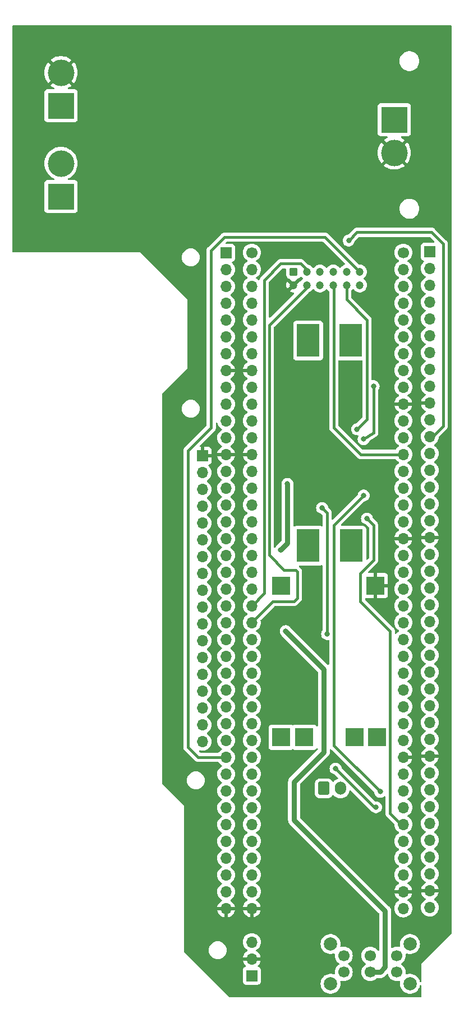
<source format=gbr>
%TF.GenerationSoftware,KiCad,Pcbnew,(7.99.0-200-gad838e3d73)*%
%TF.CreationDate,2024-03-07T11:34:08+07:00*%
%TF.ProjectId,WMS_PCB1,574d535f-5043-4423-912e-6b696361645f,rev?*%
%TF.SameCoordinates,Original*%
%TF.FileFunction,Copper,L2,Bot*%
%TF.FilePolarity,Positive*%
%FSLAX46Y46*%
G04 Gerber Fmt 4.6, Leading zero omitted, Abs format (unit mm)*
G04 Created by KiCad (PCBNEW (7.99.0-200-gad838e3d73)) date 2024-03-07 11:34:08*
%MOMM*%
%LPD*%
G01*
G04 APERTURE LIST*
G04 Aperture macros list*
%AMRoundRect*
0 Rectangle with rounded corners*
0 $1 Rounding radius*
0 $2 $3 $4 $5 $6 $7 $8 $9 X,Y pos of 4 corners*
0 Add a 4 corners polygon primitive as box body*
4,1,4,$2,$3,$4,$5,$6,$7,$8,$9,$2,$3,0*
0 Add four circle primitives for the rounded corners*
1,1,$1+$1,$2,$3*
1,1,$1+$1,$4,$5*
1,1,$1+$1,$6,$7*
1,1,$1+$1,$8,$9*
0 Add four rect primitives between the rounded corners*
20,1,$1+$1,$2,$3,$4,$5,0*
20,1,$1+$1,$4,$5,$6,$7,0*
20,1,$1+$1,$6,$7,$8,$9,0*
20,1,$1+$1,$8,$9,$2,$3,0*%
G04 Aperture macros list end*
%TA.AperFunction,ComponentPad*%
%ADD10R,1.700000X1.700000*%
%TD*%
%TA.AperFunction,ComponentPad*%
%ADD11O,1.700000X1.700000*%
%TD*%
%TA.AperFunction,ComponentPad*%
%ADD12C,2.000000*%
%TD*%
%TA.AperFunction,ComponentPad*%
%ADD13C,1.700000*%
%TD*%
%TA.AperFunction,ComponentPad*%
%ADD14R,4.000000X4.000000*%
%TD*%
%TA.AperFunction,ComponentPad*%
%ADD15C,4.000000*%
%TD*%
%TA.AperFunction,ComponentPad*%
%ADD16RoundRect,0.250000X-0.600000X-0.750000X0.600000X-0.750000X0.600000X0.750000X-0.600000X0.750000X0*%
%TD*%
%TA.AperFunction,ComponentPad*%
%ADD17O,1.700000X2.000000*%
%TD*%
%TA.AperFunction,ComponentPad*%
%ADD18RoundRect,0.250000X-0.350000X-0.350000X0.350000X-0.350000X0.350000X0.350000X-0.350000X0.350000X0*%
%TD*%
%TA.AperFunction,ComponentPad*%
%ADD19C,1.200000*%
%TD*%
%TA.AperFunction,ComponentPad*%
%ADD20R,3.500000X5.000000*%
%TD*%
%TA.AperFunction,ComponentPad*%
%ADD21R,2.800000X2.800000*%
%TD*%
%TA.AperFunction,ViaPad*%
%ADD22C,0.800000*%
%TD*%
%TA.AperFunction,Conductor*%
%ADD23C,0.800000*%
%TD*%
%TA.AperFunction,Conductor*%
%ADD24C,0.400000*%
%TD*%
G04 APERTURE END LIST*
D10*
%TO.P,J2,1,Pin_1*%
%TO.N,B.TX*%
X47749999Y-65589999D03*
D11*
%TO.P,J2,2,Pin_2*%
%TO.N,B.RTS*%
X47749999Y-68129999D03*
%TO.P,J2,3,Pin_3*%
%TO.N,B.CTS*%
X47749999Y-70669999D03*
%TO.P,J2,4,Pin_4*%
%TO.N,B.RX*%
X47749999Y-73209999D03*
%TO.P,J2,5,Pin_5*%
%TO.N,P6_6*%
X47749999Y-75749999D03*
%TO.P,J2,6,Pin_6*%
%TO.N,P6_7*%
X47749999Y-78289999D03*
%TO.P,J2,7,Pin_7*%
%TO.N,XRES*%
X47749999Y-80829999D03*
%TO.P,J2,8,Pin_8*%
%TO.N,GND*%
X47749999Y-83369999D03*
%TO.P,J2,9,Pin_9*%
%TO.N,VTARG*%
X47749999Y-85909999D03*
%TO.P,J2,10,Pin_10*%
%TO.N,P0_4*%
X47749999Y-88449999D03*
%TO.P,J2,11,Pin_11*%
%TO.N,P13_6*%
X47749999Y-90989999D03*
%TO.P,J2,12,Pin_12*%
%TO.N,P13_7*%
X47749999Y-93529999D03*
%TO.P,J2,13,Pin_13*%
%TO.N,GND*%
X47749999Y-96069999D03*
%TO.P,J2,14,Pin_14*%
%TO.N,P13_5*%
X47749999Y-98609999D03*
%TO.P,J2,15,Pin_15*%
%TO.N,P13_4*%
X47749999Y-101149999D03*
%TO.P,J2,16,Pin_16*%
%TO.N,P13_0*%
X47749999Y-103689999D03*
%TO.P,J2,17,Pin_17*%
%TO.N,P13_3*%
X47749999Y-106229999D03*
%TO.P,J2,18,Pin_18*%
%TO.N,P13_2*%
X47749999Y-108769999D03*
%TO.P,J2,19,Pin_19*%
%TO.N,P13_1*%
X47749999Y-111309999D03*
%TO.P,J2,20,Pin_20*%
%TO.N,VDDIO_0*%
X47749999Y-113849999D03*
%TO.P,J2,21,Pin_21*%
%TO.N,P12_4*%
X47749999Y-116389999D03*
%TO.P,J2,22,Pin_22*%
%TO.N,P12_1*%
X47749999Y-118929999D03*
%TO.P,J2,23,Pin_23*%
%TO.N,P12_0*%
X47749999Y-121469999D03*
%TO.P,J2,24,Pin_24*%
%TO.N,P12_5*%
X47749999Y-124009999D03*
%TO.P,J2,25,Pin_25*%
%TO.N,P11_6*%
X47749999Y-126549999D03*
%TO.P,J2,26,Pin_26*%
%TO.N,P11_5*%
X47749999Y-129089999D03*
%TO.P,J2,27,Pin_27*%
%TO.N,P11_7*%
X47749999Y-131629999D03*
%TO.P,J2,28,Pin_28*%
%TO.N,P11_2*%
X47749999Y-134169999D03*
%TO.P,J2,29,Pin_29*%
%TO.N,P11_3*%
X47749999Y-136709999D03*
%TO.P,J2,30,Pin_30*%
%TO.N,P11_4*%
X47749999Y-139249999D03*
%TO.P,J2,31,Pin_31*%
%TO.N,P12_3*%
X47749999Y-141789999D03*
%TO.P,J2,32,Pin_32*%
%TO.N,P0_5*%
X47749999Y-144329999D03*
%TO.P,J2,33,Pin_33*%
%TO.N,P10_5*%
X47749999Y-146869999D03*
%TO.P,J2,34,Pin_34*%
%TO.N,P10_1*%
X47749999Y-149409999D03*
%TO.P,J2,35,Pin_35*%
%TO.N,P10_2*%
X47749999Y-151949999D03*
%TO.P,J2,36,Pin_36*%
%TO.N,P10_4*%
X47749999Y-154489999D03*
%TO.P,J2,37,Pin_37*%
%TO.N,P10_3*%
X47749999Y-157029999D03*
%TO.P,J2,38,Pin_38*%
%TO.N,P10_0*%
X47749999Y-159569999D03*
%TO.P,J2,39,Pin_39*%
%TO.N,VTARG*%
X47749999Y-162109999D03*
%TO.P,J2,40,Pin_40*%
%TO.N,GND*%
X47749999Y-164649999D03*
%TD*%
D12*
%TO.P,SW2,*%
%TO.N,*%
X63500000Y-170000000D03*
X63500000Y-176000000D03*
X75500000Y-170000000D03*
X75500000Y-176000000D03*
D13*
%TO.P,SW2,1,A*%
%TO.N,/PCB1 : Subsistem Data Processing\u002C Gateway\u002C Power/BAT_SW_OUT*%
X65500000Y-171750000D03*
%TO.P,SW2,2,B*%
%TO.N,/PCB1 : Subsistem Data Processing\u002C Gateway\u002C Power/BAT_SW_IN*%
X69500000Y-171750000D03*
%TO.P,SW2,3,C*%
%TO.N,unconnected-(SW2-C-Pad3)*%
X73500000Y-171750000D03*
%TO.P,SW2,4,A*%
%TO.N,/PCB1 : Subsistem Data Processing\u002C Gateway\u002C Power/POWER_BUTTON_OUT*%
X65500000Y-174250000D03*
%TO.P,SW2,5,B*%
%TO.N,+5V*%
X69500000Y-174250000D03*
%TO.P,SW2,6,C*%
%TO.N,unconnected-(SW2-C-Pad6)*%
X73500000Y-174250000D03*
%TD*%
D14*
%TO.P,U1,1,OUT+*%
%TO.N,+5V*%
X73119499Y-45499999D03*
D15*
%TO.P,U1,2,OUT-*%
%TO.N,GND*%
X73119500Y-50500000D03*
%TO.P,U1,3,BAT+*%
%TO.N,/PCB1 : Subsistem Data Processing\u002C Gateway\u002C Power/Subsistem Power/MT3068_VOUT+*%
X22827500Y-52104000D03*
D14*
%TO.P,U1,4,BAT-*%
%TO.N,/PCB1 : Subsistem Data Processing\u002C Gateway\u002C Power/Subsistem Power/MT3068_VOUT-*%
X22827499Y-57103999D03*
%TO.P,U1,5,DC+*%
%TO.N,+5V*%
X22827499Y-43387999D03*
D15*
%TO.P,U1,6,DC-*%
%TO.N,GND*%
X22827500Y-38388000D03*
%TD*%
D16*
%TO.P,BT1,1,+*%
%TO.N,/PCB1 : Subsistem Data Processing\u002C Gateway\u002C Power/Subsistem Power/BAT+*%
X62500000Y-146500000D03*
D17*
%TO.P,BT1,2,-*%
%TO.N,/PCB1 : Subsistem Data Processing\u002C Gateway\u002C Power/Subsistem Power/BAT-*%
X64999999Y-146499999D03*
%TD*%
D10*
%TO.P,J1,1,Pin_1*%
%TO.N,P5_0*%
X78499999Y-65419999D03*
D11*
%TO.P,J1,2,Pin_2*%
%TO.N,P5_1*%
X78499999Y-67959999D03*
%TO.P,J1,3,Pin_3*%
%TO.N,P5_2*%
X78499999Y-70499999D03*
%TO.P,J1,4,Pin_4*%
%TO.N,P5_3*%
X78499999Y-73039999D03*
%TO.P,J1,5,Pin_5*%
%TO.N,P5_4*%
X78499999Y-75579999D03*
%TO.P,J1,6,Pin_6*%
%TO.N,P5_5*%
X78499999Y-78119999D03*
%TO.P,J1,7,Pin_7*%
%TO.N,P5_6*%
X78499999Y-80659999D03*
%TO.P,J1,8,Pin_8*%
%TO.N,P5_7*%
X78499999Y-83199999D03*
%TO.P,J1,9,Pin_9*%
%TO.N,VTARG*%
X78499999Y-85739999D03*
%TO.P,J1,10,Pin_10*%
%TO.N,GND*%
X78499999Y-88279999D03*
%TO.P,J1,11,Pin_11*%
%TO.N,VDD_USB*%
X78499999Y-90819999D03*
%TO.P,J1,12,Pin_12*%
%TO.N,P6_0*%
X78499999Y-93359999D03*
%TO.P,J1,13,Pin_13*%
%TO.N,P6_1*%
X78499999Y-95899999D03*
%TO.P,J1,14,Pin_14*%
%TO.N,P6_2*%
X78499999Y-98439999D03*
%TO.P,J1,15,Pin_15*%
%TO.N,P6_4*%
X78499999Y-100979999D03*
%TO.P,J1,16,Pin_16*%
%TO.N,P6_5*%
X78499999Y-103519999D03*
%TO.P,J1,17,Pin_17*%
%TO.N,P6_VDD*%
X78499999Y-106059999D03*
%TO.P,J1,18,Pin_18*%
%TO.N,GND*%
X78499999Y-108599999D03*
%TO.P,J1,19,Pin_19*%
%TO.N,P9_0*%
X78499999Y-111139999D03*
%TO.P,J1,20,Pin_20*%
%TO.N,P9_5*%
X78499999Y-113679999D03*
%TO.P,J1,21,Pin_21*%
%TO.N,P9_3*%
X78499999Y-116219999D03*
%TO.P,J1,22,Pin_22*%
%TO.N,P8_5*%
X78499999Y-118759999D03*
%TO.P,J1,23,Pin_23*%
%TO.N,P8_2*%
X78499999Y-121299999D03*
%TO.P,J1,24,Pin_24*%
%TO.N,P1_0*%
X78499999Y-123839999D03*
%TO.P,J1,25,Pin_25*%
%TO.N,P6_3*%
X78499999Y-126379999D03*
%TO.P,J1,26,Pin_26*%
%TO.N,P8_1*%
X78499999Y-128919999D03*
%TO.P,J1,27,Pin_27*%
%TO.N,P8_6*%
X78499999Y-131459999D03*
%TO.P,J1,28,Pin_28*%
%TO.N,P8_4*%
X78499999Y-133999999D03*
%TO.P,J1,29,Pin_29*%
%TO.N,P8_3*%
X78499999Y-136539999D03*
%TO.P,J1,30,Pin_30*%
%TO.N,P8_7*%
X78499999Y-139079999D03*
%TO.P,J1,31,Pin_31*%
%TO.N,GND*%
X78499999Y-141619999D03*
%TO.P,J1,32,Pin_32*%
%TO.N,P8_0*%
X78499999Y-144159999D03*
%TO.P,J1,33,Pin_33*%
%TO.N,P9_2*%
X78499999Y-146699999D03*
%TO.P,J1,34,Pin_34*%
%TO.N,P9_1*%
X78499999Y-149239999D03*
%TO.P,J1,35,Pin_35*%
%TO.N,P9_4*%
X78499999Y-151779999D03*
%TO.P,J1,36,Pin_36*%
%TO.N,P9_7*%
X78499999Y-154319999D03*
%TO.P,J1,37,Pin_37*%
%TO.N,P9_6*%
X78499999Y-156859999D03*
%TO.P,J1,38,Pin_38*%
%TO.N,VBACKUP*%
X78499999Y-159399999D03*
%TO.P,J1,39,Pin_39*%
%TO.N,GND*%
X78499999Y-161939999D03*
%TO.P,J1,40,Pin_40*%
%TO.N,VREF*%
X78499999Y-164479999D03*
%TD*%
D10*
%TO.P,U5,1,GND*%
%TO.N,GND*%
X44195999Y-96265999D03*
D11*
%TO.P,U5,2,13_5*%
%TO.N,P13_5*%
X44195999Y-98805999D03*
%TO.P,U5,3,13_4*%
%TO.N,P13_4*%
X44195999Y-101345999D03*
%TO.P,U5,4,13_0*%
%TO.N,P13_0*%
X44195999Y-103885999D03*
%TO.P,U5,5,13_3*%
%TO.N,P13_3*%
X44195999Y-106425999D03*
%TO.P,U5,6,13_2*%
%TO.N,P13_2*%
X44195999Y-108965999D03*
%TO.P,U5,7,13_1*%
%TO.N,P13_1*%
X44195999Y-111505999D03*
%TO.P,U5,8,VDDIO_0*%
%TO.N,VDDIO_0*%
X44195999Y-114045999D03*
%TO.P,U5,9,12_4*%
%TO.N,P12_4*%
X44195999Y-116585999D03*
%TO.P,U5,10,12_1*%
%TO.N,P12_1*%
X44195999Y-119125999D03*
%TO.P,U5,11,12_0*%
%TO.N,P12_0*%
X44195999Y-121665999D03*
%TO.P,U5,12,12_5*%
%TO.N,P12_5*%
X44195999Y-124205999D03*
%TO.P,U5,13,11_6*%
%TO.N,P11_6*%
X44195999Y-126745999D03*
%TO.P,U5,14,11_5*%
%TO.N,P11_5*%
X44195999Y-129285999D03*
%TO.P,U5,15,11_7*%
%TO.N,P11_7*%
X44195999Y-131825999D03*
%TO.P,U5,16,11_2*%
%TO.N,P11_2*%
X44195999Y-134365999D03*
%TO.P,U5,17,11_3*%
%TO.N,P11_3*%
X44195999Y-136905999D03*
%TO.P,U5,18,11_4*%
%TO.N,P11_4*%
X44195999Y-139445999D03*
%TD*%
D13*
%TO.P,U6,1,P5_0*%
%TO.N,P5_0*%
X74484000Y-65569000D03*
D11*
%TO.P,U6,2,P5_1*%
%TO.N,P5_1*%
X74483999Y-68108999D03*
%TO.P,U6,3,P5_2*%
%TO.N,P5_2*%
X74483999Y-70648999D03*
%TO.P,U6,4,P5_3*%
%TO.N,P5_3*%
X74483999Y-73188999D03*
%TO.P,U6,5,P5_4*%
%TO.N,P5_4*%
X74483999Y-75728999D03*
%TO.P,U6,6,P5_5*%
%TO.N,P5_5*%
X74483999Y-78268999D03*
%TO.P,U6,7,P5_6*%
%TO.N,P5_6*%
X74483999Y-80808999D03*
%TO.P,U6,8,P5_7*%
%TO.N,P5_7*%
X74483999Y-83348999D03*
%TO.P,U6,9,VTARG*%
%TO.N,VTARG*%
X74483999Y-85888999D03*
%TO.P,U6,10,GND*%
%TO.N,GND*%
X74483999Y-88428999D03*
%TO.P,U6,11,VDD_USB*%
%TO.N,VDD_USB*%
X74483999Y-90968999D03*
%TO.P,U6,12,P6_0*%
%TO.N,P6_0*%
X74483999Y-93508999D03*
%TO.P,U6,13,P6_1*%
%TO.N,P6_1*%
X74483999Y-96048999D03*
%TO.P,U6,14,P6_2*%
%TO.N,P6_2*%
X74483999Y-98588999D03*
%TO.P,U6,15,P6_4*%
%TO.N,P6_4*%
X74483999Y-101128999D03*
%TO.P,U6,16,P6_5*%
%TO.N,P6_5*%
X74483999Y-103668999D03*
%TO.P,U6,17,P6_VDD*%
%TO.N,P6_VDD*%
X74483999Y-106208999D03*
%TO.P,U6,18,GND*%
%TO.N,GND*%
X74483999Y-108748999D03*
%TO.P,U6,19,P9_0*%
%TO.N,P9_0*%
X74483999Y-111288999D03*
%TO.P,U6,20,P9_5*%
%TO.N,P9_5*%
X74483999Y-113828999D03*
%TO.P,U6,21,P9_3*%
%TO.N,P9_3*%
X74483999Y-116368999D03*
%TO.P,U6,22,P8_5*%
%TO.N,P8_5*%
X74483999Y-118908999D03*
%TO.P,U6,23,P8_2*%
%TO.N,P8_2*%
X74483999Y-121448999D03*
%TO.P,U6,24,P1_0*%
%TO.N,P1_0*%
X74483999Y-123988999D03*
%TO.P,U6,25,P6_3*%
%TO.N,P6_3*%
X74483999Y-126528999D03*
%TO.P,U6,26,P8_1*%
%TO.N,P8_1*%
X74483999Y-129068999D03*
%TO.P,U6,27,P8_6*%
%TO.N,P8_6*%
X74483999Y-131608999D03*
%TO.P,U6,28,P8_4*%
%TO.N,P8_4*%
X74483999Y-134148999D03*
%TO.P,U6,29,P8_3*%
%TO.N,P8_3*%
X74483999Y-136688999D03*
%TO.P,U6,30,P8_7*%
%TO.N,P8_7*%
X74483999Y-139228999D03*
%TO.P,U6,31,GND*%
%TO.N,GND*%
X74483999Y-141768999D03*
%TO.P,U6,32,P8_0*%
%TO.N,P8_0*%
X74483999Y-144308999D03*
%TO.P,U6,33,P9_2*%
%TO.N,P9_2*%
X74483999Y-146848999D03*
%TO.P,U6,34,P9_1*%
%TO.N,P9_1*%
X74483999Y-149388999D03*
%TO.P,U6,35,P9_4*%
%TO.N,P9_4*%
X74483999Y-151928999D03*
%TO.P,U6,36,P9_7*%
%TO.N,P9_7*%
X74483999Y-154468999D03*
%TO.P,U6,37,P9_6*%
%TO.N,P9_6*%
X74483999Y-157008999D03*
%TO.P,U6,38,VBACKUP*%
%TO.N,VBACKUP*%
X74483999Y-159548999D03*
%TO.P,U6,39,GND*%
%TO.N,GND*%
X74483999Y-162088999D03*
%TO.P,U6,40,VREF*%
%TO.N,VREF*%
X74483999Y-164628999D03*
%TO.P,U6,41,GND*%
%TO.N,GND*%
X51623999Y-164628999D03*
%TO.P,U6,42,VTARG*%
%TO.N,VTARG*%
X51623999Y-162088999D03*
%TO.P,U6,43,P10_0*%
%TO.N,P10_0*%
X51623999Y-159548999D03*
%TO.P,U6,44,P10_3*%
%TO.N,P10_3*%
X51623999Y-157008999D03*
%TO.P,U6,45,P10_4*%
%TO.N,P10_4*%
X51623999Y-154468999D03*
%TO.P,U6,46,P10_2*%
%TO.N,P10_2*%
X51623999Y-151928999D03*
%TO.P,U6,47,P10_1*%
%TO.N,P10_1*%
X51623999Y-149388999D03*
%TO.P,U6,48,P10_5*%
%TO.N,P10_5*%
X51623999Y-146848999D03*
%TO.P,U6,49,P0_5*%
%TO.N,P0_5*%
X51623999Y-144308999D03*
%TO.P,U6,50,P12_3*%
%TO.N,P12_3*%
X51623999Y-141768999D03*
%TO.P,U6,51,P11_4*%
%TO.N,P11_4*%
X51623999Y-139228999D03*
%TO.P,U6,52,P11_3*%
%TO.N,P11_3*%
X51623999Y-136688999D03*
%TO.P,U6,53,P11_2*%
%TO.N,P11_2*%
X51623999Y-134148999D03*
%TO.P,U6,54,P11_7*%
%TO.N,P11_7*%
X51623999Y-131608999D03*
%TO.P,U6,55,P11_5*%
%TO.N,P11_5*%
X51623999Y-129068999D03*
%TO.P,U6,56,P11_6*%
%TO.N,P11_6*%
X51623999Y-126528999D03*
%TO.P,U6,57,P12_5*%
%TO.N,P12_5*%
X51623999Y-123988999D03*
%TO.P,U6,58,P12_0*%
%TO.N,P12_0*%
X51623999Y-121448999D03*
%TO.P,U6,59,P12_1*%
%TO.N,P12_1*%
X51623999Y-118908999D03*
%TO.P,U6,60,P12_4*%
%TO.N,P12_4*%
X51623999Y-116368999D03*
%TO.P,U6,61,VDDIO_0*%
%TO.N,VDDIO_0*%
X51623999Y-113828999D03*
%TO.P,U6,62,P13_1*%
%TO.N,P13_1*%
X51623999Y-111288999D03*
%TO.P,U6,63,P13_2*%
%TO.N,P13_2*%
X51623999Y-108748999D03*
%TO.P,U6,64,P13_3*%
%TO.N,P13_3*%
X51623999Y-106208999D03*
%TO.P,U6,65,P13_0*%
%TO.N,P13_0*%
X51623999Y-103668999D03*
%TO.P,U6,66,P13_4*%
%TO.N,P13_4*%
X51623999Y-101128999D03*
%TO.P,U6,67,P13_5*%
%TO.N,P13_5*%
X51623999Y-98588999D03*
%TO.P,U6,68,GND*%
%TO.N,GND*%
X51623999Y-96048999D03*
%TO.P,U6,69,P13_7*%
%TO.N,P13_7*%
X51623999Y-93508999D03*
%TO.P,U6,70,P13_6*%
%TO.N,P13_6*%
X51623999Y-90968999D03*
%TO.P,U6,71,P0_4*%
%TO.N,P0_4*%
X51623999Y-88428999D03*
%TO.P,U6,72,VTARG*%
%TO.N,VTARG*%
X51623999Y-85888999D03*
%TO.P,U6,73,GND*%
%TO.N,GND*%
X51623999Y-83348999D03*
%TO.P,U6,74,XRES*%
%TO.N,XRES*%
X51623999Y-80808999D03*
%TO.P,U6,75,P6_7*%
%TO.N,P6_7*%
X51623999Y-78268999D03*
%TO.P,U6,76,P6_6*%
%TO.N,P6_6*%
X51623999Y-75728999D03*
%TO.P,U6,77,B.RX*%
%TO.N,B.RX*%
X51623999Y-73188999D03*
%TO.P,U6,78,B.CTS*%
%TO.N,B.CTS*%
X51623999Y-70648999D03*
%TO.P,U6,79,B.RTS*%
%TO.N,B.RTS*%
X51623999Y-68108999D03*
D13*
%TO.P,U6,80,B.TX*%
%TO.N,B.TX*%
X51624000Y-65569000D03*
D11*
%TO.P,U6,81,3V3*%
%TO.N,+3V3*%
X51623999Y-169708999D03*
%TO.P,U6,82,GND*%
%TO.N,GND*%
X51623999Y-172248999D03*
D10*
%TO.P,U6,83,5V*%
%TO.N,/PCB1 : Subsistem Data Processing\u002C Gateway\u002C Power/POWER_BUTTON_OUT*%
X51623999Y-174788999D03*
%TD*%
D18*
%TO.P,J4,1,Pin_1*%
%TO.N,+5V*%
X57913000Y-68485000D03*
D19*
%TO.P,J4,2,Pin_2*%
%TO.N,GND*%
X57913000Y-70485000D03*
%TO.P,J4,3,Pin_3*%
%TO.N,P12_1*%
X59913000Y-68485000D03*
%TO.P,J4,4,Pin_4*%
%TO.N,P12_0*%
X59913000Y-70485000D03*
%TO.P,J4,5,Pin_5*%
%TO.N,P9_0*%
X61913000Y-68485000D03*
%TO.P,J4,6,Pin_6*%
%TO.N,P9_1*%
X61913000Y-70485000D03*
%TO.P,J4,7,Pin_7*%
%TO.N,P6_0*%
X63913000Y-68485000D03*
%TO.P,J4,8,Pin_8*%
%TO.N,P6_1*%
X63913000Y-70485000D03*
%TO.P,J4,9,Pin_9*%
%TO.N,P9_2*%
X65913000Y-68485000D03*
%TO.P,J4,10,Pin_10*%
%TO.N,P9_4*%
X65913000Y-70485000D03*
%TO.P,J4,11,Pin_11*%
%TO.N,P12_3*%
X67913000Y-68485000D03*
%TO.P,J4,12,Pin_12*%
%TO.N,unconnected-(J4-Pin_12-Pad12)*%
X67913000Y-70485000D03*
%TD*%
D20*
%TO.P,U2,1,VIN+*%
%TO.N,/PCB1 : Subsistem Data Processing\u002C Gateway\u002C Power/BAT_SW_OUT*%
X66572999Y-78836999D03*
%TO.P,U2,2,VIN-*%
%TO.N,/PCB1 : Subsistem Data Processing\u002C Gateway\u002C Power/Subsistem Power/MT3068_VIN-*%
X60122999Y-78836999D03*
%TO.P,U2,3,VOUT-*%
%TO.N,/PCB1 : Subsistem Data Processing\u002C Gateway\u002C Power/Subsistem Power/MT3068_VOUT-*%
X60122999Y-109836999D03*
%TO.P,U2,4,VOUT+*%
%TO.N,/PCB1 : Subsistem Data Processing\u002C Gateway\u002C Power/Subsistem Power/MT3068_VOUT+*%
X66622999Y-109836999D03*
%TD*%
D21*
%TO.P,U3,1,5V*%
%TO.N,+5V*%
X56055999Y-115872999D03*
%TO.P,U3,2,GND*%
%TO.N,GND*%
X70255999Y-115872999D03*
%TO.P,U3,3,OUT+*%
%TO.N,/PCB1 : Subsistem Data Processing\u002C Gateway\u002C Power/BAT_SW_IN*%
X56055999Y-138772999D03*
%TO.P,U3,4,OUT-*%
%TO.N,/PCB1 : Subsistem Data Processing\u002C Gateway\u002C Power/Subsistem Power/MT3068_VIN-*%
X70555999Y-138772999D03*
%TO.P,U3,5,B+*%
%TO.N,/PCB1 : Subsistem Data Processing\u002C Gateway\u002C Power/Subsistem Power/BAT+*%
X59555999Y-138772999D03*
%TO.P,U3,6,B-*%
%TO.N,/PCB1 : Subsistem Data Processing\u002C Gateway\u002C Power/Subsistem Power/BAT-*%
X67155999Y-138772999D03*
%TD*%
D22*
%TO.N,+5V*%
X56000000Y-110500000D03*
X56750000Y-122750000D03*
X57000000Y-100500000D03*
%TO.N,P6_0*%
X66250000Y-63750000D03*
%TO.N,P9_2*%
X68500000Y-93750000D03*
X71000000Y-147000000D03*
X70000000Y-85750000D03*
X68500000Y-102250000D03*
%TO.N,P9_4*%
X67500000Y-92250000D03*
X69000000Y-105750000D03*
%TO.N,P9_1*%
X62992000Y-123190000D03*
X70358000Y-149352000D03*
X64262000Y-143510000D03*
X62230000Y-104140000D03*
%TD*%
D23*
%TO.N,+5V*%
X58000000Y-145500000D02*
X62500000Y-141000000D01*
X58000000Y-151250000D02*
X58000000Y-145500000D01*
X62500000Y-141000000D02*
X62500000Y-128500000D01*
X57000000Y-100500000D02*
X57000000Y-109500000D01*
X71000000Y-174250000D02*
X71750000Y-173500000D01*
X56000000Y-110500000D02*
X56000000Y-110500000D01*
X57000000Y-109500000D02*
X56000000Y-110500000D01*
X62500000Y-128500000D02*
X56750000Y-122750000D01*
X71750000Y-173500000D02*
X71750000Y-165000000D01*
X71750000Y-165000000D02*
X58000000Y-151250000D01*
X69500000Y-174250000D02*
X71000000Y-174250000D01*
X56000000Y-110500000D02*
X56000000Y-110500000D01*
D24*
%TO.N,P6_0*%
X78890000Y-93360000D02*
X78500000Y-93360000D01*
X80500000Y-64250000D02*
X80500000Y-91750000D01*
X66250000Y-63750000D02*
X67500000Y-62500000D01*
X67500000Y-62500000D02*
X78750000Y-62500000D01*
X80500000Y-91750000D02*
X78890000Y-93360000D01*
X78750000Y-62500000D02*
X80500000Y-64250000D01*
%TO.N,P6_1*%
X68049000Y-96049000D02*
X74484000Y-96049000D01*
X63913000Y-70485000D02*
X64000000Y-70572000D01*
X64000000Y-70572000D02*
X64000000Y-92000000D01*
X64000000Y-92000000D02*
X68049000Y-96049000D01*
%TO.N,P12_3*%
X67913000Y-68485000D02*
X62678000Y-63250000D01*
X47500000Y-63250000D02*
X45500000Y-65250000D01*
X62678000Y-63250000D02*
X47500000Y-63250000D01*
X45500000Y-92000000D02*
X42000000Y-95500000D01*
X45500000Y-65250000D02*
X45500000Y-92000000D01*
X43540000Y-141790000D02*
X47750000Y-141790000D01*
X42000000Y-95500000D02*
X42000000Y-140250000D01*
X42000000Y-140250000D02*
X43540000Y-141790000D01*
%TO.N,P9_2*%
X64000000Y-140000000D02*
X71000000Y-147000000D01*
X64000000Y-106750000D02*
X64000000Y-111000000D01*
X64000000Y-111000000D02*
X64000000Y-140000000D01*
X71000000Y-147000000D02*
X70750000Y-146750000D01*
X68500000Y-102250000D02*
X64000000Y-106750000D01*
X70000000Y-85750000D02*
X70000000Y-92750000D01*
X70000000Y-92750000D02*
X68500000Y-93750000D01*
%TO.N,P9_4*%
X68000000Y-118250000D02*
X72500000Y-122750000D01*
X70000000Y-112000000D02*
X68000000Y-114000000D01*
X69000000Y-75750000D02*
X69000000Y-90750000D01*
X72500000Y-122750000D02*
X72500000Y-150250000D01*
X69000000Y-105750000D02*
X70000000Y-106750000D01*
X65913000Y-70485000D02*
X65913000Y-72663000D01*
X74179000Y-151929000D02*
X74484000Y-151929000D01*
X72500000Y-150250000D02*
X74179000Y-151929000D01*
X70000000Y-106750000D02*
X70000000Y-112000000D01*
X68000000Y-114000000D02*
X68000000Y-118250000D01*
X65913000Y-72663000D02*
X69000000Y-75750000D01*
X69000000Y-90750000D02*
X67500000Y-92250000D01*
%TO.N,P9_1*%
X64262000Y-143510000D02*
X70104000Y-149352000D01*
X62230000Y-104140000D02*
X62992000Y-104902000D01*
X70104000Y-149352000D02*
X70358000Y-149352000D01*
X62992000Y-104902000D02*
X62992000Y-123190000D01*
%TO.N,P12_1*%
X56000000Y-67250000D02*
X53500000Y-69750000D01*
X59913000Y-68485000D02*
X59913000Y-68163000D01*
X59000000Y-67250000D02*
X56000000Y-67250000D01*
X53500000Y-69750000D02*
X53500000Y-117033000D01*
X53500000Y-117033000D02*
X51624000Y-118909000D01*
X59913000Y-68163000D02*
X59000000Y-67250000D01*
%TO.N,P12_0*%
X58500000Y-113750000D02*
X58500000Y-117750000D01*
X51624000Y-121376000D02*
X51624000Y-121449000D01*
X59913000Y-70837000D02*
X54250000Y-76500000D01*
X54250000Y-76500000D02*
X54250000Y-111250000D01*
X59913000Y-70485000D02*
X59913000Y-70837000D01*
X54750000Y-118250000D02*
X51624000Y-121376000D01*
X58000000Y-118250000D02*
X54750000Y-118250000D01*
X58500000Y-117750000D02*
X58000000Y-118250000D01*
X56500000Y-113500000D02*
X58250000Y-113500000D01*
X58250000Y-113500000D02*
X58500000Y-113750000D01*
X54250000Y-111250000D02*
X56500000Y-113500000D01*
%TD*%
%TA.AperFunction,Conductor*%
%TO.N,GND*%
G36*
X81725500Y-31259113D02*
G01*
X81770887Y-31304500D01*
X81787500Y-31366500D01*
X81787500Y-168350431D01*
X81778061Y-168397884D01*
X81751181Y-168438112D01*
X77224061Y-172965228D01*
X77224056Y-172965234D01*
X77215715Y-172973576D01*
X77215617Y-172973617D01*
X77215576Y-172973715D01*
X77215576Y-172973716D01*
X77215458Y-172974000D01*
X77215500Y-172974101D01*
X77215500Y-172986051D01*
X77215500Y-175667189D01*
X77201358Y-175724698D01*
X77162156Y-175769089D01*
X77106838Y-175790237D01*
X77048021Y-175783316D01*
X76999122Y-175749907D01*
X76971294Y-175697629D01*
X76963585Y-175667189D01*
X76924063Y-175511119D01*
X76824173Y-175283393D01*
X76688164Y-175075215D01*
X76630279Y-175012335D01*
X76523215Y-174896032D01*
X76523211Y-174896029D01*
X76519744Y-174892262D01*
X76323509Y-174739526D01*
X76318997Y-174737084D01*
X76109316Y-174623610D01*
X76109310Y-174623607D01*
X76104810Y-174621172D01*
X76099969Y-174619510D01*
X76099962Y-174619507D01*
X75874465Y-174542094D01*
X75874461Y-174542093D01*
X75869614Y-174540429D01*
X75850473Y-174537235D01*
X75629398Y-174500344D01*
X75629387Y-174500343D01*
X75624335Y-174499500D01*
X75375665Y-174499500D01*
X75370613Y-174500343D01*
X75370601Y-174500344D01*
X75135443Y-174539585D01*
X75135441Y-174539585D01*
X75130386Y-174540429D01*
X75125544Y-174542091D01*
X75125541Y-174542092D01*
X75001370Y-174584720D01*
X74940557Y-174589723D01*
X74884721Y-174565116D01*
X74847381Y-174516856D01*
X74837580Y-174456633D01*
X74855659Y-174250000D01*
X74835063Y-174014592D01*
X74773903Y-173786337D01*
X74674035Y-173572171D01*
X74538495Y-173378599D01*
X74371401Y-173211505D01*
X74366968Y-173208401D01*
X74366961Y-173208395D01*
X74214405Y-173101575D01*
X74175539Y-173057257D01*
X74161528Y-173000000D01*
X74175539Y-172942743D01*
X74214405Y-172898425D01*
X74366961Y-172791604D01*
X74366961Y-172791603D01*
X74371401Y-172788495D01*
X74538495Y-172621401D01*
X74674035Y-172427830D01*
X74773903Y-172213663D01*
X74835063Y-171985408D01*
X74855659Y-171750000D01*
X74837580Y-171543366D01*
X74847381Y-171483143D01*
X74884721Y-171434883D01*
X74940558Y-171410276D01*
X75001370Y-171415279D01*
X75130386Y-171459571D01*
X75375665Y-171500500D01*
X75619201Y-171500500D01*
X75624335Y-171500500D01*
X75869614Y-171459571D01*
X76104810Y-171378828D01*
X76323509Y-171260474D01*
X76519744Y-171107738D01*
X76688164Y-170924785D01*
X76824173Y-170716607D01*
X76924063Y-170488881D01*
X76985108Y-170247821D01*
X77005643Y-170000000D01*
X76985108Y-169752179D01*
X76924063Y-169511119D01*
X76824173Y-169283393D01*
X76688164Y-169075215D01*
X76647619Y-169031171D01*
X76523215Y-168896032D01*
X76523211Y-168896029D01*
X76519744Y-168892262D01*
X76323509Y-168739526D01*
X76318997Y-168737084D01*
X76109316Y-168623610D01*
X76109310Y-168623607D01*
X76104810Y-168621172D01*
X76099969Y-168619510D01*
X76099962Y-168619507D01*
X75874465Y-168542094D01*
X75874461Y-168542093D01*
X75869614Y-168540429D01*
X75855453Y-168538066D01*
X75629398Y-168500344D01*
X75629387Y-168500343D01*
X75624335Y-168499500D01*
X75375665Y-168499500D01*
X75370613Y-168500343D01*
X75370601Y-168500344D01*
X75135443Y-168539585D01*
X75135441Y-168539585D01*
X75130386Y-168540429D01*
X75125541Y-168542092D01*
X75125534Y-168542094D01*
X74900037Y-168619507D01*
X74900026Y-168619511D01*
X74895190Y-168621172D01*
X74890693Y-168623605D01*
X74890683Y-168623610D01*
X74681002Y-168737084D01*
X74680995Y-168737088D01*
X74676491Y-168739526D01*
X74672448Y-168742672D01*
X74672440Y-168742678D01*
X74484304Y-168889111D01*
X74480256Y-168892262D01*
X74476793Y-168896023D01*
X74476784Y-168896032D01*
X74315311Y-169071439D01*
X74315305Y-169071446D01*
X74311836Y-169075215D01*
X74309031Y-169079506D01*
X74309028Y-169079512D01*
X74178631Y-169279099D01*
X74178624Y-169279111D01*
X74175827Y-169283393D01*
X74173772Y-169288077D01*
X74173766Y-169288089D01*
X74077997Y-169506422D01*
X74075937Y-169511119D01*
X74074679Y-169516084D01*
X74074678Y-169516089D01*
X74016151Y-169747204D01*
X74016149Y-169747213D01*
X74014892Y-169752179D01*
X74014468Y-169757288D01*
X74014467Y-169757298D01*
X73999410Y-169939017D01*
X73994357Y-170000000D01*
X73994781Y-170005117D01*
X74014467Y-170242701D01*
X74014468Y-170242709D01*
X74014892Y-170247821D01*
X74016150Y-170252791D01*
X74016152Y-170252799D01*
X74028741Y-170302512D01*
X74027972Y-170366281D01*
X73995610Y-170421234D01*
X73940216Y-170452836D01*
X73876442Y-170452726D01*
X73740634Y-170416337D01*
X73740630Y-170416336D01*
X73735408Y-170414937D01*
X73730020Y-170414465D01*
X73730017Y-170414465D01*
X73505395Y-170394813D01*
X73500000Y-170394341D01*
X73494605Y-170394813D01*
X73269982Y-170414465D01*
X73269977Y-170414465D01*
X73264592Y-170414937D01*
X73259371Y-170416335D01*
X73259365Y-170416337D01*
X73041569Y-170474694D01*
X73041557Y-170474698D01*
X73036337Y-170476097D01*
X73031432Y-170478383D01*
X73031427Y-170478386D01*
X72826905Y-170573757D01*
X72766390Y-170585110D01*
X72707875Y-170565956D01*
X72665786Y-170521018D01*
X72650500Y-170461375D01*
X72650500Y-165080626D01*
X72652027Y-165061228D01*
X72652056Y-165061044D01*
X72654219Y-165047388D01*
X72650669Y-164979669D01*
X72650500Y-164973180D01*
X72650500Y-164956050D01*
X72650500Y-164952808D01*
X72648370Y-164932542D01*
X72647861Y-164926086D01*
X72644312Y-164858354D01*
X72640683Y-164844813D01*
X72637139Y-164825685D01*
X72636353Y-164818210D01*
X72635674Y-164811744D01*
X72614715Y-164747244D01*
X72612871Y-164741017D01*
X72597003Y-164681793D01*
X72597002Y-164681792D01*
X72595320Y-164675512D01*
X72588956Y-164663022D01*
X72581506Y-164645036D01*
X72579187Y-164637898D01*
X72577179Y-164631716D01*
X72575611Y-164629000D01*
X73128341Y-164629000D01*
X73148937Y-164864408D01*
X73150336Y-164869630D01*
X73150337Y-164869634D01*
X73208694Y-165087430D01*
X73208697Y-165087438D01*
X73210097Y-165092663D01*
X73212385Y-165097570D01*
X73212386Y-165097572D01*
X73307678Y-165301927D01*
X73307681Y-165301933D01*
X73309965Y-165306830D01*
X73313064Y-165311257D01*
X73313066Y-165311259D01*
X73442399Y-165495966D01*
X73442402Y-165495970D01*
X73445505Y-165500401D01*
X73612599Y-165667495D01*
X73617031Y-165670598D01*
X73617033Y-165670600D01*
X73761260Y-165771589D01*
X73806170Y-165803035D01*
X73811070Y-165805320D01*
X73811072Y-165805321D01*
X73831964Y-165815063D01*
X74020337Y-165902903D01*
X74248592Y-165964063D01*
X74484000Y-165984659D01*
X74719408Y-165964063D01*
X74947663Y-165902903D01*
X75161830Y-165803035D01*
X75355401Y-165667495D01*
X75522495Y-165500401D01*
X75658035Y-165306830D01*
X75757903Y-165092663D01*
X75819063Y-164864408D01*
X75839659Y-164629000D01*
X75826623Y-164480000D01*
X77144341Y-164480000D01*
X77144813Y-164485395D01*
X77160939Y-164669720D01*
X77164937Y-164715408D01*
X77166336Y-164720630D01*
X77166337Y-164720634D01*
X77224694Y-164938430D01*
X77224697Y-164938438D01*
X77226097Y-164943663D01*
X77228385Y-164948570D01*
X77228386Y-164948572D01*
X77323678Y-165152927D01*
X77323681Y-165152933D01*
X77325965Y-165157830D01*
X77329064Y-165162257D01*
X77329066Y-165162259D01*
X77458399Y-165346966D01*
X77458402Y-165346970D01*
X77461505Y-165351401D01*
X77628599Y-165518495D01*
X77822170Y-165654035D01*
X77827070Y-165656320D01*
X77827072Y-165656321D01*
X77842817Y-165663663D01*
X78036337Y-165753903D01*
X78264592Y-165815063D01*
X78500000Y-165835659D01*
X78735408Y-165815063D01*
X78963663Y-165753903D01*
X79177830Y-165654035D01*
X79371401Y-165518495D01*
X79538495Y-165351401D01*
X79674035Y-165157830D01*
X79773903Y-164943663D01*
X79835063Y-164715408D01*
X79855659Y-164480000D01*
X79835063Y-164244592D01*
X79773903Y-164016337D01*
X79674035Y-163802171D01*
X79538495Y-163608599D01*
X79371401Y-163441505D01*
X79366970Y-163438402D01*
X79366966Y-163438399D01*
X79185405Y-163311269D01*
X79146540Y-163266951D01*
X79132529Y-163209694D01*
X79146540Y-163152437D01*
X79185406Y-163108119D01*
X79366638Y-162981219D01*
X79374909Y-162974278D01*
X79534278Y-162814909D01*
X79541215Y-162806643D01*
X79670498Y-162622008D01*
X79675886Y-162612676D01*
X79771143Y-162408397D01*
X79774831Y-162398263D01*
X79826943Y-162203780D01*
X79827311Y-162192551D01*
X79816369Y-162190000D01*
X77183631Y-162190000D01*
X77172688Y-162192551D01*
X77173056Y-162203780D01*
X77225168Y-162398263D01*
X77228856Y-162408397D01*
X77324113Y-162612676D01*
X77329501Y-162622008D01*
X77458784Y-162806643D01*
X77465721Y-162814909D01*
X77625090Y-162974278D01*
X77633356Y-162981215D01*
X77814595Y-163108120D01*
X77853460Y-163152438D01*
X77867471Y-163209695D01*
X77853460Y-163266952D01*
X77814594Y-163311270D01*
X77633034Y-163438399D01*
X77633029Y-163438402D01*
X77628599Y-163441505D01*
X77624775Y-163445328D01*
X77624769Y-163445334D01*
X77465334Y-163604769D01*
X77465328Y-163604775D01*
X77461505Y-163608599D01*
X77458402Y-163613029D01*
X77458399Y-163613034D01*
X77329073Y-163797731D01*
X77329068Y-163797738D01*
X77325965Y-163802171D01*
X77323677Y-163807077D01*
X77323675Y-163807081D01*
X77228386Y-164011427D01*
X77228383Y-164011432D01*
X77226097Y-164016337D01*
X77224698Y-164021557D01*
X77224694Y-164021569D01*
X77166337Y-164239365D01*
X77166335Y-164239371D01*
X77164937Y-164244592D01*
X77164465Y-164249977D01*
X77164465Y-164249982D01*
X77151429Y-164398982D01*
X77144341Y-164480000D01*
X75826623Y-164480000D01*
X75819063Y-164393592D01*
X75757903Y-164165337D01*
X75658035Y-163951171D01*
X75522495Y-163757599D01*
X75355401Y-163590505D01*
X75350970Y-163587402D01*
X75350966Y-163587399D01*
X75169405Y-163460269D01*
X75130540Y-163415951D01*
X75116529Y-163358694D01*
X75130540Y-163301437D01*
X75169406Y-163257119D01*
X75350638Y-163130219D01*
X75358909Y-163123278D01*
X75518278Y-162963909D01*
X75525215Y-162955643D01*
X75654498Y-162771008D01*
X75659886Y-162761676D01*
X75755143Y-162557397D01*
X75758831Y-162547263D01*
X75810943Y-162352780D01*
X75811311Y-162341551D01*
X75800369Y-162339000D01*
X73167631Y-162339000D01*
X73156688Y-162341551D01*
X73157056Y-162352780D01*
X73209168Y-162547263D01*
X73212856Y-162557397D01*
X73308113Y-162761676D01*
X73313501Y-162771008D01*
X73442784Y-162955643D01*
X73449721Y-162963909D01*
X73609090Y-163123278D01*
X73617356Y-163130215D01*
X73798595Y-163257120D01*
X73837460Y-163301438D01*
X73851471Y-163358695D01*
X73837460Y-163415952D01*
X73798594Y-163460270D01*
X73617034Y-163587399D01*
X73617029Y-163587402D01*
X73612599Y-163590505D01*
X73608775Y-163594328D01*
X73608769Y-163594334D01*
X73449334Y-163753769D01*
X73449328Y-163753775D01*
X73445505Y-163757599D01*
X73442402Y-163762029D01*
X73442399Y-163762034D01*
X73313073Y-163946731D01*
X73313068Y-163946738D01*
X73309965Y-163951171D01*
X73307677Y-163956077D01*
X73307675Y-163956081D01*
X73212386Y-164160427D01*
X73212383Y-164160432D01*
X73210097Y-164165337D01*
X73208698Y-164170557D01*
X73208694Y-164170569D01*
X73150337Y-164388365D01*
X73150335Y-164388371D01*
X73148937Y-164393592D01*
X73148465Y-164398977D01*
X73148465Y-164398982D01*
X73147067Y-164414966D01*
X73128341Y-164629000D01*
X72575611Y-164629000D01*
X72573926Y-164626083D01*
X72573925Y-164626079D01*
X72543265Y-164572975D01*
X72540178Y-164567292D01*
X72509383Y-164506851D01*
X72505294Y-164501801D01*
X72505289Y-164501794D01*
X72500561Y-164495956D01*
X72489537Y-164479916D01*
X72485784Y-164473416D01*
X72482533Y-164467784D01*
X72437146Y-164417376D01*
X72432932Y-164412442D01*
X72422161Y-164399142D01*
X72420119Y-164396620D01*
X72405723Y-164382224D01*
X72401255Y-164377516D01*
X72360220Y-164331942D01*
X72360219Y-164331941D01*
X72355871Y-164327112D01*
X72350613Y-164323292D01*
X72350611Y-164323290D01*
X72344531Y-164318873D01*
X72329735Y-164306236D01*
X58936819Y-150913320D01*
X58909939Y-150873092D01*
X58900500Y-150825639D01*
X58900500Y-147296878D01*
X61149500Y-147296878D01*
X61149501Y-147300008D01*
X61149820Y-147303140D01*
X61149821Y-147303141D01*
X61159312Y-147396061D01*
X61159313Y-147396069D01*
X61160001Y-147402797D01*
X61162129Y-147409219D01*
X61162130Y-147409223D01*
X61208060Y-147547830D01*
X61215186Y-147569334D01*
X61218977Y-147575480D01*
X61303497Y-147712511D01*
X61303500Y-147712515D01*
X61307288Y-147718656D01*
X61431344Y-147842712D01*
X61437485Y-147846500D01*
X61437488Y-147846502D01*
X61482127Y-147874035D01*
X61580666Y-147934814D01*
X61747203Y-147989999D01*
X61849991Y-148000500D01*
X63150008Y-148000499D01*
X63252797Y-147989999D01*
X63419334Y-147934814D01*
X63568656Y-147842712D01*
X63692712Y-147718656D01*
X63784814Y-147569334D01*
X63785698Y-147569879D01*
X63817662Y-147530046D01*
X63871618Y-147506300D01*
X63930441Y-147510153D01*
X63980838Y-147540734D01*
X64128599Y-147688495D01*
X64133031Y-147691598D01*
X64133033Y-147691600D01*
X64204446Y-147741604D01*
X64322170Y-147824035D01*
X64327070Y-147826320D01*
X64327072Y-147826321D01*
X64351273Y-147837606D01*
X64536337Y-147923903D01*
X64764592Y-147985063D01*
X65000000Y-148005659D01*
X65235408Y-147985063D01*
X65463663Y-147923903D01*
X65677829Y-147824035D01*
X65871401Y-147688495D01*
X66038495Y-147521401D01*
X66174035Y-147327829D01*
X66273903Y-147113663D01*
X66335063Y-146885408D01*
X66336962Y-146863701D01*
X66362114Y-146799023D01*
X66418079Y-146757987D01*
X66487328Y-146753448D01*
X66548171Y-146786828D01*
X69586476Y-149825133D01*
X69606180Y-149850810D01*
X69625467Y-149884216D01*
X69629811Y-149889041D01*
X69629813Y-149889043D01*
X69655733Y-149917830D01*
X69752129Y-150024888D01*
X69905270Y-150136151D01*
X70078197Y-150213144D01*
X70263354Y-150252500D01*
X70446143Y-150252500D01*
X70452646Y-150252500D01*
X70637803Y-150213144D01*
X70810730Y-150136151D01*
X70963871Y-150024888D01*
X71090533Y-149884216D01*
X71185179Y-149720284D01*
X71243674Y-149540256D01*
X71263460Y-149352000D01*
X71243674Y-149163744D01*
X71185179Y-148983716D01*
X71090533Y-148819784D01*
X70963871Y-148679112D01*
X70958613Y-148675292D01*
X70958611Y-148675290D01*
X70815988Y-148571669D01*
X70815987Y-148571668D01*
X70810730Y-148567849D01*
X70804792Y-148565205D01*
X70643745Y-148493501D01*
X70643740Y-148493499D01*
X70637803Y-148490856D01*
X70631444Y-148489504D01*
X70631440Y-148489503D01*
X70459008Y-148452852D01*
X70459005Y-148452851D01*
X70452646Y-148451500D01*
X70263354Y-148451500D01*
X70259140Y-148452395D01*
X70205817Y-148446081D01*
X70159533Y-148416876D01*
X65188504Y-143445847D01*
X65164264Y-143411549D01*
X65152864Y-143371127D01*
X65147674Y-143321744D01*
X65089179Y-143141716D01*
X64994533Y-142977784D01*
X64972524Y-142953341D01*
X64872220Y-142841942D01*
X64872219Y-142841941D01*
X64867871Y-142837112D01*
X64862613Y-142833292D01*
X64862611Y-142833290D01*
X64719988Y-142729669D01*
X64719987Y-142729668D01*
X64714730Y-142725849D01*
X64708792Y-142723205D01*
X64547745Y-142651501D01*
X64547740Y-142651499D01*
X64541803Y-142648856D01*
X64535444Y-142647504D01*
X64535440Y-142647503D01*
X64363008Y-142610852D01*
X64363005Y-142610851D01*
X64356646Y-142609500D01*
X64167354Y-142609500D01*
X64160995Y-142610851D01*
X64160991Y-142610852D01*
X63988559Y-142647503D01*
X63988552Y-142647505D01*
X63982197Y-142648856D01*
X63976262Y-142651498D01*
X63976254Y-142651501D01*
X63815207Y-142723205D01*
X63815202Y-142723207D01*
X63809270Y-142725849D01*
X63804016Y-142729665D01*
X63804011Y-142729669D01*
X63661388Y-142833290D01*
X63661381Y-142833295D01*
X63656129Y-142837112D01*
X63651784Y-142841937D01*
X63651779Y-142841942D01*
X63533813Y-142972956D01*
X63533808Y-142972962D01*
X63529467Y-142977784D01*
X63526222Y-142983404D01*
X63526218Y-142983410D01*
X63438069Y-143136089D01*
X63438066Y-143136094D01*
X63434821Y-143141716D01*
X63432815Y-143147888D01*
X63432813Y-143147894D01*
X63378333Y-143315564D01*
X63378331Y-143315573D01*
X63376326Y-143321744D01*
X63375648Y-143328194D01*
X63375646Y-143328204D01*
X63359465Y-143482171D01*
X63356540Y-143510000D01*
X63357219Y-143516460D01*
X63375646Y-143691795D01*
X63375647Y-143691803D01*
X63376326Y-143698256D01*
X63378331Y-143704428D01*
X63378333Y-143704435D01*
X63430939Y-143866337D01*
X63434821Y-143878284D01*
X63438068Y-143883908D01*
X63438069Y-143883910D01*
X63513232Y-144014097D01*
X63529467Y-144042216D01*
X63533811Y-144047041D01*
X63533813Y-144047043D01*
X63581480Y-144099982D01*
X63656129Y-144182888D01*
X63809270Y-144294151D01*
X63982197Y-144371144D01*
X64137127Y-144404075D01*
X64170514Y-144416392D01*
X64199027Y-144437684D01*
X64621941Y-144860598D01*
X64654035Y-144916185D01*
X64654035Y-144980372D01*
X64621942Y-145035960D01*
X64566354Y-145068054D01*
X64541567Y-145074695D01*
X64541560Y-145074697D01*
X64536337Y-145076097D01*
X64531432Y-145078383D01*
X64531427Y-145078386D01*
X64327081Y-145173675D01*
X64327077Y-145173677D01*
X64322171Y-145175965D01*
X64317738Y-145179068D01*
X64317731Y-145179073D01*
X64133034Y-145308399D01*
X64133029Y-145308402D01*
X64128599Y-145311505D01*
X64124775Y-145315328D01*
X64124775Y-145315329D01*
X63980838Y-145459266D01*
X63930443Y-145489845D01*
X63871621Y-145493700D01*
X63817667Y-145469957D01*
X63785697Y-145430120D01*
X63784814Y-145430666D01*
X63696502Y-145287488D01*
X63696500Y-145287485D01*
X63692712Y-145281344D01*
X63568656Y-145157288D01*
X63562515Y-145153500D01*
X63562511Y-145153497D01*
X63431996Y-145072996D01*
X63419334Y-145065186D01*
X63252797Y-145010001D01*
X63246064Y-145009313D01*
X63246059Y-145009312D01*
X63153140Y-144999819D01*
X63153123Y-144999818D01*
X63150009Y-144999500D01*
X63146860Y-144999500D01*
X61853140Y-144999500D01*
X61853120Y-144999500D01*
X61849992Y-144999501D01*
X61846860Y-144999820D01*
X61846858Y-144999821D01*
X61753938Y-145009312D01*
X61753928Y-145009313D01*
X61747203Y-145010001D01*
X61740781Y-145012128D01*
X61740776Y-145012130D01*
X61587521Y-145062914D01*
X61587517Y-145062915D01*
X61580666Y-145065186D01*
X61574522Y-145068975D01*
X61574519Y-145068977D01*
X61437488Y-145153497D01*
X61437480Y-145153503D01*
X61431344Y-145157288D01*
X61426242Y-145162389D01*
X61426238Y-145162393D01*
X61312393Y-145276238D01*
X61312389Y-145276242D01*
X61307288Y-145281344D01*
X61303503Y-145287480D01*
X61303497Y-145287488D01*
X61218977Y-145424519D01*
X61215186Y-145430666D01*
X61212915Y-145437517D01*
X61212914Y-145437521D01*
X61181748Y-145531575D01*
X61160001Y-145597203D01*
X61159313Y-145603933D01*
X61159312Y-145603940D01*
X61149819Y-145696859D01*
X61149818Y-145696877D01*
X61149500Y-145699991D01*
X61149500Y-145703138D01*
X61149500Y-145703139D01*
X61149500Y-147296859D01*
X61149500Y-147296878D01*
X58900500Y-147296878D01*
X58900500Y-145924361D01*
X58909939Y-145876908D01*
X58936819Y-145836680D01*
X59967263Y-144806236D01*
X63079736Y-141693761D01*
X63094534Y-141681124D01*
X63105871Y-141672888D01*
X63151266Y-141622470D01*
X63155721Y-141617777D01*
X63167813Y-141605686D01*
X63167814Y-141605684D01*
X63170119Y-141603380D01*
X63182951Y-141587533D01*
X63187115Y-141582657D01*
X63232533Y-141532216D01*
X63239538Y-141520080D01*
X63250558Y-141504045D01*
X63259383Y-141493149D01*
X63290178Y-141432707D01*
X63293257Y-141427035D01*
X63327179Y-141368284D01*
X63331508Y-141354956D01*
X63338957Y-141336973D01*
X63345320Y-141324488D01*
X63362877Y-141258962D01*
X63364718Y-141252750D01*
X63383665Y-141194438D01*
X63385674Y-141188256D01*
X63387138Y-141174316D01*
X63390683Y-141155187D01*
X63394313Y-141141646D01*
X63397862Y-141073906D01*
X63398371Y-141067447D01*
X63400161Y-141050421D01*
X63400161Y-141050413D01*
X63400500Y-141047192D01*
X63400500Y-141026826D01*
X63400670Y-141020337D01*
X63403879Y-140959101D01*
X63403878Y-140959100D01*
X63404219Y-140952612D01*
X63402027Y-140938772D01*
X63400500Y-140919374D01*
X63400500Y-140690519D01*
X63414015Y-140634224D01*
X63451615Y-140590201D01*
X63505102Y-140568046D01*
X63562818Y-140572588D01*
X63612181Y-140602838D01*
X70073495Y-147064152D01*
X70097734Y-147098449D01*
X70109135Y-147138870D01*
X70113646Y-147181795D01*
X70113647Y-147181803D01*
X70114326Y-147188256D01*
X70116333Y-147194435D01*
X70116334Y-147194436D01*
X70161118Y-147332268D01*
X70172821Y-147368284D01*
X70176068Y-147373908D01*
X70176069Y-147373910D01*
X70263433Y-147525230D01*
X70267467Y-147532216D01*
X70271811Y-147537041D01*
X70271813Y-147537043D01*
X70277111Y-147542927D01*
X70394129Y-147672888D01*
X70399387Y-147676708D01*
X70399388Y-147676709D01*
X70459525Y-147720401D01*
X70547270Y-147784151D01*
X70720197Y-147861144D01*
X70905354Y-147900500D01*
X71088143Y-147900500D01*
X71094646Y-147900500D01*
X71279803Y-147861144D01*
X71452730Y-147784151D01*
X71584390Y-147688495D01*
X71602615Y-147675254D01*
X71665771Y-147651954D01*
X71731795Y-147665087D01*
X71781227Y-147710782D01*
X71799500Y-147775572D01*
X71799500Y-150225079D01*
X71799274Y-150232567D01*
X71796094Y-150285118D01*
X71796094Y-150285126D01*
X71795642Y-150292606D01*
X71796993Y-150299982D01*
X71796994Y-150299987D01*
X71806483Y-150351771D01*
X71807610Y-150359171D01*
X71813955Y-150411425D01*
X71813956Y-150411430D01*
X71814860Y-150418872D01*
X71817519Y-150425885D01*
X71817521Y-150425891D01*
X71818450Y-150428340D01*
X71824475Y-150449952D01*
X71824951Y-150452551D01*
X71824954Y-150452560D01*
X71826305Y-150459932D01*
X71829382Y-150466769D01*
X71829383Y-150466772D01*
X71850991Y-150514784D01*
X71853857Y-150521702D01*
X71875182Y-150577930D01*
X71879442Y-150584102D01*
X71879445Y-150584107D01*
X71880937Y-150586268D01*
X71891959Y-150605810D01*
X71893039Y-150608210D01*
X71893044Y-150608219D01*
X71896122Y-150615057D01*
X71900745Y-150620958D01*
X71900747Y-150620961D01*
X71933216Y-150662404D01*
X71937636Y-150668410D01*
X71971817Y-150717929D01*
X72016847Y-150757822D01*
X72022282Y-150762939D01*
X72575680Y-151316337D01*
X73092494Y-151833150D01*
X73119374Y-151873378D01*
X73128813Y-151920831D01*
X73128813Y-151923605D01*
X73128341Y-151929000D01*
X73148937Y-152164408D01*
X73150336Y-152169630D01*
X73150337Y-152169634D01*
X73208694Y-152387430D01*
X73208697Y-152387438D01*
X73210097Y-152392663D01*
X73212385Y-152397570D01*
X73212386Y-152397572D01*
X73307678Y-152601927D01*
X73307681Y-152601933D01*
X73309965Y-152606830D01*
X73313064Y-152611257D01*
X73313066Y-152611259D01*
X73442399Y-152795966D01*
X73442402Y-152795970D01*
X73445505Y-152800401D01*
X73612599Y-152967495D01*
X73617032Y-152970599D01*
X73617038Y-152970604D01*
X73798158Y-153097425D01*
X73837024Y-153141743D01*
X73851035Y-153199000D01*
X73837024Y-153256257D01*
X73798160Y-153300574D01*
X73612599Y-153430505D01*
X73608775Y-153434328D01*
X73608769Y-153434334D01*
X73449334Y-153593769D01*
X73449328Y-153593775D01*
X73445505Y-153597599D01*
X73442402Y-153602029D01*
X73442399Y-153602034D01*
X73313073Y-153786731D01*
X73313068Y-153786738D01*
X73309965Y-153791171D01*
X73307677Y-153796077D01*
X73307675Y-153796081D01*
X73212386Y-154000427D01*
X73212383Y-154000432D01*
X73210097Y-154005337D01*
X73208698Y-154010557D01*
X73208694Y-154010569D01*
X73150337Y-154228365D01*
X73150335Y-154228371D01*
X73148937Y-154233592D01*
X73148465Y-154238977D01*
X73148465Y-154238982D01*
X73146628Y-154259982D01*
X73128341Y-154469000D01*
X73148937Y-154704408D01*
X73150336Y-154709630D01*
X73150337Y-154709634D01*
X73208694Y-154927430D01*
X73208697Y-154927438D01*
X73210097Y-154932663D01*
X73212385Y-154937570D01*
X73212386Y-154937572D01*
X73307678Y-155141927D01*
X73307681Y-155141933D01*
X73309965Y-155146830D01*
X73313064Y-155151257D01*
X73313066Y-155151259D01*
X73442399Y-155335966D01*
X73442402Y-155335970D01*
X73445505Y-155340401D01*
X73612599Y-155507495D01*
X73617032Y-155510599D01*
X73617038Y-155510604D01*
X73798158Y-155637425D01*
X73837024Y-155681743D01*
X73851035Y-155739000D01*
X73837024Y-155796257D01*
X73798159Y-155840575D01*
X73617041Y-155967395D01*
X73612599Y-155970505D01*
X73608775Y-155974328D01*
X73608769Y-155974334D01*
X73449334Y-156133769D01*
X73449328Y-156133775D01*
X73445505Y-156137599D01*
X73442402Y-156142029D01*
X73442399Y-156142034D01*
X73313073Y-156326731D01*
X73313068Y-156326738D01*
X73309965Y-156331171D01*
X73307677Y-156336077D01*
X73307675Y-156336081D01*
X73212386Y-156540427D01*
X73212383Y-156540432D01*
X73210097Y-156545337D01*
X73208698Y-156550557D01*
X73208694Y-156550569D01*
X73150337Y-156768365D01*
X73150335Y-156768371D01*
X73148937Y-156773592D01*
X73148465Y-156778977D01*
X73148465Y-156778982D01*
X73146628Y-156799982D01*
X73128341Y-157009000D01*
X73148937Y-157244408D01*
X73150336Y-157249630D01*
X73150337Y-157249634D01*
X73208694Y-157467430D01*
X73208697Y-157467438D01*
X73210097Y-157472663D01*
X73212385Y-157477570D01*
X73212386Y-157477572D01*
X73307678Y-157681927D01*
X73307681Y-157681933D01*
X73309965Y-157686830D01*
X73313064Y-157691257D01*
X73313066Y-157691259D01*
X73442399Y-157875966D01*
X73442402Y-157875970D01*
X73445505Y-157880401D01*
X73612599Y-158047495D01*
X73617032Y-158050599D01*
X73617038Y-158050604D01*
X73798158Y-158177425D01*
X73837024Y-158221743D01*
X73851035Y-158279000D01*
X73837024Y-158336257D01*
X73798159Y-158380575D01*
X73617041Y-158507395D01*
X73612599Y-158510505D01*
X73608775Y-158514328D01*
X73608769Y-158514334D01*
X73449334Y-158673769D01*
X73449328Y-158673775D01*
X73445505Y-158677599D01*
X73442402Y-158682029D01*
X73442399Y-158682034D01*
X73313073Y-158866731D01*
X73313068Y-158866738D01*
X73309965Y-158871171D01*
X73307677Y-158876077D01*
X73307675Y-158876081D01*
X73212386Y-159080427D01*
X73212383Y-159080432D01*
X73210097Y-159085337D01*
X73208698Y-159090557D01*
X73208694Y-159090569D01*
X73150337Y-159308365D01*
X73150335Y-159308371D01*
X73148937Y-159313592D01*
X73148465Y-159318977D01*
X73148465Y-159318982D01*
X73146628Y-159339982D01*
X73128341Y-159549000D01*
X73148937Y-159784408D01*
X73150336Y-159789630D01*
X73150337Y-159789634D01*
X73208694Y-160007430D01*
X73208697Y-160007438D01*
X73210097Y-160012663D01*
X73212385Y-160017570D01*
X73212386Y-160017572D01*
X73307678Y-160221927D01*
X73307681Y-160221933D01*
X73309965Y-160226830D01*
X73313064Y-160231257D01*
X73313066Y-160231259D01*
X73442399Y-160415966D01*
X73442402Y-160415970D01*
X73445505Y-160420401D01*
X73612599Y-160587495D01*
X73617031Y-160590598D01*
X73617033Y-160590600D01*
X73798595Y-160717731D01*
X73837460Y-160762049D01*
X73851471Y-160819306D01*
X73837460Y-160876563D01*
X73798595Y-160920881D01*
X73617352Y-161047788D01*
X73609092Y-161054719D01*
X73449719Y-161214092D01*
X73442784Y-161222357D01*
X73313508Y-161406982D01*
X73308110Y-161416332D01*
X73212856Y-161620602D01*
X73209168Y-161630736D01*
X73157056Y-161825219D01*
X73156688Y-161836448D01*
X73167631Y-161839000D01*
X75800369Y-161839000D01*
X75811311Y-161836448D01*
X75810943Y-161825219D01*
X75758831Y-161630736D01*
X75755143Y-161620602D01*
X75659889Y-161416332D01*
X75654491Y-161406982D01*
X75525215Y-161222357D01*
X75518280Y-161214092D01*
X75358909Y-161054721D01*
X75350643Y-161047784D01*
X75169405Y-160920880D01*
X75130540Y-160876562D01*
X75116529Y-160819305D01*
X75130540Y-160762048D01*
X75169406Y-160717730D01*
X75350961Y-160590604D01*
X75350961Y-160590603D01*
X75355401Y-160587495D01*
X75522495Y-160420401D01*
X75658035Y-160226830D01*
X75757903Y-160012663D01*
X75819063Y-159784408D01*
X75839659Y-159549000D01*
X75826623Y-159400000D01*
X77144341Y-159400000D01*
X77164937Y-159635408D01*
X77166336Y-159640630D01*
X77166337Y-159640634D01*
X77224694Y-159858430D01*
X77224697Y-159858438D01*
X77226097Y-159863663D01*
X77228385Y-159868570D01*
X77228386Y-159868572D01*
X77323678Y-160072927D01*
X77323681Y-160072933D01*
X77325965Y-160077830D01*
X77329064Y-160082257D01*
X77329066Y-160082259D01*
X77458399Y-160266966D01*
X77458402Y-160266970D01*
X77461505Y-160271401D01*
X77628599Y-160438495D01*
X77633031Y-160441598D01*
X77633033Y-160441600D01*
X77814595Y-160568731D01*
X77853460Y-160613049D01*
X77867471Y-160670306D01*
X77853460Y-160727563D01*
X77814595Y-160771881D01*
X77633352Y-160898788D01*
X77625092Y-160905719D01*
X77465719Y-161065092D01*
X77458784Y-161073357D01*
X77329508Y-161257982D01*
X77324110Y-161267332D01*
X77228856Y-161471602D01*
X77225168Y-161481736D01*
X77173056Y-161676219D01*
X77172688Y-161687448D01*
X77183631Y-161690000D01*
X79816369Y-161690000D01*
X79827311Y-161687448D01*
X79826943Y-161676219D01*
X79774831Y-161481736D01*
X79771143Y-161471602D01*
X79675889Y-161267332D01*
X79670491Y-161257982D01*
X79541215Y-161073357D01*
X79534280Y-161065092D01*
X79374909Y-160905721D01*
X79366643Y-160898784D01*
X79185405Y-160771880D01*
X79146540Y-160727562D01*
X79132529Y-160670305D01*
X79146540Y-160613048D01*
X79185406Y-160568730D01*
X79366961Y-160441604D01*
X79366961Y-160441603D01*
X79371401Y-160438495D01*
X79538495Y-160271401D01*
X79674035Y-160077830D01*
X79773903Y-159863663D01*
X79835063Y-159635408D01*
X79855659Y-159400000D01*
X79835063Y-159164592D01*
X79773903Y-158936337D01*
X79674035Y-158722171D01*
X79538495Y-158528599D01*
X79371401Y-158361505D01*
X79366968Y-158358401D01*
X79366961Y-158358395D01*
X79185842Y-158231575D01*
X79146976Y-158187257D01*
X79132965Y-158130000D01*
X79146976Y-158072743D01*
X79185842Y-158028425D01*
X79366961Y-157901604D01*
X79366961Y-157901603D01*
X79371401Y-157898495D01*
X79538495Y-157731401D01*
X79674035Y-157537830D01*
X79773903Y-157323663D01*
X79835063Y-157095408D01*
X79855659Y-156860000D01*
X79835063Y-156624592D01*
X79773903Y-156396337D01*
X79674035Y-156182171D01*
X79538495Y-155988599D01*
X79371401Y-155821505D01*
X79366968Y-155818401D01*
X79366961Y-155818395D01*
X79185842Y-155691575D01*
X79146976Y-155647257D01*
X79132965Y-155590000D01*
X79146976Y-155532743D01*
X79185842Y-155488425D01*
X79366961Y-155361604D01*
X79366961Y-155361603D01*
X79371401Y-155358495D01*
X79538495Y-155191401D01*
X79674035Y-154997830D01*
X79773903Y-154783663D01*
X79835063Y-154555408D01*
X79855659Y-154320000D01*
X79835063Y-154084592D01*
X79773903Y-153856337D01*
X79674035Y-153642171D01*
X79538495Y-153448599D01*
X79371401Y-153281505D01*
X79366968Y-153278401D01*
X79366961Y-153278395D01*
X79185842Y-153151575D01*
X79146976Y-153107257D01*
X79132965Y-153050000D01*
X79146976Y-152992743D01*
X79185842Y-152948425D01*
X79366961Y-152821604D01*
X79366961Y-152821603D01*
X79371401Y-152818495D01*
X79538495Y-152651401D01*
X79674035Y-152457830D01*
X79773903Y-152243663D01*
X79835063Y-152015408D01*
X79855659Y-151780000D01*
X79835063Y-151544592D01*
X79773903Y-151316337D01*
X79674035Y-151102171D01*
X79538495Y-150908599D01*
X79371401Y-150741505D01*
X79366968Y-150738401D01*
X79366961Y-150738395D01*
X79185842Y-150611575D01*
X79146976Y-150567257D01*
X79132965Y-150510000D01*
X79146976Y-150452743D01*
X79185842Y-150408425D01*
X79366961Y-150281604D01*
X79366961Y-150281603D01*
X79371401Y-150278495D01*
X79538495Y-150111401D01*
X79674035Y-149917830D01*
X79773903Y-149703663D01*
X79835063Y-149475408D01*
X79855659Y-149240000D01*
X79835063Y-149004592D01*
X79773903Y-148776337D01*
X79674035Y-148562171D01*
X79538495Y-148368599D01*
X79371401Y-148201505D01*
X79366968Y-148198401D01*
X79366961Y-148198395D01*
X79185842Y-148071575D01*
X79146976Y-148027257D01*
X79132965Y-147970000D01*
X79146976Y-147912743D01*
X79185842Y-147868425D01*
X79366961Y-147741604D01*
X79366961Y-147741603D01*
X79371401Y-147738495D01*
X79538495Y-147571401D01*
X79674035Y-147377830D01*
X79773903Y-147163663D01*
X79835063Y-146935408D01*
X79855659Y-146700000D01*
X79835063Y-146464592D01*
X79773903Y-146236337D01*
X79674035Y-146022171D01*
X79538495Y-145828599D01*
X79371401Y-145661505D01*
X79366968Y-145658401D01*
X79366961Y-145658395D01*
X79185842Y-145531575D01*
X79146976Y-145487257D01*
X79132965Y-145430000D01*
X79146976Y-145372743D01*
X79185842Y-145328425D01*
X79366961Y-145201604D01*
X79366961Y-145201603D01*
X79371401Y-145198495D01*
X79538495Y-145031401D01*
X79674035Y-144837830D01*
X79773903Y-144623663D01*
X79835063Y-144395408D01*
X79855659Y-144160000D01*
X79835063Y-143924592D01*
X79773903Y-143696337D01*
X79674035Y-143482171D01*
X79538495Y-143288599D01*
X79371401Y-143121505D01*
X79366970Y-143118402D01*
X79366966Y-143118399D01*
X79185405Y-142991269D01*
X79146540Y-142946951D01*
X79132529Y-142889694D01*
X79146540Y-142832437D01*
X79185406Y-142788119D01*
X79366638Y-142661219D01*
X79374909Y-142654278D01*
X79534278Y-142494909D01*
X79541215Y-142486643D01*
X79670498Y-142302008D01*
X79675886Y-142292676D01*
X79771143Y-142088397D01*
X79774831Y-142078263D01*
X79826943Y-141883780D01*
X79827311Y-141872551D01*
X79816369Y-141870000D01*
X77183631Y-141870000D01*
X77172688Y-141872551D01*
X77173056Y-141883780D01*
X77225168Y-142078263D01*
X77228856Y-142088397D01*
X77324113Y-142292676D01*
X77329501Y-142302008D01*
X77458784Y-142486643D01*
X77465721Y-142494909D01*
X77625090Y-142654278D01*
X77633356Y-142661215D01*
X77814595Y-142788120D01*
X77853460Y-142832438D01*
X77867471Y-142889695D01*
X77853460Y-142946952D01*
X77814594Y-142991270D01*
X77633034Y-143118399D01*
X77633029Y-143118402D01*
X77628599Y-143121505D01*
X77624775Y-143125328D01*
X77624769Y-143125334D01*
X77465334Y-143284769D01*
X77465328Y-143284775D01*
X77461505Y-143288599D01*
X77458402Y-143293029D01*
X77458399Y-143293034D01*
X77329073Y-143477731D01*
X77329068Y-143477738D01*
X77325965Y-143482171D01*
X77323677Y-143487077D01*
X77323675Y-143487081D01*
X77228386Y-143691427D01*
X77228383Y-143691432D01*
X77226097Y-143696337D01*
X77224698Y-143701557D01*
X77224694Y-143701569D01*
X77166337Y-143919365D01*
X77166335Y-143919371D01*
X77164937Y-143924592D01*
X77164465Y-143929977D01*
X77164465Y-143929982D01*
X77149592Y-144099982D01*
X77144341Y-144160000D01*
X77144813Y-144165395D01*
X77162582Y-144368498D01*
X77164937Y-144395408D01*
X77166336Y-144400630D01*
X77166337Y-144400634D01*
X77224694Y-144618430D01*
X77224697Y-144618438D01*
X77226097Y-144623663D01*
X77228385Y-144628570D01*
X77228386Y-144628572D01*
X77323678Y-144832927D01*
X77323681Y-144832933D01*
X77325965Y-144837830D01*
X77329064Y-144842257D01*
X77329066Y-144842259D01*
X77458399Y-145026966D01*
X77458402Y-145026970D01*
X77461505Y-145031401D01*
X77628599Y-145198495D01*
X77633032Y-145201599D01*
X77633038Y-145201604D01*
X77814158Y-145328425D01*
X77853024Y-145372743D01*
X77867035Y-145430000D01*
X77853024Y-145487257D01*
X77814159Y-145531575D01*
X77633041Y-145658395D01*
X77628599Y-145661505D01*
X77624775Y-145665328D01*
X77624769Y-145665334D01*
X77465334Y-145824769D01*
X77465328Y-145824775D01*
X77461505Y-145828599D01*
X77458402Y-145833029D01*
X77458399Y-145833034D01*
X77329073Y-146017731D01*
X77329068Y-146017738D01*
X77325965Y-146022171D01*
X77323677Y-146027077D01*
X77323675Y-146027081D01*
X77228386Y-146231427D01*
X77228383Y-146231432D01*
X77226097Y-146236337D01*
X77224698Y-146241557D01*
X77224694Y-146241569D01*
X77166337Y-146459365D01*
X77166335Y-146459371D01*
X77164937Y-146464592D01*
X77164465Y-146469977D01*
X77164465Y-146469982D01*
X77149742Y-146638263D01*
X77144341Y-146700000D01*
X77144813Y-146705395D01*
X77161019Y-146890634D01*
X77164937Y-146935408D01*
X77166336Y-146940630D01*
X77166337Y-146940634D01*
X77224694Y-147158430D01*
X77224697Y-147158438D01*
X77226097Y-147163663D01*
X77228385Y-147168570D01*
X77228386Y-147168572D01*
X77323678Y-147372927D01*
X77323681Y-147372933D01*
X77325965Y-147377830D01*
X77329064Y-147382257D01*
X77329066Y-147382259D01*
X77458399Y-147566966D01*
X77458402Y-147566970D01*
X77461505Y-147571401D01*
X77628599Y-147738495D01*
X77633032Y-147741599D01*
X77633038Y-147741604D01*
X77814158Y-147868425D01*
X77853024Y-147912743D01*
X77867035Y-147970000D01*
X77853024Y-148027257D01*
X77814159Y-148071575D01*
X77633041Y-148198395D01*
X77628599Y-148201505D01*
X77624775Y-148205328D01*
X77624769Y-148205334D01*
X77465334Y-148364769D01*
X77465328Y-148364775D01*
X77461505Y-148368599D01*
X77458402Y-148373029D01*
X77458399Y-148373034D01*
X77329073Y-148557731D01*
X77329068Y-148557738D01*
X77325965Y-148562171D01*
X77323677Y-148567077D01*
X77323675Y-148567081D01*
X77228386Y-148771427D01*
X77228383Y-148771432D01*
X77226097Y-148776337D01*
X77224698Y-148781557D01*
X77224694Y-148781569D01*
X77166337Y-148999365D01*
X77166335Y-148999371D01*
X77164937Y-149004592D01*
X77164465Y-149009977D01*
X77164465Y-149009982D01*
X77149592Y-149179982D01*
X77144341Y-149240000D01*
X77164937Y-149475408D01*
X77166336Y-149480630D01*
X77166337Y-149480634D01*
X77224694Y-149698430D01*
X77224697Y-149698438D01*
X77226097Y-149703663D01*
X77228385Y-149708570D01*
X77228386Y-149708572D01*
X77323678Y-149912927D01*
X77323681Y-149912933D01*
X77325965Y-149917830D01*
X77329064Y-149922257D01*
X77329066Y-149922259D01*
X77458399Y-150106966D01*
X77458402Y-150106970D01*
X77461505Y-150111401D01*
X77628599Y-150278495D01*
X77633032Y-150281599D01*
X77633038Y-150281604D01*
X77814158Y-150408425D01*
X77853024Y-150452743D01*
X77867035Y-150510000D01*
X77853024Y-150567257D01*
X77814159Y-150611575D01*
X77633041Y-150738395D01*
X77628599Y-150741505D01*
X77624775Y-150745328D01*
X77624769Y-150745334D01*
X77465334Y-150904769D01*
X77465328Y-150904775D01*
X77461505Y-150908599D01*
X77458402Y-150913029D01*
X77458399Y-150913034D01*
X77329073Y-151097731D01*
X77329068Y-151097738D01*
X77325965Y-151102171D01*
X77323677Y-151107077D01*
X77323675Y-151107081D01*
X77228386Y-151311427D01*
X77228383Y-151311432D01*
X77226097Y-151316337D01*
X77224698Y-151321557D01*
X77224694Y-151321569D01*
X77166337Y-151539365D01*
X77166335Y-151539371D01*
X77164937Y-151544592D01*
X77164465Y-151549977D01*
X77164465Y-151549982D01*
X77149592Y-151719982D01*
X77144341Y-151780000D01*
X77144813Y-151785395D01*
X77152221Y-151870073D01*
X77164937Y-152015408D01*
X77166336Y-152020630D01*
X77166337Y-152020634D01*
X77224694Y-152238430D01*
X77224697Y-152238438D01*
X77226097Y-152243663D01*
X77228385Y-152248570D01*
X77228386Y-152248572D01*
X77323678Y-152452927D01*
X77323681Y-152452933D01*
X77325965Y-152457830D01*
X77329064Y-152462257D01*
X77329066Y-152462259D01*
X77458399Y-152646966D01*
X77458402Y-152646970D01*
X77461505Y-152651401D01*
X77628599Y-152818495D01*
X77633032Y-152821599D01*
X77633038Y-152821604D01*
X77814158Y-152948425D01*
X77853024Y-152992743D01*
X77867035Y-153050000D01*
X77853024Y-153107257D01*
X77814159Y-153151575D01*
X77633041Y-153278395D01*
X77628599Y-153281505D01*
X77624775Y-153285328D01*
X77624769Y-153285334D01*
X77465334Y-153444769D01*
X77465328Y-153444775D01*
X77461505Y-153448599D01*
X77458402Y-153453029D01*
X77458399Y-153453034D01*
X77329073Y-153637731D01*
X77329068Y-153637738D01*
X77325965Y-153642171D01*
X77323677Y-153647077D01*
X77323675Y-153647081D01*
X77228386Y-153851427D01*
X77228383Y-153851432D01*
X77226097Y-153856337D01*
X77224698Y-153861557D01*
X77224694Y-153861569D01*
X77166337Y-154079365D01*
X77166335Y-154079371D01*
X77164937Y-154084592D01*
X77164465Y-154089977D01*
X77164465Y-154089982D01*
X77149592Y-154259982D01*
X77144341Y-154320000D01*
X77164937Y-154555408D01*
X77166336Y-154560630D01*
X77166337Y-154560634D01*
X77224694Y-154778430D01*
X77224697Y-154778438D01*
X77226097Y-154783663D01*
X77228385Y-154788570D01*
X77228386Y-154788572D01*
X77323678Y-154992927D01*
X77323681Y-154992933D01*
X77325965Y-154997830D01*
X77329064Y-155002257D01*
X77329066Y-155002259D01*
X77458399Y-155186966D01*
X77458402Y-155186970D01*
X77461505Y-155191401D01*
X77628599Y-155358495D01*
X77633032Y-155361599D01*
X77633038Y-155361604D01*
X77814158Y-155488425D01*
X77853024Y-155532743D01*
X77867035Y-155590000D01*
X77853024Y-155647257D01*
X77814159Y-155691575D01*
X77633041Y-155818395D01*
X77628599Y-155821505D01*
X77624775Y-155825328D01*
X77624769Y-155825334D01*
X77465334Y-155984769D01*
X77465328Y-155984775D01*
X77461505Y-155988599D01*
X77458402Y-155993029D01*
X77458399Y-155993034D01*
X77329073Y-156177731D01*
X77329068Y-156177738D01*
X77325965Y-156182171D01*
X77323677Y-156187077D01*
X77323675Y-156187081D01*
X77228386Y-156391427D01*
X77228383Y-156391432D01*
X77226097Y-156396337D01*
X77224698Y-156401557D01*
X77224694Y-156401569D01*
X77166337Y-156619365D01*
X77166335Y-156619371D01*
X77164937Y-156624592D01*
X77164465Y-156629977D01*
X77164465Y-156629982D01*
X77149592Y-156799982D01*
X77144341Y-156860000D01*
X77164937Y-157095408D01*
X77166336Y-157100630D01*
X77166337Y-157100634D01*
X77224694Y-157318430D01*
X77224697Y-157318438D01*
X77226097Y-157323663D01*
X77228385Y-157328570D01*
X77228386Y-157328572D01*
X77323678Y-157532927D01*
X77323681Y-157532933D01*
X77325965Y-157537830D01*
X77329064Y-157542257D01*
X77329066Y-157542259D01*
X77458399Y-157726966D01*
X77458402Y-157726970D01*
X77461505Y-157731401D01*
X77628599Y-157898495D01*
X77633032Y-157901599D01*
X77633038Y-157901604D01*
X77814158Y-158028425D01*
X77853024Y-158072743D01*
X77867035Y-158130000D01*
X77853024Y-158187257D01*
X77814159Y-158231575D01*
X77633041Y-158358395D01*
X77628599Y-158361505D01*
X77624775Y-158365328D01*
X77624769Y-158365334D01*
X77465334Y-158524769D01*
X77465328Y-158524775D01*
X77461505Y-158528599D01*
X77458402Y-158533029D01*
X77458399Y-158533034D01*
X77329073Y-158717731D01*
X77329068Y-158717738D01*
X77325965Y-158722171D01*
X77323677Y-158727077D01*
X77323675Y-158727081D01*
X77228386Y-158931427D01*
X77228383Y-158931432D01*
X77226097Y-158936337D01*
X77224698Y-158941557D01*
X77224694Y-158941569D01*
X77166337Y-159159365D01*
X77166335Y-159159371D01*
X77164937Y-159164592D01*
X77164465Y-159169977D01*
X77164465Y-159169982D01*
X77149592Y-159339982D01*
X77144341Y-159400000D01*
X75826623Y-159400000D01*
X75819063Y-159313592D01*
X75757903Y-159085337D01*
X75658035Y-158871171D01*
X75522495Y-158677599D01*
X75355401Y-158510505D01*
X75350968Y-158507401D01*
X75350961Y-158507395D01*
X75169842Y-158380575D01*
X75130976Y-158336257D01*
X75116965Y-158279000D01*
X75130976Y-158221743D01*
X75169842Y-158177425D01*
X75350961Y-158050604D01*
X75350961Y-158050603D01*
X75355401Y-158047495D01*
X75522495Y-157880401D01*
X75658035Y-157686830D01*
X75757903Y-157472663D01*
X75819063Y-157244408D01*
X75839659Y-157009000D01*
X75819063Y-156773592D01*
X75757903Y-156545337D01*
X75658035Y-156331171D01*
X75522495Y-156137599D01*
X75355401Y-155970505D01*
X75350968Y-155967401D01*
X75350961Y-155967395D01*
X75169842Y-155840575D01*
X75130976Y-155796257D01*
X75116965Y-155739000D01*
X75130976Y-155681743D01*
X75169842Y-155637425D01*
X75350961Y-155510604D01*
X75350961Y-155510603D01*
X75355401Y-155507495D01*
X75522495Y-155340401D01*
X75658035Y-155146830D01*
X75757903Y-154932663D01*
X75819063Y-154704408D01*
X75839659Y-154469000D01*
X75819063Y-154233592D01*
X75757903Y-154005337D01*
X75658035Y-153791171D01*
X75522495Y-153597599D01*
X75355401Y-153430505D01*
X75350970Y-153427402D01*
X75350966Y-153427399D01*
X75169841Y-153300574D01*
X75130976Y-153256256D01*
X75116965Y-153198999D01*
X75130976Y-153141742D01*
X75169839Y-153097426D01*
X75355401Y-152967495D01*
X75522495Y-152800401D01*
X75658035Y-152606830D01*
X75757903Y-152392663D01*
X75819063Y-152164408D01*
X75839659Y-151929000D01*
X75819063Y-151693592D01*
X75757903Y-151465337D01*
X75658035Y-151251171D01*
X75522495Y-151057599D01*
X75355401Y-150890505D01*
X75350968Y-150887401D01*
X75350961Y-150887395D01*
X75169842Y-150760575D01*
X75130976Y-150716257D01*
X75116965Y-150659000D01*
X75130976Y-150601743D01*
X75169842Y-150557425D01*
X75350961Y-150430604D01*
X75350961Y-150430603D01*
X75355401Y-150427495D01*
X75522495Y-150260401D01*
X75658035Y-150066830D01*
X75757903Y-149852663D01*
X75819063Y-149624408D01*
X75839659Y-149389000D01*
X75819063Y-149153592D01*
X75757903Y-148925337D01*
X75658035Y-148711171D01*
X75522495Y-148517599D01*
X75355401Y-148350505D01*
X75350968Y-148347401D01*
X75350961Y-148347395D01*
X75169842Y-148220575D01*
X75130976Y-148176257D01*
X75116965Y-148119000D01*
X75130976Y-148061743D01*
X75169842Y-148017425D01*
X75350961Y-147890604D01*
X75350961Y-147890603D01*
X75355401Y-147887495D01*
X75522495Y-147720401D01*
X75658035Y-147526830D01*
X75757903Y-147312663D01*
X75819063Y-147084408D01*
X75839659Y-146849000D01*
X75819063Y-146613592D01*
X75757903Y-146385337D01*
X75658035Y-146171171D01*
X75522495Y-145977599D01*
X75355401Y-145810505D01*
X75350970Y-145807402D01*
X75350966Y-145807399D01*
X75169841Y-145680574D01*
X75130976Y-145636256D01*
X75116965Y-145578999D01*
X75130976Y-145521742D01*
X75169839Y-145477426D01*
X75355401Y-145347495D01*
X75522495Y-145180401D01*
X75658035Y-144986830D01*
X75757903Y-144772663D01*
X75819063Y-144544408D01*
X75839659Y-144309000D01*
X75819063Y-144073592D01*
X75770572Y-143892619D01*
X75759305Y-143850569D01*
X75759304Y-143850567D01*
X75757903Y-143845337D01*
X75658035Y-143631171D01*
X75522495Y-143437599D01*
X75355401Y-143270505D01*
X75350970Y-143267402D01*
X75350966Y-143267399D01*
X75169405Y-143140269D01*
X75130540Y-143095951D01*
X75116529Y-143038694D01*
X75130540Y-142981437D01*
X75169406Y-142937119D01*
X75350638Y-142810219D01*
X75358909Y-142803278D01*
X75518278Y-142643909D01*
X75525215Y-142635643D01*
X75654498Y-142451008D01*
X75659886Y-142441676D01*
X75755143Y-142237397D01*
X75758831Y-142227263D01*
X75810943Y-142032780D01*
X75811311Y-142021551D01*
X75800369Y-142019000D01*
X74358000Y-142019000D01*
X74296000Y-142002387D01*
X74250613Y-141957000D01*
X74234000Y-141895000D01*
X74234000Y-141643000D01*
X74250613Y-141581000D01*
X74296000Y-141535613D01*
X74358000Y-141519000D01*
X75800369Y-141519000D01*
X75811311Y-141516448D01*
X75810943Y-141505219D01*
X75758831Y-141310736D01*
X75755143Y-141300602D01*
X75659889Y-141096332D01*
X75654491Y-141086982D01*
X75525215Y-140902357D01*
X75518280Y-140894092D01*
X75358909Y-140734721D01*
X75350643Y-140727784D01*
X75169405Y-140600880D01*
X75130540Y-140556562D01*
X75116529Y-140499305D01*
X75130540Y-140442048D01*
X75169406Y-140397730D01*
X75208088Y-140370645D01*
X75355401Y-140267495D01*
X75522495Y-140100401D01*
X75658035Y-139906830D01*
X75757903Y-139692663D01*
X75819063Y-139464408D01*
X75839659Y-139229000D01*
X75826623Y-139080000D01*
X77144341Y-139080000D01*
X77144813Y-139085395D01*
X77155766Y-139210592D01*
X77164937Y-139315408D01*
X77166336Y-139320630D01*
X77166337Y-139320634D01*
X77224694Y-139538430D01*
X77224697Y-139538438D01*
X77226097Y-139543663D01*
X77228385Y-139548570D01*
X77228386Y-139548572D01*
X77323678Y-139752927D01*
X77323681Y-139752933D01*
X77325965Y-139757830D01*
X77329064Y-139762257D01*
X77329066Y-139762259D01*
X77458399Y-139946966D01*
X77458402Y-139946970D01*
X77461505Y-139951401D01*
X77628599Y-140118495D01*
X77633031Y-140121598D01*
X77633033Y-140121600D01*
X77814595Y-140248731D01*
X77853460Y-140293049D01*
X77867471Y-140350306D01*
X77853460Y-140407563D01*
X77814595Y-140451881D01*
X77633352Y-140578788D01*
X77625092Y-140585719D01*
X77465719Y-140745092D01*
X77458784Y-140753357D01*
X77329508Y-140937982D01*
X77324110Y-140947332D01*
X77228856Y-141151602D01*
X77225168Y-141161736D01*
X77173056Y-141356219D01*
X77172688Y-141367448D01*
X77183631Y-141370000D01*
X79816369Y-141370000D01*
X79827311Y-141367448D01*
X79826943Y-141356219D01*
X79774831Y-141161736D01*
X79771143Y-141151602D01*
X79675889Y-140947332D01*
X79670491Y-140937982D01*
X79541215Y-140753357D01*
X79534280Y-140745092D01*
X79374909Y-140585721D01*
X79366643Y-140578784D01*
X79185405Y-140451880D01*
X79146540Y-140407562D01*
X79132529Y-140350305D01*
X79146540Y-140293048D01*
X79185406Y-140248730D01*
X79225192Y-140220872D01*
X79371401Y-140118495D01*
X79538495Y-139951401D01*
X79674035Y-139757830D01*
X79773903Y-139543663D01*
X79835063Y-139315408D01*
X79855659Y-139080000D01*
X79835063Y-138844592D01*
X79773903Y-138616337D01*
X79674035Y-138402171D01*
X79538495Y-138208599D01*
X79371401Y-138041505D01*
X79366970Y-138038402D01*
X79366966Y-138038399D01*
X79185841Y-137911574D01*
X79146976Y-137867256D01*
X79132965Y-137809999D01*
X79146976Y-137752742D01*
X79185839Y-137708426D01*
X79371401Y-137578495D01*
X79538495Y-137411401D01*
X79674035Y-137217830D01*
X79773903Y-137003663D01*
X79835063Y-136775408D01*
X79855659Y-136540000D01*
X79835063Y-136304592D01*
X79773903Y-136076337D01*
X79674035Y-135862171D01*
X79538495Y-135668599D01*
X79371401Y-135501505D01*
X79366968Y-135498401D01*
X79366961Y-135498395D01*
X79185842Y-135371575D01*
X79146976Y-135327257D01*
X79132965Y-135270000D01*
X79146976Y-135212743D01*
X79185842Y-135168425D01*
X79366961Y-135041604D01*
X79366961Y-135041603D01*
X79371401Y-135038495D01*
X79538495Y-134871401D01*
X79674035Y-134677830D01*
X79773903Y-134463663D01*
X79835063Y-134235408D01*
X79855659Y-134000000D01*
X79835063Y-133764592D01*
X79773903Y-133536337D01*
X79674035Y-133322171D01*
X79538495Y-133128599D01*
X79371401Y-132961505D01*
X79366968Y-132958401D01*
X79366961Y-132958395D01*
X79185842Y-132831575D01*
X79146976Y-132787257D01*
X79132965Y-132730000D01*
X79146976Y-132672743D01*
X79185842Y-132628425D01*
X79366961Y-132501604D01*
X79366961Y-132501603D01*
X79371401Y-132498495D01*
X79538495Y-132331401D01*
X79674035Y-132137830D01*
X79773903Y-131923663D01*
X79835063Y-131695408D01*
X79855659Y-131460000D01*
X79835063Y-131224592D01*
X79773903Y-130996337D01*
X79674035Y-130782171D01*
X79538495Y-130588599D01*
X79371401Y-130421505D01*
X79366968Y-130418401D01*
X79366961Y-130418395D01*
X79185842Y-130291575D01*
X79146976Y-130247257D01*
X79132965Y-130190000D01*
X79146976Y-130132743D01*
X79185842Y-130088425D01*
X79366961Y-129961604D01*
X79366961Y-129961603D01*
X79371401Y-129958495D01*
X79538495Y-129791401D01*
X79674035Y-129597830D01*
X79773903Y-129383663D01*
X79835063Y-129155408D01*
X79855659Y-128920000D01*
X79835063Y-128684592D01*
X79773903Y-128456337D01*
X79674035Y-128242171D01*
X79538495Y-128048599D01*
X79371401Y-127881505D01*
X79366968Y-127878401D01*
X79366961Y-127878395D01*
X79185842Y-127751575D01*
X79146976Y-127707257D01*
X79132965Y-127650000D01*
X79146976Y-127592743D01*
X79185842Y-127548425D01*
X79366961Y-127421604D01*
X79366961Y-127421603D01*
X79371401Y-127418495D01*
X79538495Y-127251401D01*
X79674035Y-127057830D01*
X79773903Y-126843663D01*
X79835063Y-126615408D01*
X79855659Y-126380000D01*
X79835063Y-126144592D01*
X79773903Y-125916337D01*
X79674035Y-125702171D01*
X79538495Y-125508599D01*
X79371401Y-125341505D01*
X79366970Y-125338402D01*
X79366966Y-125338399D01*
X79185841Y-125211574D01*
X79146976Y-125167256D01*
X79132965Y-125109999D01*
X79146976Y-125052742D01*
X79185839Y-125008426D01*
X79371401Y-124878495D01*
X79538495Y-124711401D01*
X79674035Y-124517830D01*
X79773903Y-124303663D01*
X79835063Y-124075408D01*
X79855659Y-123840000D01*
X79835063Y-123604592D01*
X79773903Y-123376337D01*
X79674035Y-123162171D01*
X79538495Y-122968599D01*
X79371401Y-122801505D01*
X79366968Y-122798401D01*
X79366961Y-122798395D01*
X79185842Y-122671575D01*
X79146976Y-122627257D01*
X79132965Y-122570000D01*
X79146976Y-122512743D01*
X79185842Y-122468425D01*
X79366961Y-122341604D01*
X79366961Y-122341603D01*
X79371401Y-122338495D01*
X79538495Y-122171401D01*
X79674035Y-121977830D01*
X79773903Y-121763663D01*
X79835063Y-121535408D01*
X79855659Y-121300000D01*
X79835063Y-121064592D01*
X79773903Y-120836337D01*
X79674035Y-120622171D01*
X79538495Y-120428599D01*
X79371401Y-120261505D01*
X79366968Y-120258401D01*
X79366961Y-120258395D01*
X79185842Y-120131575D01*
X79146976Y-120087257D01*
X79132965Y-120030000D01*
X79146976Y-119972743D01*
X79185842Y-119928425D01*
X79366961Y-119801604D01*
X79366961Y-119801603D01*
X79371401Y-119798495D01*
X79538495Y-119631401D01*
X79674035Y-119437830D01*
X79773903Y-119223663D01*
X79835063Y-118995408D01*
X79855659Y-118760000D01*
X79835063Y-118524592D01*
X79773903Y-118296337D01*
X79674035Y-118082171D01*
X79538495Y-117888599D01*
X79371401Y-117721505D01*
X79366968Y-117718401D01*
X79366961Y-117718395D01*
X79185842Y-117591575D01*
X79146976Y-117547257D01*
X79132965Y-117490000D01*
X79146976Y-117432743D01*
X79185842Y-117388425D01*
X79366961Y-117261604D01*
X79366961Y-117261603D01*
X79371401Y-117258495D01*
X79538495Y-117091401D01*
X79674035Y-116897830D01*
X79773903Y-116683663D01*
X79835063Y-116455408D01*
X79855659Y-116220000D01*
X79835063Y-115984592D01*
X79773903Y-115756337D01*
X79674035Y-115542171D01*
X79538495Y-115348599D01*
X79371401Y-115181505D01*
X79366968Y-115178401D01*
X79366961Y-115178395D01*
X79185842Y-115051575D01*
X79146976Y-115007257D01*
X79132965Y-114950000D01*
X79146976Y-114892743D01*
X79185842Y-114848425D01*
X79366961Y-114721604D01*
X79366961Y-114721603D01*
X79371401Y-114718495D01*
X79538495Y-114551401D01*
X79674035Y-114357830D01*
X79773903Y-114143663D01*
X79835063Y-113915408D01*
X79855659Y-113680000D01*
X79835063Y-113444592D01*
X79773903Y-113216337D01*
X79674035Y-113002171D01*
X79538495Y-112808599D01*
X79371401Y-112641505D01*
X79366970Y-112638402D01*
X79366966Y-112638399D01*
X79185841Y-112511574D01*
X79146976Y-112467256D01*
X79132965Y-112409999D01*
X79146976Y-112352742D01*
X79185839Y-112308426D01*
X79371401Y-112178495D01*
X79538495Y-112011401D01*
X79674035Y-111817830D01*
X79773903Y-111603663D01*
X79835063Y-111375408D01*
X79855659Y-111140000D01*
X79835063Y-110904592D01*
X79773903Y-110676337D01*
X79674035Y-110462171D01*
X79538495Y-110268599D01*
X79371401Y-110101505D01*
X79366970Y-110098402D01*
X79366966Y-110098399D01*
X79185405Y-109971269D01*
X79146540Y-109926951D01*
X79132529Y-109869694D01*
X79146540Y-109812437D01*
X79185406Y-109768119D01*
X79366638Y-109641219D01*
X79374909Y-109634278D01*
X79534278Y-109474909D01*
X79541215Y-109466643D01*
X79670498Y-109282008D01*
X79675886Y-109272676D01*
X79771143Y-109068397D01*
X79774831Y-109058263D01*
X79826943Y-108863780D01*
X79827311Y-108852551D01*
X79816369Y-108850000D01*
X77183631Y-108850000D01*
X77172688Y-108852551D01*
X77173056Y-108863780D01*
X77225168Y-109058263D01*
X77228856Y-109068397D01*
X77324113Y-109272676D01*
X77329501Y-109282008D01*
X77458784Y-109466643D01*
X77465721Y-109474909D01*
X77625090Y-109634278D01*
X77633356Y-109641215D01*
X77814595Y-109768120D01*
X77853460Y-109812438D01*
X77867471Y-109869695D01*
X77853460Y-109926952D01*
X77814594Y-109971270D01*
X77633034Y-110098399D01*
X77633029Y-110098402D01*
X77628599Y-110101505D01*
X77624775Y-110105328D01*
X77624769Y-110105334D01*
X77465334Y-110264769D01*
X77465328Y-110264775D01*
X77461505Y-110268599D01*
X77458402Y-110273029D01*
X77458399Y-110273034D01*
X77329073Y-110457731D01*
X77329068Y-110457738D01*
X77325965Y-110462171D01*
X77323677Y-110467077D01*
X77323675Y-110467081D01*
X77228386Y-110671427D01*
X77228383Y-110671432D01*
X77226097Y-110676337D01*
X77224698Y-110681557D01*
X77224694Y-110681569D01*
X77166337Y-110899365D01*
X77166335Y-110899371D01*
X77164937Y-110904592D01*
X77164465Y-110909977D01*
X77164465Y-110909982D01*
X77149010Y-111086636D01*
X77144341Y-111140000D01*
X77144813Y-111145395D01*
X77164427Y-111369586D01*
X77164937Y-111375408D01*
X77166336Y-111380630D01*
X77166337Y-111380634D01*
X77224694Y-111598430D01*
X77224697Y-111598438D01*
X77226097Y-111603663D01*
X77228385Y-111608570D01*
X77228386Y-111608572D01*
X77323678Y-111812927D01*
X77323681Y-111812933D01*
X77325965Y-111817830D01*
X77329064Y-111822257D01*
X77329066Y-111822259D01*
X77458399Y-112006966D01*
X77458402Y-112006970D01*
X77461505Y-112011401D01*
X77628599Y-112178495D01*
X77633032Y-112181599D01*
X77633038Y-112181604D01*
X77814158Y-112308425D01*
X77853024Y-112352743D01*
X77867035Y-112410000D01*
X77853024Y-112467257D01*
X77814160Y-112511574D01*
X77628599Y-112641505D01*
X77624775Y-112645328D01*
X77624769Y-112645334D01*
X77465334Y-112804769D01*
X77465328Y-112804775D01*
X77461505Y-112808599D01*
X77458402Y-112813029D01*
X77458399Y-112813034D01*
X77329073Y-112997731D01*
X77329068Y-112997738D01*
X77325965Y-113002171D01*
X77323677Y-113007077D01*
X77323675Y-113007081D01*
X77228386Y-113211427D01*
X77228383Y-113211432D01*
X77226097Y-113216337D01*
X77224698Y-113221557D01*
X77224694Y-113221569D01*
X77166337Y-113439365D01*
X77166335Y-113439371D01*
X77164937Y-113444592D01*
X77164465Y-113449977D01*
X77164465Y-113449982D01*
X77148800Y-113629035D01*
X77144341Y-113680000D01*
X77144813Y-113685395D01*
X77163433Y-113898226D01*
X77164937Y-113915408D01*
X77166336Y-113920630D01*
X77166337Y-113920634D01*
X77224694Y-114138430D01*
X77224697Y-114138438D01*
X77226097Y-114143663D01*
X77228385Y-114148570D01*
X77228386Y-114148572D01*
X77323678Y-114352927D01*
X77323681Y-114352933D01*
X77325965Y-114357830D01*
X77329064Y-114362257D01*
X77329066Y-114362259D01*
X77458399Y-114546966D01*
X77458402Y-114546970D01*
X77461505Y-114551401D01*
X77628599Y-114718495D01*
X77633032Y-114721599D01*
X77633038Y-114721604D01*
X77814158Y-114848425D01*
X77853024Y-114892743D01*
X77867035Y-114950000D01*
X77853024Y-115007257D01*
X77814159Y-115051575D01*
X77633041Y-115178395D01*
X77628599Y-115181505D01*
X77624775Y-115185328D01*
X77624769Y-115185334D01*
X77465334Y-115344769D01*
X77465328Y-115344775D01*
X77461505Y-115348599D01*
X77458402Y-115353029D01*
X77458399Y-115353034D01*
X77329073Y-115537731D01*
X77329068Y-115537738D01*
X77325965Y-115542171D01*
X77323677Y-115547077D01*
X77323675Y-115547081D01*
X77228386Y-115751427D01*
X77228383Y-115751432D01*
X77226097Y-115756337D01*
X77224698Y-115761557D01*
X77224694Y-115761569D01*
X77166337Y-115979365D01*
X77166335Y-115979371D01*
X77164937Y-115984592D01*
X77164465Y-115989977D01*
X77164465Y-115989982D01*
X77144813Y-116214605D01*
X77144341Y-116220000D01*
X77144813Y-116225395D01*
X77155766Y-116350592D01*
X77164937Y-116455408D01*
X77166336Y-116460630D01*
X77166337Y-116460634D01*
X77224694Y-116678430D01*
X77224697Y-116678438D01*
X77226097Y-116683663D01*
X77228385Y-116688570D01*
X77228386Y-116688572D01*
X77323678Y-116892927D01*
X77323681Y-116892933D01*
X77325965Y-116897830D01*
X77329064Y-116902257D01*
X77329066Y-116902259D01*
X77458399Y-117086966D01*
X77458402Y-117086970D01*
X77461505Y-117091401D01*
X77628599Y-117258495D01*
X77633032Y-117261599D01*
X77633038Y-117261604D01*
X77814158Y-117388425D01*
X77853024Y-117432743D01*
X77867035Y-117490000D01*
X77853024Y-117547257D01*
X77814159Y-117591575D01*
X77633041Y-117718395D01*
X77628599Y-117721505D01*
X77624775Y-117725328D01*
X77624769Y-117725334D01*
X77465334Y-117884769D01*
X77465328Y-117884775D01*
X77461505Y-117888599D01*
X77458402Y-117893029D01*
X77458399Y-117893034D01*
X77329073Y-118077731D01*
X77329068Y-118077738D01*
X77325965Y-118082171D01*
X77323677Y-118087077D01*
X77323675Y-118087081D01*
X77228386Y-118291427D01*
X77228383Y-118291432D01*
X77226097Y-118296337D01*
X77224698Y-118301557D01*
X77224694Y-118301569D01*
X77166337Y-118519365D01*
X77166335Y-118519371D01*
X77164937Y-118524592D01*
X77164465Y-118529977D01*
X77164465Y-118529982D01*
X77148562Y-118711757D01*
X77144341Y-118760000D01*
X77144813Y-118765395D01*
X77164185Y-118986819D01*
X77164937Y-118995408D01*
X77166336Y-119000630D01*
X77166337Y-119000634D01*
X77224694Y-119218430D01*
X77224697Y-119218438D01*
X77226097Y-119223663D01*
X77228385Y-119228570D01*
X77228386Y-119228572D01*
X77323678Y-119432927D01*
X77323681Y-119432933D01*
X77325965Y-119437830D01*
X77329064Y-119442257D01*
X77329066Y-119442259D01*
X77458399Y-119626966D01*
X77458402Y-119626970D01*
X77461505Y-119631401D01*
X77628599Y-119798495D01*
X77633032Y-119801599D01*
X77633038Y-119801604D01*
X77814158Y-119928425D01*
X77853024Y-119972743D01*
X77867035Y-120030000D01*
X77853024Y-120087257D01*
X77814159Y-120131575D01*
X77633041Y-120258395D01*
X77628599Y-120261505D01*
X77624775Y-120265328D01*
X77624769Y-120265334D01*
X77465334Y-120424769D01*
X77465328Y-120424775D01*
X77461505Y-120428599D01*
X77458402Y-120433029D01*
X77458399Y-120433034D01*
X77329073Y-120617731D01*
X77329068Y-120617738D01*
X77325965Y-120622171D01*
X77323677Y-120627077D01*
X77323675Y-120627081D01*
X77228386Y-120831427D01*
X77228383Y-120831432D01*
X77226097Y-120836337D01*
X77224698Y-120841557D01*
X77224694Y-120841569D01*
X77166337Y-121059365D01*
X77166335Y-121059371D01*
X77164937Y-121064592D01*
X77164465Y-121069977D01*
X77164465Y-121069982D01*
X77144813Y-121294605D01*
X77144341Y-121300000D01*
X77144813Y-121305395D01*
X77155766Y-121430592D01*
X77164937Y-121535408D01*
X77166336Y-121540630D01*
X77166337Y-121540634D01*
X77224694Y-121758430D01*
X77224697Y-121758438D01*
X77226097Y-121763663D01*
X77228385Y-121768570D01*
X77228386Y-121768572D01*
X77323678Y-121972927D01*
X77323681Y-121972933D01*
X77325965Y-121977830D01*
X77329064Y-121982257D01*
X77329066Y-121982259D01*
X77458399Y-122166966D01*
X77458402Y-122166970D01*
X77461505Y-122171401D01*
X77628599Y-122338495D01*
X77633032Y-122341599D01*
X77633038Y-122341604D01*
X77814158Y-122468425D01*
X77853024Y-122512743D01*
X77867035Y-122570000D01*
X77853024Y-122627257D01*
X77814159Y-122671575D01*
X77633041Y-122798395D01*
X77628599Y-122801505D01*
X77624775Y-122805328D01*
X77624769Y-122805334D01*
X77465334Y-122964769D01*
X77465328Y-122964775D01*
X77461505Y-122968599D01*
X77458402Y-122973029D01*
X77458399Y-122973034D01*
X77329073Y-123157731D01*
X77329068Y-123157738D01*
X77325965Y-123162171D01*
X77323677Y-123167077D01*
X77323675Y-123167081D01*
X77228386Y-123371427D01*
X77228383Y-123371432D01*
X77226097Y-123376337D01*
X77224698Y-123381557D01*
X77224694Y-123381569D01*
X77166337Y-123599365D01*
X77166335Y-123599371D01*
X77164937Y-123604592D01*
X77164465Y-123609977D01*
X77164465Y-123609982D01*
X77144813Y-123834605D01*
X77144341Y-123840000D01*
X77144813Y-123845395D01*
X77162582Y-124048498D01*
X77164937Y-124075408D01*
X77166336Y-124080630D01*
X77166337Y-124080634D01*
X77224694Y-124298430D01*
X77224697Y-124298438D01*
X77226097Y-124303663D01*
X77228385Y-124308570D01*
X77228386Y-124308572D01*
X77323678Y-124512927D01*
X77323681Y-124512933D01*
X77325965Y-124517830D01*
X77329064Y-124522257D01*
X77329066Y-124522259D01*
X77458399Y-124706966D01*
X77458402Y-124706970D01*
X77461505Y-124711401D01*
X77628599Y-124878495D01*
X77633032Y-124881599D01*
X77633038Y-124881604D01*
X77814158Y-125008425D01*
X77853024Y-125052743D01*
X77867035Y-125110000D01*
X77853024Y-125167257D01*
X77814160Y-125211574D01*
X77628599Y-125341505D01*
X77624775Y-125345328D01*
X77624769Y-125345334D01*
X77465334Y-125504769D01*
X77465328Y-125504775D01*
X77461505Y-125508599D01*
X77458402Y-125513029D01*
X77458399Y-125513034D01*
X77329073Y-125697731D01*
X77329068Y-125697738D01*
X77325965Y-125702171D01*
X77323677Y-125707077D01*
X77323675Y-125707081D01*
X77228386Y-125911427D01*
X77228383Y-125911432D01*
X77226097Y-125916337D01*
X77224698Y-125921557D01*
X77224694Y-125921569D01*
X77166337Y-126139365D01*
X77166335Y-126139371D01*
X77164937Y-126144592D01*
X77164465Y-126149977D01*
X77164465Y-126149982D01*
X77144813Y-126374605D01*
X77144341Y-126380000D01*
X77144813Y-126385395D01*
X77155766Y-126510592D01*
X77164937Y-126615408D01*
X77166336Y-126620630D01*
X77166337Y-126620634D01*
X77224694Y-126838430D01*
X77224697Y-126838438D01*
X77226097Y-126843663D01*
X77228385Y-126848570D01*
X77228386Y-126848572D01*
X77323678Y-127052927D01*
X77323681Y-127052933D01*
X77325965Y-127057830D01*
X77329064Y-127062257D01*
X77329066Y-127062259D01*
X77458399Y-127246966D01*
X77458402Y-127246970D01*
X77461505Y-127251401D01*
X77628599Y-127418495D01*
X77633032Y-127421599D01*
X77633038Y-127421604D01*
X77814158Y-127548425D01*
X77853024Y-127592743D01*
X77867035Y-127650000D01*
X77853024Y-127707257D01*
X77814159Y-127751575D01*
X77633041Y-127878395D01*
X77628599Y-127881505D01*
X77624775Y-127885328D01*
X77624769Y-127885334D01*
X77465334Y-128044769D01*
X77465328Y-128044775D01*
X77461505Y-128048599D01*
X77458402Y-128053029D01*
X77458399Y-128053034D01*
X77329073Y-128237731D01*
X77329068Y-128237738D01*
X77325965Y-128242171D01*
X77323677Y-128247077D01*
X77323675Y-128247081D01*
X77228386Y-128451427D01*
X77228383Y-128451432D01*
X77226097Y-128456337D01*
X77224698Y-128461557D01*
X77224694Y-128461569D01*
X77166337Y-128679365D01*
X77166335Y-128679371D01*
X77164937Y-128684592D01*
X77164465Y-128689977D01*
X77164465Y-128689982D01*
X77148453Y-128872999D01*
X77144341Y-128920000D01*
X77144813Y-128925395D01*
X77155766Y-129050592D01*
X77164937Y-129155408D01*
X77166336Y-129160630D01*
X77166337Y-129160634D01*
X77224694Y-129378430D01*
X77224697Y-129378438D01*
X77226097Y-129383663D01*
X77228385Y-129388570D01*
X77228386Y-129388572D01*
X77323678Y-129592927D01*
X77323681Y-129592933D01*
X77325965Y-129597830D01*
X77329064Y-129602257D01*
X77329066Y-129602259D01*
X77458399Y-129786966D01*
X77458402Y-129786970D01*
X77461505Y-129791401D01*
X77628599Y-129958495D01*
X77633032Y-129961599D01*
X77633038Y-129961604D01*
X77814158Y-130088425D01*
X77853024Y-130132743D01*
X77867035Y-130190000D01*
X77853024Y-130247257D01*
X77814159Y-130291575D01*
X77633041Y-130418395D01*
X77628599Y-130421505D01*
X77624775Y-130425328D01*
X77624769Y-130425334D01*
X77465334Y-130584769D01*
X77465328Y-130584775D01*
X77461505Y-130588599D01*
X77458402Y-130593029D01*
X77458399Y-130593034D01*
X77329073Y-130777731D01*
X77329068Y-130777738D01*
X77325965Y-130782171D01*
X77323677Y-130787077D01*
X77323675Y-130787081D01*
X77228386Y-130991427D01*
X77228383Y-130991432D01*
X77226097Y-130996337D01*
X77224698Y-131001557D01*
X77224694Y-131001569D01*
X77166337Y-131219365D01*
X77166335Y-131219371D01*
X77164937Y-131224592D01*
X77164465Y-131229977D01*
X77164465Y-131229982D01*
X77144813Y-131454605D01*
X77144341Y-131460000D01*
X77144813Y-131465395D01*
X77155766Y-131590592D01*
X77164937Y-131695408D01*
X77166336Y-131700630D01*
X77166337Y-131700634D01*
X77224694Y-131918430D01*
X77224697Y-131918438D01*
X77226097Y-131923663D01*
X77228385Y-131928570D01*
X77228386Y-131928572D01*
X77323678Y-132132927D01*
X77323681Y-132132933D01*
X77325965Y-132137830D01*
X77329064Y-132142257D01*
X77329066Y-132142259D01*
X77458399Y-132326966D01*
X77458402Y-132326970D01*
X77461505Y-132331401D01*
X77628599Y-132498495D01*
X77633032Y-132501599D01*
X77633038Y-132501604D01*
X77814158Y-132628425D01*
X77853024Y-132672743D01*
X77867035Y-132730000D01*
X77853024Y-132787257D01*
X77814159Y-132831575D01*
X77633041Y-132958395D01*
X77628599Y-132961505D01*
X77624775Y-132965328D01*
X77624769Y-132965334D01*
X77465334Y-133124769D01*
X77465328Y-133124775D01*
X77461505Y-133128599D01*
X77458402Y-133133029D01*
X77458399Y-133133034D01*
X77329073Y-133317731D01*
X77329068Y-133317738D01*
X77325965Y-133322171D01*
X77323677Y-133327077D01*
X77323675Y-133327081D01*
X77228386Y-133531427D01*
X77228383Y-133531432D01*
X77226097Y-133536337D01*
X77224698Y-133541557D01*
X77224694Y-133541569D01*
X77166337Y-133759365D01*
X77166335Y-133759371D01*
X77164937Y-133764592D01*
X77164465Y-133769977D01*
X77164465Y-133769982D01*
X77144813Y-133994605D01*
X77144341Y-134000000D01*
X77144813Y-134005395D01*
X77155766Y-134130592D01*
X77164937Y-134235408D01*
X77166336Y-134240630D01*
X77166337Y-134240634D01*
X77224694Y-134458430D01*
X77224697Y-134458438D01*
X77226097Y-134463663D01*
X77228385Y-134468570D01*
X77228386Y-134468572D01*
X77323678Y-134672927D01*
X77323681Y-134672933D01*
X77325965Y-134677830D01*
X77329064Y-134682257D01*
X77329066Y-134682259D01*
X77458399Y-134866966D01*
X77458402Y-134866970D01*
X77461505Y-134871401D01*
X77628599Y-135038495D01*
X77633032Y-135041599D01*
X77633038Y-135041604D01*
X77814158Y-135168425D01*
X77853024Y-135212743D01*
X77867035Y-135270000D01*
X77853024Y-135327257D01*
X77814159Y-135371575D01*
X77633041Y-135498395D01*
X77628599Y-135501505D01*
X77624775Y-135505328D01*
X77624769Y-135505334D01*
X77465334Y-135664769D01*
X77465328Y-135664775D01*
X77461505Y-135668599D01*
X77458402Y-135673029D01*
X77458399Y-135673034D01*
X77329073Y-135857731D01*
X77329068Y-135857738D01*
X77325965Y-135862171D01*
X77323677Y-135867077D01*
X77323675Y-135867081D01*
X77228386Y-136071427D01*
X77228383Y-136071432D01*
X77226097Y-136076337D01*
X77224698Y-136081557D01*
X77224694Y-136081569D01*
X77166337Y-136299365D01*
X77166335Y-136299371D01*
X77164937Y-136304592D01*
X77164465Y-136309977D01*
X77164465Y-136309982D01*
X77144813Y-136534605D01*
X77144341Y-136540000D01*
X77144813Y-136545395D01*
X77162582Y-136748500D01*
X77164937Y-136775408D01*
X77166336Y-136780630D01*
X77166337Y-136780634D01*
X77224694Y-136998430D01*
X77224697Y-136998438D01*
X77226097Y-137003663D01*
X77228385Y-137008570D01*
X77228386Y-137008572D01*
X77323678Y-137212927D01*
X77323681Y-137212933D01*
X77325965Y-137217830D01*
X77329064Y-137222257D01*
X77329066Y-137222259D01*
X77458399Y-137406966D01*
X77458402Y-137406970D01*
X77461505Y-137411401D01*
X77628599Y-137578495D01*
X77633032Y-137581599D01*
X77633038Y-137581604D01*
X77814158Y-137708425D01*
X77853024Y-137752743D01*
X77867035Y-137810000D01*
X77853024Y-137867257D01*
X77814160Y-137911574D01*
X77628599Y-138041505D01*
X77624775Y-138045328D01*
X77624769Y-138045334D01*
X77465334Y-138204769D01*
X77465328Y-138204775D01*
X77461505Y-138208599D01*
X77458402Y-138213029D01*
X77458399Y-138213034D01*
X77329073Y-138397731D01*
X77329068Y-138397738D01*
X77325965Y-138402171D01*
X77323677Y-138407077D01*
X77323675Y-138407081D01*
X77228386Y-138611427D01*
X77228383Y-138611432D01*
X77226097Y-138616337D01*
X77224698Y-138621557D01*
X77224694Y-138621569D01*
X77166337Y-138839365D01*
X77166335Y-138839371D01*
X77164937Y-138844592D01*
X77164465Y-138849977D01*
X77164465Y-138849982D01*
X77144813Y-139074605D01*
X77144341Y-139080000D01*
X75826623Y-139080000D01*
X75819063Y-138993592D01*
X75757903Y-138765337D01*
X75658035Y-138551171D01*
X75522495Y-138357599D01*
X75355401Y-138190505D01*
X75350968Y-138187401D01*
X75350961Y-138187395D01*
X75169842Y-138060575D01*
X75130976Y-138016257D01*
X75116965Y-137959000D01*
X75130976Y-137901743D01*
X75169842Y-137857425D01*
X75350961Y-137730604D01*
X75350961Y-137730603D01*
X75355401Y-137727495D01*
X75522495Y-137560401D01*
X75658035Y-137366830D01*
X75757903Y-137152663D01*
X75819063Y-136924408D01*
X75839659Y-136689000D01*
X75819063Y-136453592D01*
X75757903Y-136225337D01*
X75658035Y-136011171D01*
X75522495Y-135817599D01*
X75355401Y-135650505D01*
X75350968Y-135647401D01*
X75350961Y-135647395D01*
X75169842Y-135520575D01*
X75130976Y-135476257D01*
X75116965Y-135419000D01*
X75130976Y-135361743D01*
X75169842Y-135317425D01*
X75350961Y-135190604D01*
X75350961Y-135190603D01*
X75355401Y-135187495D01*
X75522495Y-135020401D01*
X75658035Y-134826830D01*
X75757903Y-134612663D01*
X75819063Y-134384408D01*
X75839659Y-134149000D01*
X75819063Y-133913592D01*
X75757903Y-133685337D01*
X75658035Y-133471171D01*
X75522495Y-133277599D01*
X75355401Y-133110505D01*
X75350968Y-133107401D01*
X75350961Y-133107395D01*
X75169842Y-132980575D01*
X75130976Y-132936257D01*
X75116965Y-132879000D01*
X75130976Y-132821743D01*
X75169842Y-132777425D01*
X75350961Y-132650604D01*
X75350961Y-132650603D01*
X75355401Y-132647495D01*
X75522495Y-132480401D01*
X75658035Y-132286830D01*
X75757903Y-132072663D01*
X75819063Y-131844408D01*
X75839659Y-131609000D01*
X75819063Y-131373592D01*
X75757903Y-131145337D01*
X75658035Y-130931171D01*
X75522495Y-130737599D01*
X75355401Y-130570505D01*
X75350968Y-130567401D01*
X75350961Y-130567395D01*
X75169842Y-130440575D01*
X75130976Y-130396257D01*
X75116965Y-130339000D01*
X75130976Y-130281743D01*
X75169842Y-130237425D01*
X75350961Y-130110604D01*
X75350961Y-130110603D01*
X75355401Y-130107495D01*
X75522495Y-129940401D01*
X75658035Y-129746830D01*
X75757903Y-129532663D01*
X75819063Y-129304408D01*
X75839659Y-129069000D01*
X75819063Y-128833592D01*
X75757903Y-128605337D01*
X75658035Y-128391171D01*
X75522495Y-128197599D01*
X75355401Y-128030505D01*
X75350970Y-128027402D01*
X75350966Y-128027399D01*
X75169841Y-127900574D01*
X75130976Y-127856256D01*
X75116965Y-127798999D01*
X75130976Y-127741742D01*
X75169839Y-127697426D01*
X75355401Y-127567495D01*
X75522495Y-127400401D01*
X75658035Y-127206830D01*
X75757903Y-126992663D01*
X75819063Y-126764408D01*
X75839659Y-126529000D01*
X75819063Y-126293592D01*
X75757903Y-126065337D01*
X75658035Y-125851171D01*
X75522495Y-125657599D01*
X75355401Y-125490505D01*
X75350968Y-125487401D01*
X75350961Y-125487395D01*
X75169842Y-125360575D01*
X75130976Y-125316257D01*
X75116965Y-125259000D01*
X75130976Y-125201743D01*
X75169842Y-125157425D01*
X75350961Y-125030604D01*
X75350961Y-125030603D01*
X75355401Y-125027495D01*
X75522495Y-124860401D01*
X75658035Y-124666830D01*
X75757903Y-124452663D01*
X75819063Y-124224408D01*
X75839659Y-123989000D01*
X75819063Y-123753592D01*
X75770572Y-123572619D01*
X75759305Y-123530569D01*
X75759304Y-123530567D01*
X75757903Y-123525337D01*
X75658035Y-123311171D01*
X75522495Y-123117599D01*
X75355401Y-122950505D01*
X75350968Y-122947401D01*
X75350961Y-122947395D01*
X75169842Y-122820575D01*
X75130976Y-122776257D01*
X75116965Y-122719000D01*
X75130976Y-122661743D01*
X75169842Y-122617425D01*
X75350961Y-122490604D01*
X75350961Y-122490603D01*
X75355401Y-122487495D01*
X75522495Y-122320401D01*
X75658035Y-122126830D01*
X75757903Y-121912663D01*
X75819063Y-121684408D01*
X75839659Y-121449000D01*
X75819063Y-121213592D01*
X75757903Y-120985337D01*
X75658035Y-120771171D01*
X75522495Y-120577599D01*
X75355401Y-120410505D01*
X75350970Y-120407402D01*
X75350966Y-120407399D01*
X75169841Y-120280574D01*
X75130976Y-120236256D01*
X75116965Y-120178999D01*
X75130976Y-120121742D01*
X75169839Y-120077426D01*
X75355401Y-119947495D01*
X75522495Y-119780401D01*
X75658035Y-119586830D01*
X75757903Y-119372663D01*
X75819063Y-119144408D01*
X75839659Y-118909000D01*
X75819063Y-118673592D01*
X75757903Y-118445337D01*
X75658035Y-118231171D01*
X75522495Y-118037599D01*
X75355401Y-117870505D01*
X75350968Y-117867401D01*
X75350961Y-117867395D01*
X75169842Y-117740575D01*
X75130976Y-117696257D01*
X75116965Y-117639000D01*
X75130976Y-117581743D01*
X75169842Y-117537425D01*
X75350961Y-117410604D01*
X75350961Y-117410603D01*
X75355401Y-117407495D01*
X75522495Y-117240401D01*
X75658035Y-117046830D01*
X75757903Y-116832663D01*
X75819063Y-116604408D01*
X75839659Y-116369000D01*
X75819063Y-116133592D01*
X75757903Y-115905337D01*
X75658035Y-115691171D01*
X75522495Y-115497599D01*
X75355401Y-115330505D01*
X75350968Y-115327401D01*
X75350961Y-115327395D01*
X75169842Y-115200575D01*
X75130976Y-115156257D01*
X75116965Y-115099000D01*
X75130976Y-115041743D01*
X75169842Y-114997425D01*
X75350961Y-114870604D01*
X75350961Y-114870603D01*
X75355401Y-114867495D01*
X75522495Y-114700401D01*
X75658035Y-114506830D01*
X75757903Y-114292663D01*
X75819063Y-114064408D01*
X75839659Y-113829000D01*
X75819063Y-113593592D01*
X75757903Y-113365337D01*
X75658035Y-113151171D01*
X75522495Y-112957599D01*
X75355401Y-112790505D01*
X75350968Y-112787401D01*
X75350961Y-112787395D01*
X75169842Y-112660575D01*
X75130976Y-112616257D01*
X75116965Y-112559000D01*
X75130976Y-112501743D01*
X75169842Y-112457425D01*
X75350961Y-112330604D01*
X75350961Y-112330603D01*
X75355401Y-112327495D01*
X75522495Y-112160401D01*
X75658035Y-111966830D01*
X75757903Y-111752663D01*
X75819063Y-111524408D01*
X75839659Y-111289000D01*
X75819063Y-111053592D01*
X75757903Y-110825337D01*
X75658035Y-110611171D01*
X75522495Y-110417599D01*
X75355401Y-110250505D01*
X75350970Y-110247402D01*
X75350966Y-110247399D01*
X75169405Y-110120269D01*
X75130540Y-110075951D01*
X75116529Y-110018694D01*
X75130540Y-109961437D01*
X75169406Y-109917119D01*
X75350638Y-109790219D01*
X75358909Y-109783278D01*
X75518278Y-109623909D01*
X75525215Y-109615643D01*
X75654498Y-109431008D01*
X75659886Y-109421676D01*
X75755143Y-109217397D01*
X75758831Y-109207263D01*
X75810943Y-109012780D01*
X75811311Y-109001551D01*
X75800369Y-108999000D01*
X73167631Y-108999000D01*
X73156688Y-109001551D01*
X73157056Y-109012780D01*
X73209168Y-109207263D01*
X73212856Y-109217397D01*
X73308113Y-109421676D01*
X73313501Y-109431008D01*
X73442784Y-109615643D01*
X73449721Y-109623909D01*
X73609090Y-109783278D01*
X73617356Y-109790215D01*
X73798595Y-109917120D01*
X73837460Y-109961438D01*
X73851471Y-110018695D01*
X73837460Y-110075952D01*
X73798594Y-110120270D01*
X73617034Y-110247399D01*
X73617029Y-110247402D01*
X73612599Y-110250505D01*
X73608775Y-110254328D01*
X73608769Y-110254334D01*
X73449334Y-110413769D01*
X73449328Y-110413775D01*
X73445505Y-110417599D01*
X73442402Y-110422029D01*
X73442399Y-110422034D01*
X73313073Y-110606731D01*
X73313068Y-110606738D01*
X73309965Y-110611171D01*
X73307677Y-110616077D01*
X73307675Y-110616081D01*
X73212386Y-110820427D01*
X73212383Y-110820432D01*
X73210097Y-110825337D01*
X73208698Y-110830557D01*
X73208694Y-110830569D01*
X73150337Y-111048365D01*
X73150335Y-111048371D01*
X73148937Y-111053592D01*
X73148465Y-111058977D01*
X73148465Y-111058982D01*
X73129485Y-111275921D01*
X73128341Y-111289000D01*
X73128813Y-111294395D01*
X73145443Y-111484479D01*
X73148937Y-111524408D01*
X73150336Y-111529630D01*
X73150337Y-111529634D01*
X73208694Y-111747430D01*
X73208697Y-111747438D01*
X73210097Y-111752663D01*
X73212385Y-111757570D01*
X73212386Y-111757572D01*
X73307678Y-111961927D01*
X73307681Y-111961933D01*
X73309965Y-111966830D01*
X73313064Y-111971257D01*
X73313066Y-111971259D01*
X73442399Y-112155966D01*
X73442402Y-112155970D01*
X73445505Y-112160401D01*
X73612599Y-112327495D01*
X73617032Y-112330599D01*
X73617038Y-112330604D01*
X73798158Y-112457425D01*
X73837024Y-112501743D01*
X73851035Y-112559000D01*
X73837024Y-112616257D01*
X73798159Y-112660575D01*
X73617041Y-112787395D01*
X73612599Y-112790505D01*
X73608775Y-112794328D01*
X73608769Y-112794334D01*
X73449334Y-112953769D01*
X73449328Y-112953775D01*
X73445505Y-112957599D01*
X73442402Y-112962029D01*
X73442399Y-112962034D01*
X73313073Y-113146731D01*
X73313068Y-113146738D01*
X73309965Y-113151171D01*
X73307677Y-113156077D01*
X73307675Y-113156081D01*
X73212386Y-113360427D01*
X73212383Y-113360432D01*
X73210097Y-113365337D01*
X73208698Y-113370557D01*
X73208694Y-113370569D01*
X73150337Y-113588365D01*
X73150335Y-113588371D01*
X73148937Y-113593592D01*
X73148465Y-113598977D01*
X73148465Y-113598982D01*
X73129944Y-113810682D01*
X73128341Y-113829000D01*
X73128813Y-113834395D01*
X73147846Y-114051944D01*
X73148937Y-114064408D01*
X73150336Y-114069630D01*
X73150337Y-114069634D01*
X73208694Y-114287430D01*
X73208697Y-114287438D01*
X73210097Y-114292663D01*
X73212385Y-114297570D01*
X73212386Y-114297572D01*
X73307678Y-114501927D01*
X73307681Y-114501933D01*
X73309965Y-114506830D01*
X73313064Y-114511257D01*
X73313066Y-114511259D01*
X73442399Y-114695966D01*
X73442402Y-114695970D01*
X73445505Y-114700401D01*
X73612599Y-114867495D01*
X73617032Y-114870599D01*
X73617038Y-114870604D01*
X73798158Y-114997425D01*
X73837024Y-115041743D01*
X73851035Y-115099000D01*
X73837024Y-115156257D01*
X73798159Y-115200575D01*
X73617041Y-115327395D01*
X73612599Y-115330505D01*
X73608775Y-115334328D01*
X73608769Y-115334334D01*
X73449334Y-115493769D01*
X73449328Y-115493775D01*
X73445505Y-115497599D01*
X73442402Y-115502029D01*
X73442399Y-115502034D01*
X73313073Y-115686731D01*
X73313068Y-115686738D01*
X73309965Y-115691171D01*
X73307677Y-115696077D01*
X73307675Y-115696081D01*
X73212386Y-115900427D01*
X73212383Y-115900432D01*
X73210097Y-115905337D01*
X73208698Y-115910557D01*
X73208694Y-115910569D01*
X73150337Y-116128365D01*
X73150335Y-116128371D01*
X73148937Y-116133592D01*
X73148465Y-116138977D01*
X73148465Y-116138982D01*
X73129480Y-116355982D01*
X73128341Y-116369000D01*
X73148937Y-116604408D01*
X73150336Y-116609630D01*
X73150337Y-116609634D01*
X73208694Y-116827430D01*
X73208697Y-116827438D01*
X73210097Y-116832663D01*
X73212385Y-116837570D01*
X73212386Y-116837572D01*
X73307678Y-117041927D01*
X73307681Y-117041933D01*
X73309965Y-117046830D01*
X73313064Y-117051257D01*
X73313066Y-117051259D01*
X73442399Y-117235966D01*
X73442402Y-117235970D01*
X73445505Y-117240401D01*
X73612599Y-117407495D01*
X73617032Y-117410599D01*
X73617038Y-117410604D01*
X73798158Y-117537425D01*
X73837024Y-117581743D01*
X73851035Y-117639000D01*
X73837024Y-117696257D01*
X73798159Y-117740575D01*
X73617041Y-117867395D01*
X73612599Y-117870505D01*
X73608775Y-117874328D01*
X73608769Y-117874334D01*
X73449334Y-118033769D01*
X73449328Y-118033775D01*
X73445505Y-118037599D01*
X73442402Y-118042029D01*
X73442399Y-118042034D01*
X73313073Y-118226731D01*
X73313068Y-118226738D01*
X73309965Y-118231171D01*
X73307677Y-118236077D01*
X73307675Y-118236081D01*
X73212386Y-118440427D01*
X73212383Y-118440432D01*
X73210097Y-118445337D01*
X73208698Y-118450557D01*
X73208694Y-118450569D01*
X73150337Y-118668365D01*
X73150335Y-118668371D01*
X73148937Y-118673592D01*
X73148465Y-118678977D01*
X73148465Y-118678982D01*
X73129480Y-118895982D01*
X73128341Y-118909000D01*
X73148937Y-119144408D01*
X73150336Y-119149630D01*
X73150337Y-119149634D01*
X73208694Y-119367430D01*
X73208697Y-119367438D01*
X73210097Y-119372663D01*
X73212385Y-119377570D01*
X73212386Y-119377572D01*
X73307678Y-119581927D01*
X73307681Y-119581933D01*
X73309965Y-119586830D01*
X73313064Y-119591257D01*
X73313066Y-119591259D01*
X73442399Y-119775966D01*
X73442402Y-119775970D01*
X73445505Y-119780401D01*
X73612599Y-119947495D01*
X73617032Y-119950599D01*
X73617038Y-119950604D01*
X73798158Y-120077425D01*
X73837024Y-120121743D01*
X73851035Y-120179000D01*
X73837024Y-120236257D01*
X73798160Y-120280574D01*
X73612599Y-120410505D01*
X73608775Y-120414328D01*
X73608769Y-120414334D01*
X73449334Y-120573769D01*
X73449328Y-120573775D01*
X73445505Y-120577599D01*
X73442402Y-120582029D01*
X73442399Y-120582034D01*
X73313073Y-120766731D01*
X73313068Y-120766738D01*
X73309965Y-120771171D01*
X73307677Y-120776077D01*
X73307675Y-120776081D01*
X73212386Y-120980427D01*
X73212383Y-120980432D01*
X73210097Y-120985337D01*
X73208698Y-120990557D01*
X73208694Y-120990569D01*
X73150337Y-121208365D01*
X73150336Y-121208369D01*
X73148937Y-121213592D01*
X73148465Y-121218977D01*
X73148465Y-121218982D01*
X73129480Y-121435982D01*
X73128341Y-121449000D01*
X73148937Y-121684408D01*
X73150336Y-121689630D01*
X73150337Y-121689634D01*
X73208694Y-121907430D01*
X73208697Y-121907438D01*
X73210097Y-121912663D01*
X73212385Y-121917570D01*
X73212386Y-121917572D01*
X73307678Y-122121927D01*
X73307681Y-122121933D01*
X73309965Y-122126830D01*
X73313064Y-122131257D01*
X73313066Y-122131259D01*
X73442399Y-122315966D01*
X73442402Y-122315970D01*
X73445505Y-122320401D01*
X73612599Y-122487495D01*
X73617032Y-122490599D01*
X73617038Y-122490604D01*
X73798158Y-122617425D01*
X73837024Y-122661743D01*
X73851035Y-122719000D01*
X73837024Y-122776257D01*
X73798159Y-122820575D01*
X73617041Y-122947395D01*
X73612599Y-122950505D01*
X73608775Y-122954328D01*
X73608769Y-122954334D01*
X73449334Y-123113769D01*
X73449328Y-123113775D01*
X73445505Y-123117599D01*
X73442402Y-123122029D01*
X73442399Y-123122034D01*
X73426075Y-123145348D01*
X73378858Y-123185675D01*
X73318010Y-123198055D01*
X73258790Y-123179383D01*
X73216047Y-123134341D01*
X73200500Y-123074225D01*
X73200500Y-122774921D01*
X73200726Y-122767433D01*
X73202172Y-122743534D01*
X73204358Y-122707394D01*
X73193514Y-122648220D01*
X73192387Y-122640814D01*
X73189547Y-122617425D01*
X73185140Y-122581128D01*
X73181547Y-122571656D01*
X73175522Y-122550042D01*
X73173695Y-122540068D01*
X73149006Y-122485212D01*
X73146142Y-122478297D01*
X73127480Y-122429088D01*
X73127478Y-122429084D01*
X73124818Y-122422070D01*
X73119063Y-122413733D01*
X73108035Y-122394179D01*
X73106958Y-122391785D01*
X73106954Y-122391779D01*
X73103878Y-122384943D01*
X73067827Y-122338927D01*
X73066785Y-122337597D01*
X73062355Y-122331577D01*
X73028183Y-122282071D01*
X72983170Y-122242193D01*
X72977716Y-122237059D01*
X68736819Y-117996162D01*
X68709939Y-117955934D01*
X68700500Y-117908481D01*
X68700500Y-117897000D01*
X68717113Y-117835000D01*
X68762500Y-117789613D01*
X68824500Y-117773000D01*
X69989674Y-117773000D01*
X70002549Y-117769549D01*
X70006000Y-117756674D01*
X70506000Y-117756674D01*
X70509450Y-117769549D01*
X70522326Y-117773000D01*
X71700518Y-117773000D01*
X71707114Y-117772646D01*
X71755667Y-117767426D01*
X71770641Y-117763888D01*
X71889777Y-117719452D01*
X71905189Y-117711037D01*
X72006092Y-117635501D01*
X72018501Y-117623092D01*
X72094037Y-117522189D01*
X72102452Y-117506777D01*
X72146888Y-117387641D01*
X72150426Y-117372667D01*
X72155646Y-117324114D01*
X72156000Y-117317518D01*
X72156000Y-116139326D01*
X72152549Y-116126450D01*
X72139674Y-116123000D01*
X70522326Y-116123000D01*
X70509450Y-116126450D01*
X70506000Y-116139326D01*
X70506000Y-117756674D01*
X70006000Y-117756674D01*
X70006000Y-115606674D01*
X70506000Y-115606674D01*
X70509450Y-115619549D01*
X70522326Y-115623000D01*
X72139674Y-115623000D01*
X72152549Y-115619549D01*
X72156000Y-115606674D01*
X72156000Y-114428482D01*
X72155646Y-114421885D01*
X72150426Y-114373332D01*
X72146888Y-114358358D01*
X72102452Y-114239222D01*
X72094037Y-114223810D01*
X72018501Y-114122907D01*
X72006092Y-114110498D01*
X71905189Y-114034962D01*
X71889777Y-114026547D01*
X71770641Y-113982111D01*
X71755667Y-113978573D01*
X71707114Y-113973353D01*
X71700518Y-113973000D01*
X70522326Y-113973000D01*
X70509450Y-113976450D01*
X70506000Y-113989326D01*
X70506000Y-115606674D01*
X70006000Y-115606674D01*
X70006000Y-113989326D01*
X70002549Y-113976450D01*
X69989674Y-113973000D01*
X69317019Y-113973000D01*
X69260724Y-113959485D01*
X69216701Y-113921885D01*
X69194546Y-113868398D01*
X69199088Y-113810682D01*
X69229338Y-113761319D01*
X69540675Y-113449982D01*
X70477731Y-112512924D01*
X70483151Y-112507822D01*
X70528183Y-112467929D01*
X70562355Y-112418420D01*
X70566775Y-112412413D01*
X70603878Y-112365057D01*
X70608033Y-112355822D01*
X70619063Y-112336265D01*
X70624818Y-112327930D01*
X70646146Y-112271688D01*
X70649002Y-112264791D01*
X70673694Y-112209932D01*
X70675518Y-112199974D01*
X70681548Y-112178340D01*
X70685140Y-112168872D01*
X70692389Y-112109165D01*
X70693516Y-112101762D01*
X70702310Y-112053774D01*
X70704357Y-112042606D01*
X70700726Y-111982577D01*
X70700500Y-111975090D01*
X70700500Y-106774921D01*
X70700726Y-106767433D01*
X70703905Y-106714881D01*
X70704358Y-106707394D01*
X70693514Y-106648221D01*
X70692387Y-106640815D01*
X70690445Y-106624819D01*
X70685140Y-106581128D01*
X70681547Y-106571656D01*
X70675522Y-106550041D01*
X70673695Y-106540069D01*
X70649009Y-106485220D01*
X70646142Y-106478298D01*
X70627480Y-106429090D01*
X70624818Y-106422070D01*
X70619059Y-106413727D01*
X70608033Y-106394177D01*
X70606956Y-106391784D01*
X70603878Y-106384944D01*
X70566788Y-106337603D01*
X70562352Y-106331573D01*
X70532444Y-106288244D01*
X70532443Y-106288243D01*
X70528183Y-106282071D01*
X70483162Y-106242186D01*
X70477708Y-106237052D01*
X69926504Y-105685847D01*
X69902264Y-105651549D01*
X69890864Y-105611127D01*
X69885674Y-105561744D01*
X69827179Y-105381716D01*
X69732533Y-105217784D01*
X69687162Y-105167395D01*
X69610220Y-105081942D01*
X69610219Y-105081941D01*
X69605871Y-105077112D01*
X69600613Y-105073292D01*
X69600611Y-105073290D01*
X69457988Y-104969669D01*
X69457987Y-104969668D01*
X69452730Y-104965849D01*
X69446792Y-104963205D01*
X69285745Y-104891501D01*
X69285740Y-104891499D01*
X69279803Y-104888856D01*
X69273444Y-104887504D01*
X69273440Y-104887503D01*
X69101008Y-104850852D01*
X69101005Y-104850851D01*
X69094646Y-104849500D01*
X68905354Y-104849500D01*
X68898995Y-104850851D01*
X68898991Y-104850852D01*
X68726559Y-104887503D01*
X68726552Y-104887505D01*
X68720197Y-104888856D01*
X68714262Y-104891498D01*
X68714254Y-104891501D01*
X68553207Y-104963205D01*
X68553202Y-104963207D01*
X68547270Y-104965849D01*
X68542016Y-104969665D01*
X68542011Y-104969669D01*
X68399388Y-105073290D01*
X68399381Y-105073295D01*
X68394129Y-105077112D01*
X68389784Y-105081937D01*
X68389779Y-105081942D01*
X68271813Y-105212956D01*
X68271808Y-105212962D01*
X68267467Y-105217784D01*
X68264222Y-105223404D01*
X68264218Y-105223410D01*
X68176069Y-105376089D01*
X68176066Y-105376094D01*
X68172821Y-105381716D01*
X68170815Y-105387888D01*
X68170813Y-105387894D01*
X68116333Y-105555564D01*
X68116331Y-105555573D01*
X68114326Y-105561744D01*
X68113648Y-105568194D01*
X68113646Y-105568204D01*
X68095962Y-105736464D01*
X68094540Y-105750000D01*
X68095219Y-105756460D01*
X68113646Y-105931795D01*
X68113647Y-105931803D01*
X68114326Y-105938256D01*
X68116331Y-105944428D01*
X68116333Y-105944435D01*
X68170813Y-106112105D01*
X68172821Y-106118284D01*
X68176068Y-106123908D01*
X68176069Y-106123910D01*
X68244355Y-106242186D01*
X68267467Y-106282216D01*
X68271811Y-106287041D01*
X68271813Y-106287043D01*
X68389779Y-106418057D01*
X68394129Y-106422888D01*
X68547270Y-106534151D01*
X68720197Y-106611144D01*
X68875127Y-106644075D01*
X68908513Y-106656392D01*
X68937027Y-106677684D01*
X69102550Y-106843207D01*
X69263181Y-107003837D01*
X69290061Y-107044065D01*
X69299500Y-107091518D01*
X69299500Y-111658481D01*
X69290061Y-111705934D01*
X69263181Y-111746162D01*
X69085180Y-111924162D01*
X69035817Y-111954412D01*
X68978101Y-111958954D01*
X68924614Y-111936799D01*
X68887014Y-111892776D01*
X68873499Y-111836481D01*
X68873499Y-107292439D01*
X68873499Y-107289128D01*
X68867091Y-107229517D01*
X68816796Y-107094669D01*
X68730546Y-106979454D01*
X68662707Y-106928670D01*
X68622431Y-106898519D01*
X68622430Y-106898518D01*
X68615331Y-106893204D01*
X68480483Y-106842909D01*
X68472770Y-106842079D01*
X68472767Y-106842079D01*
X68424180Y-106836855D01*
X68424169Y-106836854D01*
X68420873Y-106836500D01*
X68417551Y-106836500D01*
X65203518Y-106836500D01*
X65147223Y-106822985D01*
X65103200Y-106785385D01*
X65081045Y-106731898D01*
X65085587Y-106674182D01*
X65115837Y-106624819D01*
X66744399Y-104996257D01*
X68562975Y-103177681D01*
X68591486Y-103156392D01*
X68624869Y-103144075D01*
X68779803Y-103111144D01*
X68952730Y-103034151D01*
X69105871Y-102922888D01*
X69232533Y-102782216D01*
X69327179Y-102618284D01*
X69385674Y-102438256D01*
X69405460Y-102250000D01*
X69385674Y-102061744D01*
X69327179Y-101881716D01*
X69232533Y-101717784D01*
X69105871Y-101577112D01*
X69100613Y-101573292D01*
X69100611Y-101573290D01*
X68957988Y-101469669D01*
X68957987Y-101469668D01*
X68952730Y-101465849D01*
X68913926Y-101448572D01*
X68785745Y-101391501D01*
X68785740Y-101391499D01*
X68779803Y-101388856D01*
X68773444Y-101387504D01*
X68773440Y-101387503D01*
X68601008Y-101350852D01*
X68601005Y-101350851D01*
X68594646Y-101349500D01*
X68405354Y-101349500D01*
X68398995Y-101350851D01*
X68398991Y-101350852D01*
X68226559Y-101387503D01*
X68226552Y-101387505D01*
X68220197Y-101388856D01*
X68214262Y-101391498D01*
X68214254Y-101391501D01*
X68053207Y-101463205D01*
X68053202Y-101463207D01*
X68047270Y-101465849D01*
X68042016Y-101469665D01*
X68042011Y-101469669D01*
X67899388Y-101573290D01*
X67899381Y-101573295D01*
X67894129Y-101577112D01*
X67889784Y-101581937D01*
X67889779Y-101581942D01*
X67771813Y-101712956D01*
X67771808Y-101712962D01*
X67767467Y-101717784D01*
X67764222Y-101723404D01*
X67764218Y-101723410D01*
X67676069Y-101876089D01*
X67676066Y-101876094D01*
X67672821Y-101881716D01*
X67670815Y-101887888D01*
X67670813Y-101887894D01*
X67616334Y-102055563D01*
X67614326Y-102061744D01*
X67613647Y-102068196D01*
X67613646Y-102068205D01*
X67609135Y-102111128D01*
X67597734Y-102151549D01*
X67573495Y-102185846D01*
X63904181Y-105855162D01*
X63854818Y-105885412D01*
X63797102Y-105889954D01*
X63743615Y-105867799D01*
X63706015Y-105823776D01*
X63692500Y-105767481D01*
X63692500Y-104926921D01*
X63692726Y-104919433D01*
X63695905Y-104866881D01*
X63696358Y-104859394D01*
X63685514Y-104800221D01*
X63684387Y-104792815D01*
X63680087Y-104757401D01*
X63677140Y-104733128D01*
X63673547Y-104723656D01*
X63667522Y-104702041D01*
X63665695Y-104692069D01*
X63641009Y-104637220D01*
X63638142Y-104630298D01*
X63638110Y-104630214D01*
X63616818Y-104574070D01*
X63611059Y-104565727D01*
X63600033Y-104546177D01*
X63598956Y-104543784D01*
X63595878Y-104536944D01*
X63577832Y-104513910D01*
X63558791Y-104489605D01*
X63554353Y-104483574D01*
X63524446Y-104440247D01*
X63520183Y-104434071D01*
X63514568Y-104429097D01*
X63514565Y-104429093D01*
X63475170Y-104394193D01*
X63469716Y-104389059D01*
X63156504Y-104075847D01*
X63132264Y-104041549D01*
X63120864Y-104001127D01*
X63115674Y-103951744D01*
X63057179Y-103771716D01*
X62962533Y-103607784D01*
X62835871Y-103467112D01*
X62830613Y-103463292D01*
X62830611Y-103463290D01*
X62687988Y-103359669D01*
X62687987Y-103359668D01*
X62682730Y-103355849D01*
X62643149Y-103338226D01*
X62515745Y-103281501D01*
X62515740Y-103281499D01*
X62509803Y-103278856D01*
X62503444Y-103277504D01*
X62503440Y-103277503D01*
X62331008Y-103240852D01*
X62331005Y-103240851D01*
X62324646Y-103239500D01*
X62135354Y-103239500D01*
X62128995Y-103240851D01*
X62128991Y-103240852D01*
X61956559Y-103277503D01*
X61956552Y-103277505D01*
X61950197Y-103278856D01*
X61944262Y-103281498D01*
X61944254Y-103281501D01*
X61783207Y-103353205D01*
X61783202Y-103353207D01*
X61777270Y-103355849D01*
X61772016Y-103359665D01*
X61772011Y-103359669D01*
X61629388Y-103463290D01*
X61629381Y-103463295D01*
X61624129Y-103467112D01*
X61619784Y-103471937D01*
X61619779Y-103471942D01*
X61501813Y-103602956D01*
X61501808Y-103602962D01*
X61497467Y-103607784D01*
X61494222Y-103613404D01*
X61494218Y-103613410D01*
X61406069Y-103766089D01*
X61406066Y-103766094D01*
X61402821Y-103771716D01*
X61400815Y-103777888D01*
X61400813Y-103777894D01*
X61346333Y-103945564D01*
X61346331Y-103945573D01*
X61344326Y-103951744D01*
X61343648Y-103958194D01*
X61343646Y-103958204D01*
X61327061Y-104116017D01*
X61324540Y-104140000D01*
X61325219Y-104146460D01*
X61343646Y-104321795D01*
X61343647Y-104321803D01*
X61344326Y-104328256D01*
X61346331Y-104334428D01*
X61346333Y-104334435D01*
X61400813Y-104502105D01*
X61402821Y-104508284D01*
X61406068Y-104513908D01*
X61406069Y-104513910D01*
X61482598Y-104646463D01*
X61497467Y-104672216D01*
X61501811Y-104677041D01*
X61501813Y-104677043D01*
X61619779Y-104808057D01*
X61624129Y-104812888D01*
X61777270Y-104924151D01*
X61950197Y-105001144D01*
X62105127Y-105034075D01*
X62138514Y-105046392D01*
X62167027Y-105067684D01*
X62255181Y-105155838D01*
X62282061Y-105196066D01*
X62291500Y-105243519D01*
X62291500Y-106781847D01*
X62275254Y-106843207D01*
X62230773Y-106888489D01*
X62169712Y-106905827D01*
X62115584Y-106892524D01*
X62115331Y-106893204D01*
X62109500Y-106891029D01*
X62109498Y-106891028D01*
X62107021Y-106890104D01*
X62107020Y-106890104D01*
X61987752Y-106845620D01*
X61987750Y-106845619D01*
X61980483Y-106842909D01*
X61972770Y-106842079D01*
X61972767Y-106842079D01*
X61924180Y-106836855D01*
X61924169Y-106836854D01*
X61920873Y-106836500D01*
X61917550Y-106836500D01*
X58328439Y-106836500D01*
X58328420Y-106836500D01*
X58325128Y-106836501D01*
X58321850Y-106836853D01*
X58321838Y-106836854D01*
X58273231Y-106842079D01*
X58273225Y-106842080D01*
X58265517Y-106842909D01*
X58258252Y-106845618D01*
X58258246Y-106845620D01*
X58138980Y-106890104D01*
X58138978Y-106890104D01*
X58130669Y-106893204D01*
X58123572Y-106898516D01*
X58123568Y-106898519D01*
X58098811Y-106917053D01*
X58035553Y-106941292D01*
X57968996Y-106928670D01*
X57919005Y-106882953D01*
X57900500Y-106817786D01*
X57900500Y-100553693D01*
X57901179Y-100540732D01*
X57904781Y-100506460D01*
X57905460Y-100500000D01*
X57885674Y-100311744D01*
X57827179Y-100131716D01*
X57732533Y-99967784D01*
X57705045Y-99937256D01*
X57610220Y-99831942D01*
X57610219Y-99831941D01*
X57605871Y-99827112D01*
X57600613Y-99823292D01*
X57600611Y-99823290D01*
X57457988Y-99719669D01*
X57457987Y-99719668D01*
X57452730Y-99715849D01*
X57446792Y-99713205D01*
X57285745Y-99641501D01*
X57285740Y-99641499D01*
X57279803Y-99638856D01*
X57273444Y-99637504D01*
X57273440Y-99637503D01*
X57101008Y-99600852D01*
X57101005Y-99600851D01*
X57094646Y-99599500D01*
X56905354Y-99599500D01*
X56898995Y-99600851D01*
X56898991Y-99600852D01*
X56726559Y-99637503D01*
X56726552Y-99637505D01*
X56720197Y-99638856D01*
X56714262Y-99641498D01*
X56714254Y-99641501D01*
X56553207Y-99713205D01*
X56553202Y-99713207D01*
X56547270Y-99715849D01*
X56542016Y-99719665D01*
X56542011Y-99719669D01*
X56399388Y-99823290D01*
X56399381Y-99823295D01*
X56394129Y-99827112D01*
X56389784Y-99831937D01*
X56389779Y-99831942D01*
X56271813Y-99962956D01*
X56271808Y-99962962D01*
X56267467Y-99967784D01*
X56264222Y-99973404D01*
X56264218Y-99973410D01*
X56176069Y-100126089D01*
X56176066Y-100126094D01*
X56172821Y-100131716D01*
X56170815Y-100137888D01*
X56170813Y-100137894D01*
X56116333Y-100305564D01*
X56116331Y-100305573D01*
X56114326Y-100311744D01*
X56113648Y-100318194D01*
X56113646Y-100318204D01*
X56097612Y-100470769D01*
X56094540Y-100500000D01*
X56095219Y-100506460D01*
X56098821Y-100540732D01*
X56099500Y-100553693D01*
X56099500Y-109075638D01*
X56090061Y-109123091D01*
X56063181Y-109163319D01*
X55420263Y-109806236D01*
X55405475Y-109818868D01*
X55399383Y-109823294D01*
X55399379Y-109823296D01*
X55394129Y-109827112D01*
X55389783Y-109831937D01*
X55389779Y-109831942D01*
X55366720Y-109857550D01*
X55357550Y-109866720D01*
X55331942Y-109889779D01*
X55331937Y-109889783D01*
X55327112Y-109894129D01*
X55323299Y-109899376D01*
X55323290Y-109899387D01*
X55303036Y-109927264D01*
X55294872Y-109937346D01*
X55271815Y-109962954D01*
X55271811Y-109962959D01*
X55267467Y-109967784D01*
X55264220Y-109973406D01*
X55264219Y-109973409D01*
X55260458Y-109979924D01*
X55249445Y-109995948D01*
X55244710Y-110001795D01*
X55244705Y-110001802D01*
X55240617Y-110006851D01*
X55237665Y-110012642D01*
X55237663Y-110012647D01*
X55234247Y-110019351D01*
X55224089Y-110035927D01*
X55219667Y-110042013D01*
X55219662Y-110042021D01*
X55215849Y-110047270D01*
X55213211Y-110053193D01*
X55213209Y-110053198D01*
X55199192Y-110084681D01*
X55193302Y-110096240D01*
X55181889Y-110116009D01*
X55136502Y-110161398D01*
X55074502Y-110178012D01*
X55012501Y-110161400D01*
X54967113Y-110116013D01*
X54950500Y-110054012D01*
X54950500Y-81381578D01*
X57872500Y-81381578D01*
X57872501Y-81384872D01*
X57872853Y-81388150D01*
X57872854Y-81388161D01*
X57878079Y-81436768D01*
X57878080Y-81436773D01*
X57878909Y-81444483D01*
X57881619Y-81451749D01*
X57881620Y-81451753D01*
X57894703Y-81486830D01*
X57929204Y-81579331D01*
X58015454Y-81694546D01*
X58130669Y-81780796D01*
X58265517Y-81831091D01*
X58325127Y-81837500D01*
X61920872Y-81837499D01*
X61980483Y-81831091D01*
X62115331Y-81780796D01*
X62230546Y-81694546D01*
X62316796Y-81579331D01*
X62367091Y-81444483D01*
X62373500Y-81384873D01*
X62373499Y-76289128D01*
X62367091Y-76229517D01*
X62316796Y-76094669D01*
X62230546Y-75979454D01*
X62115331Y-75893204D01*
X61980483Y-75842909D01*
X61972770Y-75842079D01*
X61972767Y-75842079D01*
X61924180Y-75836855D01*
X61924169Y-75836854D01*
X61920873Y-75836500D01*
X61917550Y-75836500D01*
X58328439Y-75836500D01*
X58328420Y-75836500D01*
X58325128Y-75836501D01*
X58321850Y-75836853D01*
X58321838Y-75836854D01*
X58273231Y-75842079D01*
X58273225Y-75842080D01*
X58265517Y-75842909D01*
X58258252Y-75845618D01*
X58258246Y-75845620D01*
X58138980Y-75890104D01*
X58138978Y-75890104D01*
X58130669Y-75893204D01*
X58123572Y-75898516D01*
X58123568Y-75898519D01*
X58022550Y-75974141D01*
X58022546Y-75974144D01*
X58015454Y-75979454D01*
X58010144Y-75986546D01*
X58010141Y-75986550D01*
X57934519Y-76087568D01*
X57934516Y-76087572D01*
X57929204Y-76094669D01*
X57926104Y-76102978D01*
X57926104Y-76102980D01*
X57881620Y-76222247D01*
X57881619Y-76222250D01*
X57878909Y-76229517D01*
X57878079Y-76237227D01*
X57878079Y-76237232D01*
X57872855Y-76285819D01*
X57872854Y-76285831D01*
X57872500Y-76289127D01*
X57872500Y-76292448D01*
X57872500Y-76292449D01*
X57872500Y-81381560D01*
X57872500Y-81381578D01*
X54950500Y-81381578D01*
X54950500Y-76841519D01*
X54959939Y-76794066D01*
X54986819Y-76753838D01*
X56266075Y-75474582D01*
X60161553Y-71579102D01*
X60213969Y-71548301D01*
X60215456Y-71548024D01*
X60405637Y-71474348D01*
X60579041Y-71366981D01*
X60729764Y-71229579D01*
X60814048Y-71117968D01*
X60857727Y-71081698D01*
X60912998Y-71068698D01*
X60968270Y-71081698D01*
X61011953Y-71117971D01*
X61092778Y-71225000D01*
X61096236Y-71229579D01*
X61100472Y-71233440D01*
X61100476Y-71233445D01*
X61138487Y-71268096D01*
X61246959Y-71366981D01*
X61420363Y-71474348D01*
X61610544Y-71548024D01*
X61811024Y-71585500D01*
X62009247Y-71585500D01*
X62014976Y-71585500D01*
X62215456Y-71548024D01*
X62405637Y-71474348D01*
X62579041Y-71366981D01*
X62729764Y-71229579D01*
X62814048Y-71117968D01*
X62857727Y-71081698D01*
X62912998Y-71068698D01*
X62968270Y-71081698D01*
X63011953Y-71117971D01*
X63092778Y-71225000D01*
X63096236Y-71229579D01*
X63100472Y-71233440D01*
X63100476Y-71233445D01*
X63217618Y-71340233D01*
X63246959Y-71366981D01*
X63250602Y-71369237D01*
X63286501Y-71412470D01*
X63299500Y-71467740D01*
X63299500Y-91975079D01*
X63299274Y-91982567D01*
X63296094Y-92035118D01*
X63296094Y-92035126D01*
X63295642Y-92042606D01*
X63296993Y-92049982D01*
X63296994Y-92049987D01*
X63306483Y-92101771D01*
X63307610Y-92109171D01*
X63313955Y-92161425D01*
X63313956Y-92161430D01*
X63314860Y-92168872D01*
X63317519Y-92175885D01*
X63317521Y-92175891D01*
X63318450Y-92178340D01*
X63324475Y-92199952D01*
X63324951Y-92202551D01*
X63324954Y-92202560D01*
X63326305Y-92209932D01*
X63329382Y-92216769D01*
X63329383Y-92216772D01*
X63350991Y-92264784D01*
X63353853Y-92271692D01*
X63375182Y-92327930D01*
X63379442Y-92334102D01*
X63379445Y-92334107D01*
X63380937Y-92336268D01*
X63391959Y-92355810D01*
X63393039Y-92358210D01*
X63393044Y-92358219D01*
X63396122Y-92365057D01*
X63400745Y-92370958D01*
X63400747Y-92370961D01*
X63433216Y-92412404D01*
X63437636Y-92418410D01*
X63471817Y-92467929D01*
X63516836Y-92507812D01*
X63522282Y-92512939D01*
X67536059Y-96526716D01*
X67541193Y-96532170D01*
X67576093Y-96571565D01*
X67576097Y-96571568D01*
X67581071Y-96577183D01*
X67587247Y-96581446D01*
X67630574Y-96611353D01*
X67636605Y-96615791D01*
X67683944Y-96652878D01*
X67693180Y-96657034D01*
X67712727Y-96668059D01*
X67721070Y-96673818D01*
X67777214Y-96695110D01*
X67777298Y-96695142D01*
X67784220Y-96698009D01*
X67839069Y-96722695D01*
X67849041Y-96724522D01*
X67870656Y-96730547D01*
X67880128Y-96734140D01*
X67937831Y-96741146D01*
X67939815Y-96741387D01*
X67947222Y-96742514D01*
X68006394Y-96753358D01*
X68066433Y-96749725D01*
X68073921Y-96749500D01*
X73261289Y-96749500D01*
X73318546Y-96763511D01*
X73362863Y-96802376D01*
X73445505Y-96920401D01*
X73612599Y-97087495D01*
X73617032Y-97090599D01*
X73617038Y-97090604D01*
X73798158Y-97217425D01*
X73837024Y-97261743D01*
X73851035Y-97319000D01*
X73837024Y-97376257D01*
X73798159Y-97420575D01*
X73617041Y-97547395D01*
X73612599Y-97550505D01*
X73608775Y-97554328D01*
X73608769Y-97554334D01*
X73449334Y-97713769D01*
X73449328Y-97713775D01*
X73445505Y-97717599D01*
X73442402Y-97722029D01*
X73442399Y-97722034D01*
X73313073Y-97906731D01*
X73313068Y-97906738D01*
X73309965Y-97911171D01*
X73307677Y-97916077D01*
X73307675Y-97916081D01*
X73212386Y-98120427D01*
X73212383Y-98120432D01*
X73210097Y-98125337D01*
X73208698Y-98130557D01*
X73208694Y-98130569D01*
X73150337Y-98348365D01*
X73150335Y-98348371D01*
X73148937Y-98353592D01*
X73148465Y-98358977D01*
X73148465Y-98358982D01*
X73129480Y-98575982D01*
X73128341Y-98589000D01*
X73148937Y-98824408D01*
X73150336Y-98829630D01*
X73150337Y-98829634D01*
X73208694Y-99047430D01*
X73208697Y-99047438D01*
X73210097Y-99052663D01*
X73212385Y-99057570D01*
X73212386Y-99057572D01*
X73307678Y-99261927D01*
X73307681Y-99261933D01*
X73309965Y-99266830D01*
X73313064Y-99271257D01*
X73313066Y-99271259D01*
X73442399Y-99455966D01*
X73442402Y-99455970D01*
X73445505Y-99460401D01*
X73612599Y-99627495D01*
X73617032Y-99630599D01*
X73617038Y-99630604D01*
X73798158Y-99757425D01*
X73837024Y-99801743D01*
X73851035Y-99859000D01*
X73837024Y-99916257D01*
X73798159Y-99960575D01*
X73617041Y-100087395D01*
X73612599Y-100090505D01*
X73608775Y-100094328D01*
X73608769Y-100094334D01*
X73449334Y-100253769D01*
X73449328Y-100253775D01*
X73445505Y-100257599D01*
X73442402Y-100262029D01*
X73442399Y-100262034D01*
X73313073Y-100446731D01*
X73313068Y-100446738D01*
X73309965Y-100451171D01*
X73307677Y-100456077D01*
X73307675Y-100456081D01*
X73212386Y-100660427D01*
X73212383Y-100660432D01*
X73210097Y-100665337D01*
X73208698Y-100670557D01*
X73208694Y-100670569D01*
X73150337Y-100888365D01*
X73150335Y-100888371D01*
X73148937Y-100893592D01*
X73148465Y-100898977D01*
X73148465Y-100898982D01*
X73129480Y-101115982D01*
X73128341Y-101129000D01*
X73128813Y-101134395D01*
X73147632Y-101349500D01*
X73148937Y-101364408D01*
X73150336Y-101369630D01*
X73150337Y-101369634D01*
X73208694Y-101587430D01*
X73208697Y-101587438D01*
X73210097Y-101592663D01*
X73212385Y-101597570D01*
X73212386Y-101597572D01*
X73307678Y-101801927D01*
X73307681Y-101801933D01*
X73309965Y-101806830D01*
X73313064Y-101811257D01*
X73313066Y-101811259D01*
X73442399Y-101995966D01*
X73442402Y-101995970D01*
X73445505Y-102000401D01*
X73612599Y-102167495D01*
X73617032Y-102170599D01*
X73617038Y-102170604D01*
X73798158Y-102297425D01*
X73837024Y-102341743D01*
X73851035Y-102399000D01*
X73837024Y-102456257D01*
X73798159Y-102500575D01*
X73617041Y-102627395D01*
X73612599Y-102630505D01*
X73608775Y-102634328D01*
X73608769Y-102634334D01*
X73449334Y-102793769D01*
X73449328Y-102793775D01*
X73445505Y-102797599D01*
X73442402Y-102802029D01*
X73442399Y-102802034D01*
X73313073Y-102986731D01*
X73313068Y-102986738D01*
X73309965Y-102991171D01*
X73307677Y-102996077D01*
X73307675Y-102996081D01*
X73212386Y-103200427D01*
X73212383Y-103200432D01*
X73210097Y-103205337D01*
X73208698Y-103210557D01*
X73208694Y-103210569D01*
X73150337Y-103428365D01*
X73150335Y-103428371D01*
X73148937Y-103433592D01*
X73148465Y-103438977D01*
X73148465Y-103438982D01*
X73129480Y-103655982D01*
X73128341Y-103669000D01*
X73148937Y-103904408D01*
X73150336Y-103909630D01*
X73150337Y-103909634D01*
X73208694Y-104127430D01*
X73208697Y-104127438D01*
X73210097Y-104132663D01*
X73212385Y-104137570D01*
X73212386Y-104137572D01*
X73307678Y-104341927D01*
X73307681Y-104341933D01*
X73309965Y-104346830D01*
X73313064Y-104351257D01*
X73313066Y-104351259D01*
X73442399Y-104535966D01*
X73442402Y-104535970D01*
X73445505Y-104540401D01*
X73612599Y-104707495D01*
X73617032Y-104710599D01*
X73617038Y-104710604D01*
X73798158Y-104837425D01*
X73837024Y-104881743D01*
X73851035Y-104939000D01*
X73837024Y-104996257D01*
X73798159Y-105040575D01*
X73617041Y-105167395D01*
X73612599Y-105170505D01*
X73608775Y-105174328D01*
X73608769Y-105174334D01*
X73449334Y-105333769D01*
X73449328Y-105333775D01*
X73445505Y-105337599D01*
X73442402Y-105342029D01*
X73442399Y-105342034D01*
X73313073Y-105526731D01*
X73313068Y-105526738D01*
X73309965Y-105531171D01*
X73307677Y-105536077D01*
X73307675Y-105536081D01*
X73212386Y-105740427D01*
X73212383Y-105740432D01*
X73210097Y-105745337D01*
X73208698Y-105750557D01*
X73208694Y-105750569D01*
X73150337Y-105968365D01*
X73150335Y-105968371D01*
X73148937Y-105973592D01*
X73148465Y-105978977D01*
X73148465Y-105978982D01*
X73129480Y-106195982D01*
X73128341Y-106209000D01*
X73128813Y-106214395D01*
X73147596Y-106429090D01*
X73148937Y-106444408D01*
X73150336Y-106449630D01*
X73150337Y-106449634D01*
X73208694Y-106667430D01*
X73208697Y-106667438D01*
X73210097Y-106672663D01*
X73212385Y-106677570D01*
X73212386Y-106677572D01*
X73307678Y-106881927D01*
X73307681Y-106881933D01*
X73309965Y-106886830D01*
X73313064Y-106891257D01*
X73313066Y-106891259D01*
X73442399Y-107075966D01*
X73442402Y-107075970D01*
X73445505Y-107080401D01*
X73612599Y-107247495D01*
X73617031Y-107250598D01*
X73617033Y-107250600D01*
X73798595Y-107377731D01*
X73837460Y-107422049D01*
X73851471Y-107479306D01*
X73837460Y-107536563D01*
X73798595Y-107580881D01*
X73617352Y-107707788D01*
X73609092Y-107714719D01*
X73449719Y-107874092D01*
X73442784Y-107882357D01*
X73313508Y-108066982D01*
X73308110Y-108076332D01*
X73212856Y-108280602D01*
X73209168Y-108290736D01*
X73157056Y-108485219D01*
X73156688Y-108496448D01*
X73167631Y-108499000D01*
X75800369Y-108499000D01*
X75811311Y-108496448D01*
X75810943Y-108485219D01*
X75758831Y-108290736D01*
X75755143Y-108280602D01*
X75659889Y-108076332D01*
X75654491Y-108066982D01*
X75525215Y-107882357D01*
X75518280Y-107874092D01*
X75358909Y-107714721D01*
X75350643Y-107707784D01*
X75169405Y-107580880D01*
X75130540Y-107536562D01*
X75116529Y-107479305D01*
X75130540Y-107422048D01*
X75169406Y-107377730D01*
X75350961Y-107250604D01*
X75350961Y-107250603D01*
X75355401Y-107247495D01*
X75522495Y-107080401D01*
X75658035Y-106886830D01*
X75757903Y-106672663D01*
X75819063Y-106444408D01*
X75839659Y-106209000D01*
X75819063Y-105973592D01*
X75757903Y-105745337D01*
X75658035Y-105531171D01*
X75522495Y-105337599D01*
X75355401Y-105170505D01*
X75350968Y-105167401D01*
X75350961Y-105167395D01*
X75169842Y-105040575D01*
X75130976Y-104996257D01*
X75116965Y-104939000D01*
X75130976Y-104881743D01*
X75169842Y-104837425D01*
X75350961Y-104710604D01*
X75350961Y-104710603D01*
X75355401Y-104707495D01*
X75522495Y-104540401D01*
X75658035Y-104346830D01*
X75757903Y-104132663D01*
X75819063Y-103904408D01*
X75839659Y-103669000D01*
X75819063Y-103433592D01*
X75757903Y-103205337D01*
X75658035Y-102991171D01*
X75522495Y-102797599D01*
X75355401Y-102630505D01*
X75350968Y-102627401D01*
X75350961Y-102627395D01*
X75169842Y-102500575D01*
X75130976Y-102456257D01*
X75116965Y-102399000D01*
X75130976Y-102341743D01*
X75169842Y-102297425D01*
X75350961Y-102170604D01*
X75350961Y-102170603D01*
X75355401Y-102167495D01*
X75522495Y-102000401D01*
X75658035Y-101806830D01*
X75757903Y-101592663D01*
X75819063Y-101364408D01*
X75839659Y-101129000D01*
X75819063Y-100893592D01*
X75757903Y-100665337D01*
X75658035Y-100451171D01*
X75522495Y-100257599D01*
X75355401Y-100090505D01*
X75350968Y-100087401D01*
X75350961Y-100087395D01*
X75169842Y-99960575D01*
X75130976Y-99916257D01*
X75116965Y-99859000D01*
X75130976Y-99801743D01*
X75169842Y-99757425D01*
X75350961Y-99630604D01*
X75350961Y-99630603D01*
X75355401Y-99627495D01*
X75522495Y-99460401D01*
X75658035Y-99266830D01*
X75757903Y-99052663D01*
X75819063Y-98824408D01*
X75839659Y-98589000D01*
X75819063Y-98353592D01*
X75757903Y-98125337D01*
X75658035Y-97911171D01*
X75522495Y-97717599D01*
X75355401Y-97550505D01*
X75350968Y-97547401D01*
X75350961Y-97547395D01*
X75169842Y-97420575D01*
X75130976Y-97376257D01*
X75116965Y-97319000D01*
X75130976Y-97261743D01*
X75169842Y-97217425D01*
X75350961Y-97090604D01*
X75350961Y-97090603D01*
X75355401Y-97087495D01*
X75522495Y-96920401D01*
X75658035Y-96726830D01*
X75757903Y-96512663D01*
X75819063Y-96284408D01*
X75839659Y-96049000D01*
X75819063Y-95813592D01*
X75757903Y-95585337D01*
X75658035Y-95371171D01*
X75522495Y-95177599D01*
X75355401Y-95010505D01*
X75350970Y-95007402D01*
X75350966Y-95007399D01*
X75169841Y-94880574D01*
X75130976Y-94836256D01*
X75116965Y-94778999D01*
X75130976Y-94721742D01*
X75169839Y-94677426D01*
X75355401Y-94547495D01*
X75522495Y-94380401D01*
X75658035Y-94186830D01*
X75757903Y-93972663D01*
X75819063Y-93744408D01*
X75839659Y-93509000D01*
X75819063Y-93273592D01*
X75757903Y-93045337D01*
X75658035Y-92831171D01*
X75522495Y-92637599D01*
X75355401Y-92470505D01*
X75350968Y-92467401D01*
X75350961Y-92467395D01*
X75169842Y-92340575D01*
X75130976Y-92296257D01*
X75116965Y-92239000D01*
X75130976Y-92181743D01*
X75169842Y-92137425D01*
X75350961Y-92010604D01*
X75350961Y-92010603D01*
X75355401Y-92007495D01*
X75522495Y-91840401D01*
X75658035Y-91646830D01*
X75757903Y-91432663D01*
X75819063Y-91204408D01*
X75839659Y-90969000D01*
X75819063Y-90733592D01*
X75757903Y-90505337D01*
X75658035Y-90291171D01*
X75522495Y-90097599D01*
X75355401Y-89930505D01*
X75350970Y-89927402D01*
X75350966Y-89927399D01*
X75169405Y-89800269D01*
X75130540Y-89755951D01*
X75116529Y-89698694D01*
X75130540Y-89641437D01*
X75169406Y-89597119D01*
X75350638Y-89470219D01*
X75358909Y-89463278D01*
X75518278Y-89303909D01*
X75525215Y-89295643D01*
X75654498Y-89111008D01*
X75659886Y-89101676D01*
X75755143Y-88897397D01*
X75758831Y-88887263D01*
X75810943Y-88692780D01*
X75811311Y-88681551D01*
X75800369Y-88679000D01*
X73167631Y-88679000D01*
X73156688Y-88681551D01*
X73157056Y-88692780D01*
X73209168Y-88887263D01*
X73212856Y-88897397D01*
X73308113Y-89101676D01*
X73313501Y-89111008D01*
X73442784Y-89295643D01*
X73449721Y-89303909D01*
X73609090Y-89463278D01*
X73617356Y-89470215D01*
X73798595Y-89597120D01*
X73837460Y-89641438D01*
X73851471Y-89698695D01*
X73837460Y-89755952D01*
X73798594Y-89800270D01*
X73617034Y-89927399D01*
X73617029Y-89927402D01*
X73612599Y-89930505D01*
X73608775Y-89934328D01*
X73608769Y-89934334D01*
X73449334Y-90093769D01*
X73449328Y-90093775D01*
X73445505Y-90097599D01*
X73442402Y-90102029D01*
X73442399Y-90102034D01*
X73313073Y-90286731D01*
X73313068Y-90286738D01*
X73309965Y-90291171D01*
X73307677Y-90296077D01*
X73307675Y-90296081D01*
X73212386Y-90500427D01*
X73212383Y-90500432D01*
X73210097Y-90505337D01*
X73208698Y-90510557D01*
X73208694Y-90510569D01*
X73150337Y-90728365D01*
X73150335Y-90728371D01*
X73148937Y-90733592D01*
X73148465Y-90738977D01*
X73148465Y-90738982D01*
X73146628Y-90759982D01*
X73128341Y-90969000D01*
X73148937Y-91204408D01*
X73150336Y-91209630D01*
X73150337Y-91209634D01*
X73208694Y-91427430D01*
X73208697Y-91427438D01*
X73210097Y-91432663D01*
X73212385Y-91437570D01*
X73212386Y-91437572D01*
X73307678Y-91641927D01*
X73307681Y-91641933D01*
X73309965Y-91646830D01*
X73313064Y-91651257D01*
X73313066Y-91651259D01*
X73442399Y-91835966D01*
X73442402Y-91835970D01*
X73445505Y-91840401D01*
X73612599Y-92007495D01*
X73617032Y-92010599D01*
X73617038Y-92010604D01*
X73798158Y-92137425D01*
X73837024Y-92181743D01*
X73851035Y-92239000D01*
X73837024Y-92296257D01*
X73798159Y-92340575D01*
X73617041Y-92467395D01*
X73612599Y-92470505D01*
X73608775Y-92474328D01*
X73608769Y-92474334D01*
X73449334Y-92633769D01*
X73449328Y-92633775D01*
X73445505Y-92637599D01*
X73442402Y-92642029D01*
X73442399Y-92642034D01*
X73313073Y-92826731D01*
X73313068Y-92826738D01*
X73309965Y-92831171D01*
X73307677Y-92836077D01*
X73307675Y-92836081D01*
X73212386Y-93040427D01*
X73212383Y-93040432D01*
X73210097Y-93045337D01*
X73208698Y-93050557D01*
X73208694Y-93050569D01*
X73150337Y-93268365D01*
X73150335Y-93268371D01*
X73148937Y-93273592D01*
X73148465Y-93278977D01*
X73148465Y-93278982D01*
X73138686Y-93390756D01*
X73128341Y-93509000D01*
X73148937Y-93744408D01*
X73150336Y-93749630D01*
X73150337Y-93749634D01*
X73208694Y-93967430D01*
X73208697Y-93967438D01*
X73210097Y-93972663D01*
X73212385Y-93977570D01*
X73212386Y-93977572D01*
X73307678Y-94181927D01*
X73307681Y-94181933D01*
X73309965Y-94186830D01*
X73313064Y-94191257D01*
X73313066Y-94191259D01*
X73442399Y-94375966D01*
X73442402Y-94375970D01*
X73445505Y-94380401D01*
X73612599Y-94547495D01*
X73617032Y-94550599D01*
X73617038Y-94550604D01*
X73798158Y-94677425D01*
X73837024Y-94721743D01*
X73851035Y-94779000D01*
X73837024Y-94836257D01*
X73798159Y-94880575D01*
X73742640Y-94919450D01*
X73612599Y-95010505D01*
X73608775Y-95014328D01*
X73608769Y-95014334D01*
X73449334Y-95173769D01*
X73449328Y-95173775D01*
X73445505Y-95177599D01*
X73442402Y-95182029D01*
X73442399Y-95182034D01*
X73442173Y-95182357D01*
X73366754Y-95290068D01*
X73362864Y-95295623D01*
X73318546Y-95334489D01*
X73261289Y-95348500D01*
X68390519Y-95348500D01*
X68343066Y-95339061D01*
X68302838Y-95312181D01*
X64736819Y-91746162D01*
X64709939Y-91705934D01*
X64700500Y-91658481D01*
X64700500Y-81961500D01*
X64717113Y-81899500D01*
X64762500Y-81854113D01*
X64824500Y-81837500D01*
X65778794Y-81837499D01*
X68175500Y-81837499D01*
X68237500Y-81854112D01*
X68282887Y-81899499D01*
X68299500Y-81961499D01*
X68299500Y-90408481D01*
X68290061Y-90455934D01*
X68263181Y-90496162D01*
X67437027Y-91322315D01*
X67408514Y-91343607D01*
X67375128Y-91355924D01*
X67226557Y-91387504D01*
X67226555Y-91387504D01*
X67220197Y-91388856D01*
X67214262Y-91391498D01*
X67214254Y-91391501D01*
X67053207Y-91463205D01*
X67053202Y-91463207D01*
X67047270Y-91465849D01*
X67042016Y-91469665D01*
X67042011Y-91469669D01*
X66899388Y-91573290D01*
X66899381Y-91573295D01*
X66894129Y-91577112D01*
X66889784Y-91581937D01*
X66889779Y-91581942D01*
X66771813Y-91712956D01*
X66771808Y-91712962D01*
X66767467Y-91717784D01*
X66764222Y-91723404D01*
X66764218Y-91723410D01*
X66676069Y-91876089D01*
X66676066Y-91876094D01*
X66672821Y-91881716D01*
X66670815Y-91887888D01*
X66670813Y-91887894D01*
X66616333Y-92055564D01*
X66616331Y-92055573D01*
X66614326Y-92061744D01*
X66613648Y-92068194D01*
X66613646Y-92068204D01*
X66598032Y-92216772D01*
X66594540Y-92250000D01*
X66595219Y-92256460D01*
X66613646Y-92431795D01*
X66613647Y-92431803D01*
X66614326Y-92438256D01*
X66616331Y-92444428D01*
X66616333Y-92444435D01*
X66670813Y-92612105D01*
X66672821Y-92618284D01*
X66676068Y-92623908D01*
X66676069Y-92623910D01*
X66755446Y-92761396D01*
X66767467Y-92782216D01*
X66771811Y-92787041D01*
X66771813Y-92787043D01*
X66814375Y-92834313D01*
X66894129Y-92922888D01*
X67047270Y-93034151D01*
X67220197Y-93111144D01*
X67405354Y-93150500D01*
X67411857Y-93150500D01*
X67591539Y-93150500D01*
X67653539Y-93167113D01*
X67698926Y-93212500D01*
X67715539Y-93274499D01*
X67698927Y-93336498D01*
X67672821Y-93381716D01*
X67670815Y-93387888D01*
X67670813Y-93387894D01*
X67616333Y-93555564D01*
X67616331Y-93555573D01*
X67614326Y-93561744D01*
X67613648Y-93568194D01*
X67613646Y-93568204D01*
X67595962Y-93736464D01*
X67594540Y-93750000D01*
X67595219Y-93756460D01*
X67613646Y-93931795D01*
X67613647Y-93931803D01*
X67614326Y-93938256D01*
X67616331Y-93944428D01*
X67616333Y-93944435D01*
X67670813Y-94112105D01*
X67672821Y-94118284D01*
X67676068Y-94123908D01*
X67676069Y-94123910D01*
X67721689Y-94202927D01*
X67767467Y-94282216D01*
X67894129Y-94422888D01*
X67899387Y-94426708D01*
X67899388Y-94426709D01*
X67970699Y-94478519D01*
X68047270Y-94534151D01*
X68220197Y-94611144D01*
X68405354Y-94650500D01*
X68588143Y-94650500D01*
X68594646Y-94650500D01*
X68779803Y-94611144D01*
X68952730Y-94534151D01*
X69105871Y-94422888D01*
X69232533Y-94282216D01*
X69327179Y-94118284D01*
X69346156Y-94059876D01*
X69365255Y-94023309D01*
X69395298Y-93995029D01*
X70352635Y-93356804D01*
X70363769Y-93350195D01*
X70400852Y-93330734D01*
X70459623Y-93278666D01*
X70461010Y-93277458D01*
X70520558Y-93226397D01*
X70523890Y-93221731D01*
X70528183Y-93217929D01*
X70572763Y-93153342D01*
X70573816Y-93151842D01*
X70619441Y-93087977D01*
X70621560Y-93082649D01*
X70624818Y-93077930D01*
X70652658Y-93004519D01*
X70653325Y-93002805D01*
X70682324Y-92929914D01*
X70683107Y-92924232D01*
X70685140Y-92918872D01*
X70694597Y-92840979D01*
X70694836Y-92839138D01*
X70705553Y-92761396D01*
X70701179Y-92719762D01*
X70700500Y-92706806D01*
X70700500Y-86365392D01*
X70708749Y-86320920D01*
X70725703Y-86293279D01*
X70724363Y-86292306D01*
X70728184Y-86287045D01*
X70732533Y-86282216D01*
X70827179Y-86118284D01*
X70885674Y-85938256D01*
X70890851Y-85889000D01*
X73128341Y-85889000D01*
X73128813Y-85894395D01*
X73147860Y-86112105D01*
X73148937Y-86124408D01*
X73150336Y-86129630D01*
X73150337Y-86129634D01*
X73208694Y-86347430D01*
X73208697Y-86347438D01*
X73210097Y-86352663D01*
X73212385Y-86357570D01*
X73212386Y-86357572D01*
X73307678Y-86561927D01*
X73307681Y-86561933D01*
X73309965Y-86566830D01*
X73313064Y-86571257D01*
X73313066Y-86571259D01*
X73442399Y-86755966D01*
X73442402Y-86755970D01*
X73445505Y-86760401D01*
X73612599Y-86927495D01*
X73617031Y-86930598D01*
X73617033Y-86930600D01*
X73798595Y-87057731D01*
X73837460Y-87102049D01*
X73851471Y-87159306D01*
X73837460Y-87216563D01*
X73798595Y-87260881D01*
X73617352Y-87387788D01*
X73609092Y-87394719D01*
X73449719Y-87554092D01*
X73442784Y-87562357D01*
X73313508Y-87746982D01*
X73308110Y-87756332D01*
X73212856Y-87960602D01*
X73209168Y-87970736D01*
X73157056Y-88165219D01*
X73156688Y-88176448D01*
X73167631Y-88179000D01*
X75800369Y-88179000D01*
X75811311Y-88176448D01*
X75810943Y-88165219D01*
X75758831Y-87970736D01*
X75755143Y-87960602D01*
X75659889Y-87756332D01*
X75654491Y-87746982D01*
X75525215Y-87562357D01*
X75518280Y-87554092D01*
X75358909Y-87394721D01*
X75350643Y-87387784D01*
X75169405Y-87260880D01*
X75130540Y-87216562D01*
X75116529Y-87159305D01*
X75130540Y-87102048D01*
X75169406Y-87057730D01*
X75350961Y-86930604D01*
X75350961Y-86930603D01*
X75355401Y-86927495D01*
X75522495Y-86760401D01*
X75658035Y-86566830D01*
X75757903Y-86352663D01*
X75819063Y-86124408D01*
X75839659Y-85889000D01*
X75819063Y-85653592D01*
X75757903Y-85425337D01*
X75658035Y-85211171D01*
X75522495Y-85017599D01*
X75355401Y-84850505D01*
X75350968Y-84847401D01*
X75350961Y-84847395D01*
X75169842Y-84720575D01*
X75130976Y-84676257D01*
X75116965Y-84619000D01*
X75130976Y-84561743D01*
X75169842Y-84517425D01*
X75350961Y-84390604D01*
X75350961Y-84390603D01*
X75355401Y-84387495D01*
X75522495Y-84220401D01*
X75658035Y-84026830D01*
X75757903Y-83812663D01*
X75819063Y-83584408D01*
X75839659Y-83349000D01*
X75819063Y-83113592D01*
X75757903Y-82885337D01*
X75658035Y-82671171D01*
X75522495Y-82477599D01*
X75355401Y-82310505D01*
X75350968Y-82307401D01*
X75350961Y-82307395D01*
X75169842Y-82180575D01*
X75130976Y-82136257D01*
X75116965Y-82079000D01*
X75130976Y-82021743D01*
X75169842Y-81977425D01*
X75350961Y-81850604D01*
X75350961Y-81850603D01*
X75355401Y-81847495D01*
X75522495Y-81680401D01*
X75658035Y-81486830D01*
X75757903Y-81272663D01*
X75819063Y-81044408D01*
X75839659Y-80809000D01*
X75819063Y-80573592D01*
X75757903Y-80345337D01*
X75658035Y-80131171D01*
X75522495Y-79937599D01*
X75355401Y-79770505D01*
X75350968Y-79767401D01*
X75350961Y-79767395D01*
X75169842Y-79640575D01*
X75130976Y-79596257D01*
X75116965Y-79539000D01*
X75130976Y-79481743D01*
X75169842Y-79437425D01*
X75350961Y-79310604D01*
X75350961Y-79310603D01*
X75355401Y-79307495D01*
X75522495Y-79140401D01*
X75658035Y-78946830D01*
X75757903Y-78732663D01*
X75819063Y-78504408D01*
X75839659Y-78269000D01*
X75819063Y-78033592D01*
X75757903Y-77805337D01*
X75658035Y-77591171D01*
X75522495Y-77397599D01*
X75355401Y-77230505D01*
X75350968Y-77227401D01*
X75350961Y-77227395D01*
X75169842Y-77100575D01*
X75130976Y-77056257D01*
X75116965Y-76999000D01*
X75130976Y-76941743D01*
X75169842Y-76897425D01*
X75350961Y-76770604D01*
X75350961Y-76770603D01*
X75355401Y-76767495D01*
X75522495Y-76600401D01*
X75658035Y-76406830D01*
X75757903Y-76192663D01*
X75819063Y-75964408D01*
X75839659Y-75729000D01*
X75819063Y-75493592D01*
X75757903Y-75265337D01*
X75658035Y-75051171D01*
X75522495Y-74857599D01*
X75355401Y-74690505D01*
X75350968Y-74687401D01*
X75350961Y-74687395D01*
X75169842Y-74560575D01*
X75130976Y-74516257D01*
X75116965Y-74459000D01*
X75130976Y-74401743D01*
X75169842Y-74357425D01*
X75350961Y-74230604D01*
X75350961Y-74230603D01*
X75355401Y-74227495D01*
X75522495Y-74060401D01*
X75658035Y-73866830D01*
X75757903Y-73652663D01*
X75819063Y-73424408D01*
X75839659Y-73189000D01*
X75819063Y-72953592D01*
X75757903Y-72725337D01*
X75658035Y-72511171D01*
X75522495Y-72317599D01*
X75355401Y-72150505D01*
X75350968Y-72147401D01*
X75350961Y-72147395D01*
X75169842Y-72020575D01*
X75130976Y-71976257D01*
X75116965Y-71919000D01*
X75130976Y-71861743D01*
X75169842Y-71817425D01*
X75350961Y-71690604D01*
X75350961Y-71690603D01*
X75355401Y-71687495D01*
X75522495Y-71520401D01*
X75658035Y-71326830D01*
X75757903Y-71112663D01*
X75819063Y-70884408D01*
X75839659Y-70649000D01*
X75819063Y-70413592D01*
X75757903Y-70185337D01*
X75658035Y-69971171D01*
X75522495Y-69777599D01*
X75355401Y-69610505D01*
X75350968Y-69607401D01*
X75350961Y-69607395D01*
X75169842Y-69480575D01*
X75130976Y-69436257D01*
X75116965Y-69379000D01*
X75130976Y-69321743D01*
X75169842Y-69277425D01*
X75350961Y-69150604D01*
X75350961Y-69150603D01*
X75355401Y-69147495D01*
X75522495Y-68980401D01*
X75658035Y-68786830D01*
X75757903Y-68572663D01*
X75819063Y-68344408D01*
X75839659Y-68109000D01*
X75819063Y-67873592D01*
X75757903Y-67645337D01*
X75658035Y-67431171D01*
X75522495Y-67237599D01*
X75355401Y-67070505D01*
X75350968Y-67067401D01*
X75350961Y-67067395D01*
X75169842Y-66940575D01*
X75130976Y-66896257D01*
X75116965Y-66839000D01*
X75130976Y-66781743D01*
X75169842Y-66737425D01*
X75350961Y-66610604D01*
X75350961Y-66610603D01*
X75355401Y-66607495D01*
X75522495Y-66440401D01*
X75658035Y-66246830D01*
X75757903Y-66032663D01*
X75819063Y-65804408D01*
X75839659Y-65569000D01*
X75819063Y-65333592D01*
X75769395Y-65148226D01*
X75759305Y-65110569D01*
X75759304Y-65110567D01*
X75757903Y-65105337D01*
X75658035Y-64891171D01*
X75522495Y-64697599D01*
X75355401Y-64530505D01*
X75350970Y-64527402D01*
X75350966Y-64527399D01*
X75166259Y-64398066D01*
X75166257Y-64398064D01*
X75161830Y-64394965D01*
X75156933Y-64392681D01*
X75156927Y-64392678D01*
X74952572Y-64297386D01*
X74952570Y-64297385D01*
X74947663Y-64295097D01*
X74942438Y-64293697D01*
X74942430Y-64293694D01*
X74724634Y-64235337D01*
X74724630Y-64235336D01*
X74719408Y-64233937D01*
X74714020Y-64233465D01*
X74714017Y-64233465D01*
X74489395Y-64213813D01*
X74484000Y-64213341D01*
X74478605Y-64213813D01*
X74253982Y-64233465D01*
X74253977Y-64233465D01*
X74248592Y-64233937D01*
X74243371Y-64235335D01*
X74243365Y-64235337D01*
X74025569Y-64293694D01*
X74025557Y-64293698D01*
X74020337Y-64295097D01*
X74015432Y-64297383D01*
X74015427Y-64297386D01*
X73811081Y-64392675D01*
X73811077Y-64392677D01*
X73806171Y-64394965D01*
X73801738Y-64398068D01*
X73801731Y-64398073D01*
X73617034Y-64527399D01*
X73617029Y-64527402D01*
X73612599Y-64530505D01*
X73608775Y-64534328D01*
X73608769Y-64534334D01*
X73449334Y-64693769D01*
X73449328Y-64693775D01*
X73445505Y-64697599D01*
X73442402Y-64702029D01*
X73442399Y-64702034D01*
X73313073Y-64886731D01*
X73313068Y-64886738D01*
X73309965Y-64891171D01*
X73307677Y-64896077D01*
X73307675Y-64896081D01*
X73212386Y-65100427D01*
X73212383Y-65100432D01*
X73210097Y-65105337D01*
X73208698Y-65110557D01*
X73208694Y-65110569D01*
X73150337Y-65328365D01*
X73150335Y-65328371D01*
X73148937Y-65333592D01*
X73148465Y-65338977D01*
X73148465Y-65338982D01*
X73137046Y-65469500D01*
X73128341Y-65569000D01*
X73128813Y-65574395D01*
X73132079Y-65611731D01*
X73148937Y-65804408D01*
X73150336Y-65809630D01*
X73150337Y-65809634D01*
X73208694Y-66027430D01*
X73208697Y-66027438D01*
X73210097Y-66032663D01*
X73212385Y-66037570D01*
X73212386Y-66037572D01*
X73307678Y-66241927D01*
X73307681Y-66241933D01*
X73309965Y-66246830D01*
X73313064Y-66251257D01*
X73313066Y-66251259D01*
X73442399Y-66435966D01*
X73442402Y-66435970D01*
X73445505Y-66440401D01*
X73612599Y-66607495D01*
X73617032Y-66610599D01*
X73617038Y-66610604D01*
X73798158Y-66737425D01*
X73837024Y-66781743D01*
X73851035Y-66839000D01*
X73837024Y-66896257D01*
X73798159Y-66940575D01*
X73617041Y-67067395D01*
X73612599Y-67070505D01*
X73608775Y-67074328D01*
X73608769Y-67074334D01*
X73449334Y-67233769D01*
X73449328Y-67233775D01*
X73445505Y-67237599D01*
X73442402Y-67242029D01*
X73442399Y-67242034D01*
X73313073Y-67426731D01*
X73313068Y-67426738D01*
X73309965Y-67431171D01*
X73307677Y-67436077D01*
X73307675Y-67436081D01*
X73212386Y-67640427D01*
X73212383Y-67640432D01*
X73210097Y-67645337D01*
X73208698Y-67650557D01*
X73208694Y-67650569D01*
X73150337Y-67868365D01*
X73150335Y-67868371D01*
X73148937Y-67873592D01*
X73148465Y-67878977D01*
X73148465Y-67878982D01*
X73136462Y-68016176D01*
X73128341Y-68109000D01*
X73128813Y-68114395D01*
X73143969Y-68287632D01*
X73148937Y-68344408D01*
X73150336Y-68349630D01*
X73150337Y-68349634D01*
X73208694Y-68567430D01*
X73208697Y-68567438D01*
X73210097Y-68572663D01*
X73212385Y-68577570D01*
X73212386Y-68577572D01*
X73307678Y-68781927D01*
X73307681Y-68781933D01*
X73309965Y-68786830D01*
X73313064Y-68791257D01*
X73313066Y-68791259D01*
X73442399Y-68975966D01*
X73442402Y-68975970D01*
X73445505Y-68980401D01*
X73612599Y-69147495D01*
X73617032Y-69150599D01*
X73617038Y-69150604D01*
X73798158Y-69277425D01*
X73837024Y-69321743D01*
X73851035Y-69379000D01*
X73837024Y-69436257D01*
X73798159Y-69480575D01*
X73617041Y-69607395D01*
X73612599Y-69610505D01*
X73608775Y-69614328D01*
X73608769Y-69614334D01*
X73449334Y-69773769D01*
X73449328Y-69773775D01*
X73445505Y-69777599D01*
X73442402Y-69782029D01*
X73442399Y-69782034D01*
X73313073Y-69966731D01*
X73313068Y-69966738D01*
X73309965Y-69971171D01*
X73307677Y-69976077D01*
X73307675Y-69976081D01*
X73212386Y-70180427D01*
X73212383Y-70180432D01*
X73210097Y-70185337D01*
X73208698Y-70190557D01*
X73208694Y-70190569D01*
X73150337Y-70408365D01*
X73150335Y-70408371D01*
X73148937Y-70413592D01*
X73148465Y-70418977D01*
X73148465Y-70418982D01*
X73141377Y-70500000D01*
X73128341Y-70649000D01*
X73148937Y-70884408D01*
X73150336Y-70889630D01*
X73150337Y-70889634D01*
X73208694Y-71107430D01*
X73208697Y-71107438D01*
X73210097Y-71112663D01*
X73212385Y-71117570D01*
X73212386Y-71117572D01*
X73307678Y-71321927D01*
X73307681Y-71321933D01*
X73309965Y-71326830D01*
X73313064Y-71331257D01*
X73313066Y-71331259D01*
X73442399Y-71515966D01*
X73442402Y-71515970D01*
X73445505Y-71520401D01*
X73612599Y-71687495D01*
X73617032Y-71690599D01*
X73617038Y-71690604D01*
X73798158Y-71817425D01*
X73837024Y-71861743D01*
X73851035Y-71919000D01*
X73837024Y-71976257D01*
X73798159Y-72020575D01*
X73617041Y-72147395D01*
X73612599Y-72150505D01*
X73608775Y-72154328D01*
X73608769Y-72154334D01*
X73449334Y-72313769D01*
X73449328Y-72313775D01*
X73445505Y-72317599D01*
X73442402Y-72322029D01*
X73442399Y-72322034D01*
X73313073Y-72506731D01*
X73313068Y-72506738D01*
X73309965Y-72511171D01*
X73307677Y-72516077D01*
X73307675Y-72516081D01*
X73212386Y-72720427D01*
X73212383Y-72720432D01*
X73210097Y-72725337D01*
X73208698Y-72730557D01*
X73208694Y-72730569D01*
X73150337Y-72948365D01*
X73150335Y-72948371D01*
X73148937Y-72953592D01*
X73148465Y-72958977D01*
X73148465Y-72958982D01*
X73138022Y-73078349D01*
X73128341Y-73189000D01*
X73148937Y-73424408D01*
X73150336Y-73429630D01*
X73150337Y-73429634D01*
X73208694Y-73647430D01*
X73208697Y-73647438D01*
X73210097Y-73652663D01*
X73212385Y-73657570D01*
X73212386Y-73657572D01*
X73307678Y-73861927D01*
X73307681Y-73861933D01*
X73309965Y-73866830D01*
X73313064Y-73871257D01*
X73313066Y-73871259D01*
X73442399Y-74055966D01*
X73442402Y-74055970D01*
X73445505Y-74060401D01*
X73612599Y-74227495D01*
X73617032Y-74230599D01*
X73617038Y-74230604D01*
X73798158Y-74357425D01*
X73837024Y-74401743D01*
X73851035Y-74459000D01*
X73837024Y-74516257D01*
X73798159Y-74560575D01*
X73617041Y-74687395D01*
X73612599Y-74690505D01*
X73608775Y-74694328D01*
X73608769Y-74694334D01*
X73449334Y-74853769D01*
X73449328Y-74853775D01*
X73445505Y-74857599D01*
X73442402Y-74862029D01*
X73442399Y-74862034D01*
X73313073Y-75046731D01*
X73313068Y-75046738D01*
X73309965Y-75051171D01*
X73307677Y-75056077D01*
X73307675Y-75056081D01*
X73212386Y-75260427D01*
X73212383Y-75260432D01*
X73210097Y-75265337D01*
X73208698Y-75270557D01*
X73208694Y-75270569D01*
X73150337Y-75488365D01*
X73150335Y-75488371D01*
X73148937Y-75493592D01*
X73148465Y-75498977D01*
X73148465Y-75498982D01*
X73129576Y-75714881D01*
X73128341Y-75729000D01*
X73128813Y-75734395D01*
X73132029Y-75771159D01*
X73148937Y-75964408D01*
X73150336Y-75969630D01*
X73150337Y-75969634D01*
X73208694Y-76187430D01*
X73208697Y-76187438D01*
X73210097Y-76192663D01*
X73212385Y-76197570D01*
X73212386Y-76197572D01*
X73307678Y-76401927D01*
X73307681Y-76401933D01*
X73309965Y-76406830D01*
X73313064Y-76411257D01*
X73313066Y-76411259D01*
X73442399Y-76595966D01*
X73442402Y-76595970D01*
X73445505Y-76600401D01*
X73612599Y-76767495D01*
X73617032Y-76770599D01*
X73617038Y-76770604D01*
X73798158Y-76897425D01*
X73837024Y-76941743D01*
X73851035Y-76999000D01*
X73837024Y-77056257D01*
X73798159Y-77100575D01*
X73617041Y-77227395D01*
X73612599Y-77230505D01*
X73608775Y-77234328D01*
X73608769Y-77234334D01*
X73449334Y-77393769D01*
X73449328Y-77393775D01*
X73445505Y-77397599D01*
X73442402Y-77402029D01*
X73442399Y-77402034D01*
X73313073Y-77586731D01*
X73313068Y-77586738D01*
X73309965Y-77591171D01*
X73307677Y-77596077D01*
X73307675Y-77596081D01*
X73212386Y-77800427D01*
X73212383Y-77800432D01*
X73210097Y-77805337D01*
X73208698Y-77810557D01*
X73208694Y-77810569D01*
X73150337Y-78028365D01*
X73150335Y-78028371D01*
X73148937Y-78033592D01*
X73148465Y-78038977D01*
X73148465Y-78038982D01*
X73146628Y-78059982D01*
X73128341Y-78269000D01*
X73148937Y-78504408D01*
X73150336Y-78509630D01*
X73150337Y-78509634D01*
X73208694Y-78727430D01*
X73208697Y-78727438D01*
X73210097Y-78732663D01*
X73212385Y-78737570D01*
X73212386Y-78737572D01*
X73307678Y-78941927D01*
X73307681Y-78941933D01*
X73309965Y-78946830D01*
X73313064Y-78951257D01*
X73313066Y-78951259D01*
X73442399Y-79135966D01*
X73442402Y-79135970D01*
X73445505Y-79140401D01*
X73612599Y-79307495D01*
X73617032Y-79310599D01*
X73617038Y-79310604D01*
X73798158Y-79437425D01*
X73837024Y-79481743D01*
X73851035Y-79539000D01*
X73837024Y-79596257D01*
X73798159Y-79640575D01*
X73617041Y-79767395D01*
X73612599Y-79770505D01*
X73608775Y-79774328D01*
X73608769Y-79774334D01*
X73449334Y-79933769D01*
X73449328Y-79933775D01*
X73445505Y-79937599D01*
X73442402Y-79942029D01*
X73442399Y-79942034D01*
X73313073Y-80126731D01*
X73313068Y-80126738D01*
X73309965Y-80131171D01*
X73307677Y-80136077D01*
X73307675Y-80136081D01*
X73212386Y-80340427D01*
X73212383Y-80340432D01*
X73210097Y-80345337D01*
X73208698Y-80350557D01*
X73208694Y-80350569D01*
X73150337Y-80568365D01*
X73150335Y-80568371D01*
X73148937Y-80573592D01*
X73148465Y-80578977D01*
X73148465Y-80578982D01*
X73146628Y-80599982D01*
X73128341Y-80809000D01*
X73148937Y-81044408D01*
X73150336Y-81049630D01*
X73150337Y-81049634D01*
X73208694Y-81267430D01*
X73208697Y-81267438D01*
X73210097Y-81272663D01*
X73212385Y-81277570D01*
X73212386Y-81277572D01*
X73307678Y-81481927D01*
X73307681Y-81481933D01*
X73309965Y-81486830D01*
X73313064Y-81491257D01*
X73313066Y-81491259D01*
X73442399Y-81675966D01*
X73442402Y-81675970D01*
X73445505Y-81680401D01*
X73612599Y-81847495D01*
X73617032Y-81850599D01*
X73617038Y-81850604D01*
X73798158Y-81977425D01*
X73837024Y-82021743D01*
X73851035Y-82079000D01*
X73837024Y-82136257D01*
X73798159Y-82180575D01*
X73617041Y-82307395D01*
X73612599Y-82310505D01*
X73608775Y-82314328D01*
X73608769Y-82314334D01*
X73449334Y-82473769D01*
X73449328Y-82473775D01*
X73445505Y-82477599D01*
X73442402Y-82482029D01*
X73442399Y-82482034D01*
X73313073Y-82666731D01*
X73313068Y-82666738D01*
X73309965Y-82671171D01*
X73307677Y-82676077D01*
X73307675Y-82676081D01*
X73212386Y-82880427D01*
X73212383Y-82880432D01*
X73210097Y-82885337D01*
X73208698Y-82890557D01*
X73208694Y-82890569D01*
X73150337Y-83108365D01*
X73150335Y-83108371D01*
X73148937Y-83113592D01*
X73148465Y-83118977D01*
X73148465Y-83118982D01*
X73128813Y-83343605D01*
X73128341Y-83349000D01*
X73128813Y-83354395D01*
X73146626Y-83558000D01*
X73148937Y-83584408D01*
X73150336Y-83589630D01*
X73150337Y-83589634D01*
X73208694Y-83807430D01*
X73208697Y-83807438D01*
X73210097Y-83812663D01*
X73212385Y-83817570D01*
X73212386Y-83817572D01*
X73307678Y-84021927D01*
X73307681Y-84021933D01*
X73309965Y-84026830D01*
X73313064Y-84031257D01*
X73313066Y-84031259D01*
X73442399Y-84215966D01*
X73442402Y-84215970D01*
X73445505Y-84220401D01*
X73612599Y-84387495D01*
X73617032Y-84390599D01*
X73617038Y-84390604D01*
X73798158Y-84517425D01*
X73837024Y-84561743D01*
X73851035Y-84619000D01*
X73837024Y-84676257D01*
X73798159Y-84720575D01*
X73617041Y-84847395D01*
X73612599Y-84850505D01*
X73608775Y-84854328D01*
X73608769Y-84854334D01*
X73449334Y-85013769D01*
X73449328Y-85013775D01*
X73445505Y-85017599D01*
X73442402Y-85022029D01*
X73442399Y-85022034D01*
X73313073Y-85206731D01*
X73313068Y-85206738D01*
X73309965Y-85211171D01*
X73307677Y-85216077D01*
X73307675Y-85216081D01*
X73212386Y-85420427D01*
X73212383Y-85420432D01*
X73210097Y-85425337D01*
X73208698Y-85430557D01*
X73208694Y-85430569D01*
X73150337Y-85648365D01*
X73150335Y-85648371D01*
X73148937Y-85653592D01*
X73148465Y-85658977D01*
X73148465Y-85658982D01*
X73146628Y-85679982D01*
X73128341Y-85889000D01*
X70890851Y-85889000D01*
X70905460Y-85750000D01*
X70891458Y-85616780D01*
X70886353Y-85568204D01*
X70886352Y-85568203D01*
X70885674Y-85561744D01*
X70827179Y-85381716D01*
X70732533Y-85217784D01*
X70605871Y-85077112D01*
X70600613Y-85073292D01*
X70600611Y-85073290D01*
X70457988Y-84969669D01*
X70457987Y-84969668D01*
X70452730Y-84965849D01*
X70446792Y-84963205D01*
X70285745Y-84891501D01*
X70285740Y-84891499D01*
X70279803Y-84888856D01*
X70273444Y-84887504D01*
X70273440Y-84887503D01*
X70101008Y-84850852D01*
X70101005Y-84850851D01*
X70094646Y-84849500D01*
X69905354Y-84849500D01*
X69898995Y-84850851D01*
X69898991Y-84850852D01*
X69850281Y-84861206D01*
X69795553Y-84860490D01*
X69746464Y-84836282D01*
X69712579Y-84793299D01*
X69700500Y-84739916D01*
X69700500Y-75774910D01*
X69700726Y-75767423D01*
X69703904Y-75714881D01*
X69704357Y-75707394D01*
X69693516Y-75648235D01*
X69692389Y-75640830D01*
X69690445Y-75624819D01*
X69685140Y-75581128D01*
X69682480Y-75574116D01*
X69682480Y-75574113D01*
X69681547Y-75571653D01*
X69675520Y-75550035D01*
X69673694Y-75540068D01*
X69649012Y-75485228D01*
X69646145Y-75478306D01*
X69637981Y-75456780D01*
X69624818Y-75422070D01*
X69620556Y-75415896D01*
X69620552Y-75415888D01*
X69619058Y-75413724D01*
X69608032Y-75394175D01*
X69606956Y-75391785D01*
X69603877Y-75384943D01*
X69566788Y-75337602D01*
X69562349Y-75331569D01*
X69532442Y-75288241D01*
X69532441Y-75288240D01*
X69528183Y-75282071D01*
X69483170Y-75242193D01*
X69477716Y-75237059D01*
X66649819Y-72409162D01*
X66622939Y-72368934D01*
X66613500Y-72321481D01*
X66613500Y-71390319D01*
X66624065Y-71340233D01*
X66653962Y-71298682D01*
X66725523Y-71233445D01*
X66729764Y-71229579D01*
X66814048Y-71117968D01*
X66857727Y-71081698D01*
X66912998Y-71068698D01*
X66968270Y-71081698D01*
X67011953Y-71117971D01*
X67092778Y-71225000D01*
X67096236Y-71229579D01*
X67100472Y-71233440D01*
X67100476Y-71233445D01*
X67138487Y-71268096D01*
X67246959Y-71366981D01*
X67420363Y-71474348D01*
X67610544Y-71548024D01*
X67811024Y-71585500D01*
X68009247Y-71585500D01*
X68014976Y-71585500D01*
X68215456Y-71548024D01*
X68405637Y-71474348D01*
X68579041Y-71366981D01*
X68729764Y-71229579D01*
X68852673Y-71066821D01*
X68943582Y-70884250D01*
X68999397Y-70688083D01*
X69018215Y-70485000D01*
X68999397Y-70281917D01*
X68943582Y-70085750D01*
X68852673Y-69903179D01*
X68761189Y-69782034D01*
X68733221Y-69744998D01*
X68733217Y-69744994D01*
X68729764Y-69740421D01*
X68725527Y-69736558D01*
X68725523Y-69736554D01*
X68583275Y-69606879D01*
X68583276Y-69606879D01*
X68579041Y-69603019D01*
X68574170Y-69600003D01*
X68574169Y-69600002D01*
X68558704Y-69590427D01*
X68515652Y-69545339D01*
X68499981Y-69485000D01*
X68515652Y-69424661D01*
X68558704Y-69379573D01*
X68559573Y-69379035D01*
X68579041Y-69366981D01*
X68729764Y-69229579D01*
X68852673Y-69066821D01*
X68943582Y-68884250D01*
X68999397Y-68688083D01*
X69018215Y-68485000D01*
X68999397Y-68281917D01*
X68943582Y-68085750D01*
X68852673Y-67903179D01*
X68763504Y-67785100D01*
X68733221Y-67744998D01*
X68733217Y-67744994D01*
X68729764Y-67740421D01*
X68725527Y-67736558D01*
X68725523Y-67736554D01*
X68583275Y-67606879D01*
X68583276Y-67606879D01*
X68579041Y-67603019D01*
X68574171Y-67600004D01*
X68574169Y-67600002D01*
X68410511Y-67498670D01*
X68410512Y-67498670D01*
X68405637Y-67495652D01*
X68394731Y-67491427D01*
X68220803Y-67424047D01*
X68220798Y-67424045D01*
X68215456Y-67421976D01*
X68209818Y-67420922D01*
X68020605Y-67385552D01*
X68020602Y-67385551D01*
X68014976Y-67384500D01*
X67854519Y-67384500D01*
X67807066Y-67375061D01*
X67766838Y-67348181D01*
X64168657Y-63750000D01*
X65344540Y-63750000D01*
X65345219Y-63756460D01*
X65363646Y-63931795D01*
X65363647Y-63931803D01*
X65364326Y-63938256D01*
X65366331Y-63944428D01*
X65366333Y-63944435D01*
X65409052Y-64075909D01*
X65422821Y-64118284D01*
X65426068Y-64123908D01*
X65426069Y-64123910D01*
X65489320Y-64233465D01*
X65517467Y-64282216D01*
X65521811Y-64287041D01*
X65521813Y-64287043D01*
X65551999Y-64320568D01*
X65644129Y-64422888D01*
X65649387Y-64426708D01*
X65649388Y-64426709D01*
X65698674Y-64462517D01*
X65797270Y-64534151D01*
X65970197Y-64611144D01*
X66155354Y-64650500D01*
X66338143Y-64650500D01*
X66344646Y-64650500D01*
X66529803Y-64611144D01*
X66702730Y-64534151D01*
X66855871Y-64422888D01*
X66982533Y-64282216D01*
X67077179Y-64118284D01*
X67135674Y-63938256D01*
X67140864Y-63888870D01*
X67152264Y-63848449D01*
X67176501Y-63814154D01*
X67753837Y-63236819D01*
X67794066Y-63209939D01*
X67841519Y-63200500D01*
X78408481Y-63200500D01*
X78455934Y-63209939D01*
X78496162Y-63236819D01*
X79117162Y-63857819D01*
X79147412Y-63907182D01*
X79151954Y-63964898D01*
X79129799Y-64018385D01*
X79085776Y-64055985D01*
X79029481Y-64069500D01*
X77605439Y-64069500D01*
X77605420Y-64069500D01*
X77602128Y-64069501D01*
X77598850Y-64069853D01*
X77598838Y-64069854D01*
X77550231Y-64075079D01*
X77550225Y-64075080D01*
X77542517Y-64075909D01*
X77535252Y-64078618D01*
X77535246Y-64078620D01*
X77415980Y-64123104D01*
X77415978Y-64123104D01*
X77407669Y-64126204D01*
X77400572Y-64131516D01*
X77400568Y-64131519D01*
X77299550Y-64207141D01*
X77299546Y-64207144D01*
X77292454Y-64212454D01*
X77287144Y-64219546D01*
X77287141Y-64219550D01*
X77211519Y-64320568D01*
X77211516Y-64320572D01*
X77206204Y-64327669D01*
X77203104Y-64335978D01*
X77203104Y-64335980D01*
X77158620Y-64455247D01*
X77158619Y-64455250D01*
X77155909Y-64462517D01*
X77155079Y-64470227D01*
X77155079Y-64470232D01*
X77149855Y-64518819D01*
X77149854Y-64518831D01*
X77149500Y-64522127D01*
X77149500Y-64525448D01*
X77149500Y-64525449D01*
X77149500Y-66314560D01*
X77149500Y-66314578D01*
X77149501Y-66317872D01*
X77149853Y-66321150D01*
X77149854Y-66321161D01*
X77155079Y-66369768D01*
X77155080Y-66369773D01*
X77155909Y-66377483D01*
X77158619Y-66384749D01*
X77158620Y-66384753D01*
X77179376Y-66440401D01*
X77206204Y-66512331D01*
X77211518Y-66519430D01*
X77211519Y-66519431D01*
X77273725Y-66602528D01*
X77292454Y-66627546D01*
X77407669Y-66713796D01*
X77511252Y-66752430D01*
X77539082Y-66762810D01*
X77589462Y-66797789D01*
X77616915Y-66852633D01*
X77614726Y-66913926D01*
X77583430Y-66966673D01*
X77461505Y-67088599D01*
X77458402Y-67093029D01*
X77458399Y-67093034D01*
X77329073Y-67277731D01*
X77329068Y-67277738D01*
X77325965Y-67282171D01*
X77323677Y-67287077D01*
X77323675Y-67287081D01*
X77228386Y-67491427D01*
X77228383Y-67491432D01*
X77226097Y-67496337D01*
X77224698Y-67501557D01*
X77224694Y-67501569D01*
X77166337Y-67719365D01*
X77166335Y-67719371D01*
X77164937Y-67724592D01*
X77164465Y-67729977D01*
X77164465Y-67729982D01*
X77149712Y-67898607D01*
X77144341Y-67960000D01*
X77144813Y-67965395D01*
X77155276Y-68084991D01*
X77164937Y-68195408D01*
X77166336Y-68200630D01*
X77166337Y-68200634D01*
X77224694Y-68418430D01*
X77224697Y-68418438D01*
X77226097Y-68423663D01*
X77228385Y-68428570D01*
X77228386Y-68428572D01*
X77323678Y-68632927D01*
X77323681Y-68632933D01*
X77325965Y-68637830D01*
X77329064Y-68642257D01*
X77329066Y-68642259D01*
X77458399Y-68826966D01*
X77458402Y-68826970D01*
X77461505Y-68831401D01*
X77628599Y-68998495D01*
X77633032Y-69001599D01*
X77633038Y-69001604D01*
X77814158Y-69128425D01*
X77853024Y-69172743D01*
X77867035Y-69230000D01*
X77853024Y-69287257D01*
X77814159Y-69331575D01*
X77633041Y-69458395D01*
X77628599Y-69461505D01*
X77624775Y-69465328D01*
X77624769Y-69465334D01*
X77465334Y-69624769D01*
X77465328Y-69624775D01*
X77461505Y-69628599D01*
X77458402Y-69633029D01*
X77458399Y-69633034D01*
X77329073Y-69817731D01*
X77329068Y-69817738D01*
X77325965Y-69822171D01*
X77323677Y-69827077D01*
X77323675Y-69827081D01*
X77228386Y-70031427D01*
X77228383Y-70031432D01*
X77226097Y-70036337D01*
X77224698Y-70041557D01*
X77224694Y-70041569D01*
X77166337Y-70259365D01*
X77166335Y-70259371D01*
X77164937Y-70264592D01*
X77164465Y-70269977D01*
X77164465Y-70269982D01*
X77149592Y-70439982D01*
X77144341Y-70500000D01*
X77144813Y-70505395D01*
X77161279Y-70693604D01*
X77164937Y-70735408D01*
X77166336Y-70740630D01*
X77166337Y-70740634D01*
X77224694Y-70958430D01*
X77224697Y-70958438D01*
X77226097Y-70963663D01*
X77228385Y-70968570D01*
X77228386Y-70968572D01*
X77323678Y-71172927D01*
X77323681Y-71172933D01*
X77325965Y-71177830D01*
X77329064Y-71182257D01*
X77329066Y-71182259D01*
X77458399Y-71366966D01*
X77458402Y-71366970D01*
X77461505Y-71371401D01*
X77628599Y-71538495D01*
X77633032Y-71541599D01*
X77633038Y-71541604D01*
X77814158Y-71668425D01*
X77853024Y-71712743D01*
X77867035Y-71770000D01*
X77853024Y-71827257D01*
X77814159Y-71871575D01*
X77633041Y-71998395D01*
X77628599Y-72001505D01*
X77624775Y-72005328D01*
X77624769Y-72005334D01*
X77465334Y-72164769D01*
X77465328Y-72164775D01*
X77461505Y-72168599D01*
X77458402Y-72173029D01*
X77458399Y-72173034D01*
X77329073Y-72357731D01*
X77329068Y-72357738D01*
X77325965Y-72362171D01*
X77323677Y-72367077D01*
X77323675Y-72367081D01*
X77228386Y-72571427D01*
X77228383Y-72571432D01*
X77226097Y-72576337D01*
X77224698Y-72581557D01*
X77224694Y-72581569D01*
X77166337Y-72799365D01*
X77166335Y-72799371D01*
X77164937Y-72804592D01*
X77164465Y-72809977D01*
X77164465Y-72809982D01*
X77149592Y-72979982D01*
X77144341Y-73040000D01*
X77144813Y-73045395D01*
X77147438Y-73075404D01*
X77164937Y-73275408D01*
X77166336Y-73280630D01*
X77166337Y-73280634D01*
X77224694Y-73498430D01*
X77224697Y-73498438D01*
X77226097Y-73503663D01*
X77228385Y-73508570D01*
X77228386Y-73508572D01*
X77323678Y-73712927D01*
X77323681Y-73712933D01*
X77325965Y-73717830D01*
X77329064Y-73722257D01*
X77329066Y-73722259D01*
X77458399Y-73906966D01*
X77458402Y-73906970D01*
X77461505Y-73911401D01*
X77628599Y-74078495D01*
X77633032Y-74081599D01*
X77633038Y-74081604D01*
X77814158Y-74208425D01*
X77853024Y-74252743D01*
X77867035Y-74310000D01*
X77853024Y-74367257D01*
X77814159Y-74411575D01*
X77633041Y-74538395D01*
X77628599Y-74541505D01*
X77624775Y-74545328D01*
X77624769Y-74545334D01*
X77465334Y-74704769D01*
X77465328Y-74704775D01*
X77461505Y-74708599D01*
X77458402Y-74713029D01*
X77458399Y-74713034D01*
X77329073Y-74897731D01*
X77329068Y-74897738D01*
X77325965Y-74902171D01*
X77323677Y-74907077D01*
X77323675Y-74907081D01*
X77228386Y-75111427D01*
X77228383Y-75111432D01*
X77226097Y-75116337D01*
X77224698Y-75121557D01*
X77224694Y-75121569D01*
X77166337Y-75339365D01*
X77166335Y-75339371D01*
X77164937Y-75344592D01*
X77164465Y-75349977D01*
X77164465Y-75349982D01*
X77149592Y-75519982D01*
X77144341Y-75580000D01*
X77144813Y-75585395D01*
X77161065Y-75771159D01*
X77164937Y-75815408D01*
X77166336Y-75820630D01*
X77166337Y-75820634D01*
X77224694Y-76038430D01*
X77224697Y-76038438D01*
X77226097Y-76043663D01*
X77228385Y-76048570D01*
X77228386Y-76048572D01*
X77323678Y-76252927D01*
X77323681Y-76252933D01*
X77325965Y-76257830D01*
X77329064Y-76262257D01*
X77329066Y-76262259D01*
X77458399Y-76446966D01*
X77458402Y-76446970D01*
X77461505Y-76451401D01*
X77628599Y-76618495D01*
X77633032Y-76621599D01*
X77633038Y-76621604D01*
X77814158Y-76748425D01*
X77853024Y-76792743D01*
X77867035Y-76850000D01*
X77853024Y-76907257D01*
X77814159Y-76951575D01*
X77633041Y-77078395D01*
X77628599Y-77081505D01*
X77624775Y-77085328D01*
X77624769Y-77085334D01*
X77465334Y-77244769D01*
X77465328Y-77244775D01*
X77461505Y-77248599D01*
X77458402Y-77253029D01*
X77458399Y-77253034D01*
X77329073Y-77437731D01*
X77329068Y-77437738D01*
X77325965Y-77442171D01*
X77323677Y-77447077D01*
X77323675Y-77447081D01*
X77228386Y-77651427D01*
X77228383Y-77651432D01*
X77226097Y-77656337D01*
X77224698Y-77661557D01*
X77224694Y-77661569D01*
X77166337Y-77879365D01*
X77166335Y-77879371D01*
X77164937Y-77884592D01*
X77164465Y-77889977D01*
X77164465Y-77889982D01*
X77149592Y-78059982D01*
X77144341Y-78120000D01*
X77164937Y-78355408D01*
X77166336Y-78360630D01*
X77166337Y-78360634D01*
X77224694Y-78578430D01*
X77224697Y-78578438D01*
X77226097Y-78583663D01*
X77228385Y-78588570D01*
X77228386Y-78588572D01*
X77323678Y-78792927D01*
X77323681Y-78792933D01*
X77325965Y-78797830D01*
X77329064Y-78802257D01*
X77329066Y-78802259D01*
X77458399Y-78986966D01*
X77458402Y-78986970D01*
X77461505Y-78991401D01*
X77628599Y-79158495D01*
X77633032Y-79161599D01*
X77633038Y-79161604D01*
X77814158Y-79288425D01*
X77853024Y-79332743D01*
X77867035Y-79390000D01*
X77853024Y-79447257D01*
X77814159Y-79491575D01*
X77633041Y-79618395D01*
X77628599Y-79621505D01*
X77624775Y-79625328D01*
X77624769Y-79625334D01*
X77465334Y-79784769D01*
X77465328Y-79784775D01*
X77461505Y-79788599D01*
X77458402Y-79793029D01*
X77458399Y-79793034D01*
X77329073Y-79977731D01*
X77329068Y-79977738D01*
X77325965Y-79982171D01*
X77323677Y-79987077D01*
X77323675Y-79987081D01*
X77228386Y-80191427D01*
X77228383Y-80191432D01*
X77226097Y-80196337D01*
X77224698Y-80201557D01*
X77224694Y-80201569D01*
X77166337Y-80419365D01*
X77166335Y-80419371D01*
X77164937Y-80424592D01*
X77164465Y-80429977D01*
X77164465Y-80429982D01*
X77149592Y-80599982D01*
X77144341Y-80660000D01*
X77164937Y-80895408D01*
X77166336Y-80900630D01*
X77166337Y-80900634D01*
X77224694Y-81118430D01*
X77224697Y-81118438D01*
X77226097Y-81123663D01*
X77228385Y-81128570D01*
X77228386Y-81128572D01*
X77323678Y-81332927D01*
X77323681Y-81332933D01*
X77325965Y-81337830D01*
X77329064Y-81342257D01*
X77329066Y-81342259D01*
X77458399Y-81526966D01*
X77458402Y-81526970D01*
X77461505Y-81531401D01*
X77628599Y-81698495D01*
X77633032Y-81701599D01*
X77633038Y-81701604D01*
X77814158Y-81828425D01*
X77853024Y-81872743D01*
X77867035Y-81930000D01*
X77853024Y-81987257D01*
X77814159Y-82031575D01*
X77633041Y-82158395D01*
X77628599Y-82161505D01*
X77624775Y-82165328D01*
X77624769Y-82165334D01*
X77465334Y-82324769D01*
X77465328Y-82324775D01*
X77461505Y-82328599D01*
X77458402Y-82333029D01*
X77458399Y-82333034D01*
X77329073Y-82517731D01*
X77329068Y-82517738D01*
X77325965Y-82522171D01*
X77323677Y-82527077D01*
X77323675Y-82527081D01*
X77228386Y-82731427D01*
X77228383Y-82731432D01*
X77226097Y-82736337D01*
X77224698Y-82741557D01*
X77224694Y-82741569D01*
X77166337Y-82959365D01*
X77166335Y-82959371D01*
X77164937Y-82964592D01*
X77164465Y-82969977D01*
X77164465Y-82969982D01*
X77151526Y-83117877D01*
X77144341Y-83200000D01*
X77164937Y-83435408D01*
X77166336Y-83440630D01*
X77166337Y-83440634D01*
X77224694Y-83658430D01*
X77224697Y-83658438D01*
X77226097Y-83663663D01*
X77228385Y-83668570D01*
X77228386Y-83668572D01*
X77323678Y-83872927D01*
X77323681Y-83872933D01*
X77325965Y-83877830D01*
X77329064Y-83882257D01*
X77329066Y-83882259D01*
X77458399Y-84066966D01*
X77458402Y-84066970D01*
X77461505Y-84071401D01*
X77628599Y-84238495D01*
X77633032Y-84241599D01*
X77633038Y-84241604D01*
X77814158Y-84368425D01*
X77853024Y-84412743D01*
X77867035Y-84470000D01*
X77853024Y-84527257D01*
X77814159Y-84571575D01*
X77633041Y-84698395D01*
X77628599Y-84701505D01*
X77624775Y-84705328D01*
X77624769Y-84705334D01*
X77465334Y-84864769D01*
X77465328Y-84864775D01*
X77461505Y-84868599D01*
X77458402Y-84873029D01*
X77458399Y-84873034D01*
X77329073Y-85057731D01*
X77329068Y-85057738D01*
X77325965Y-85062171D01*
X77323677Y-85067077D01*
X77323675Y-85067081D01*
X77228386Y-85271427D01*
X77228383Y-85271432D01*
X77226097Y-85276337D01*
X77224698Y-85281557D01*
X77224694Y-85281569D01*
X77166337Y-85499365D01*
X77166335Y-85499371D01*
X77164937Y-85504592D01*
X77164465Y-85509977D01*
X77164465Y-85509982D01*
X77149592Y-85679982D01*
X77144341Y-85740000D01*
X77144813Y-85745395D01*
X77161686Y-85938256D01*
X77164937Y-85975408D01*
X77166336Y-85980630D01*
X77166337Y-85980634D01*
X77224694Y-86198430D01*
X77224697Y-86198438D01*
X77226097Y-86203663D01*
X77228385Y-86208570D01*
X77228386Y-86208572D01*
X77323678Y-86412927D01*
X77323681Y-86412933D01*
X77325965Y-86417830D01*
X77329064Y-86422257D01*
X77329066Y-86422259D01*
X77458399Y-86606966D01*
X77458402Y-86606970D01*
X77461505Y-86611401D01*
X77628599Y-86778495D01*
X77633031Y-86781598D01*
X77633033Y-86781600D01*
X77814595Y-86908731D01*
X77853460Y-86953049D01*
X77867471Y-87010306D01*
X77853460Y-87067563D01*
X77814595Y-87111881D01*
X77633352Y-87238788D01*
X77625092Y-87245719D01*
X77465719Y-87405092D01*
X77458784Y-87413357D01*
X77329508Y-87597982D01*
X77324110Y-87607332D01*
X77228856Y-87811602D01*
X77225168Y-87821736D01*
X77173056Y-88016219D01*
X77172688Y-88027448D01*
X77183631Y-88030000D01*
X78626000Y-88030000D01*
X78688000Y-88046613D01*
X78733387Y-88092000D01*
X78750000Y-88154000D01*
X78750000Y-88406000D01*
X78733387Y-88468000D01*
X78688000Y-88513387D01*
X78626000Y-88530000D01*
X77183631Y-88530000D01*
X77172688Y-88532551D01*
X77173056Y-88543780D01*
X77225168Y-88738263D01*
X77228856Y-88748397D01*
X77324113Y-88952676D01*
X77329501Y-88962008D01*
X77458784Y-89146643D01*
X77465721Y-89154909D01*
X77625090Y-89314278D01*
X77633356Y-89321215D01*
X77814595Y-89448120D01*
X77853460Y-89492438D01*
X77867471Y-89549695D01*
X77853460Y-89606952D01*
X77814594Y-89651270D01*
X77633034Y-89778399D01*
X77633029Y-89778402D01*
X77628599Y-89781505D01*
X77624775Y-89785328D01*
X77624769Y-89785334D01*
X77465334Y-89944769D01*
X77465328Y-89944775D01*
X77461505Y-89948599D01*
X77458402Y-89953029D01*
X77458399Y-89953034D01*
X77329073Y-90137731D01*
X77329068Y-90137738D01*
X77325965Y-90142171D01*
X77323677Y-90147077D01*
X77323675Y-90147081D01*
X77228386Y-90351427D01*
X77228383Y-90351432D01*
X77226097Y-90356337D01*
X77224698Y-90361557D01*
X77224694Y-90361569D01*
X77166337Y-90579365D01*
X77166335Y-90579371D01*
X77164937Y-90584592D01*
X77164465Y-90589977D01*
X77164465Y-90589982D01*
X77149592Y-90759982D01*
X77144341Y-90820000D01*
X77164937Y-91055408D01*
X77166336Y-91060630D01*
X77166337Y-91060634D01*
X77224694Y-91278430D01*
X77224697Y-91278438D01*
X77226097Y-91283663D01*
X77228385Y-91288570D01*
X77228386Y-91288572D01*
X77323678Y-91492927D01*
X77323681Y-91492933D01*
X77325965Y-91497830D01*
X77329064Y-91502257D01*
X77329066Y-91502259D01*
X77458399Y-91686966D01*
X77458402Y-91686970D01*
X77461505Y-91691401D01*
X77628599Y-91858495D01*
X77633032Y-91861599D01*
X77633038Y-91861604D01*
X77814158Y-91988425D01*
X77853024Y-92032743D01*
X77867035Y-92090000D01*
X77853024Y-92147257D01*
X77814158Y-92191575D01*
X77628599Y-92321505D01*
X77624775Y-92325328D01*
X77624769Y-92325334D01*
X77465334Y-92484769D01*
X77465328Y-92484775D01*
X77461505Y-92488599D01*
X77458402Y-92493029D01*
X77458399Y-92493034D01*
X77329073Y-92677731D01*
X77329068Y-92677738D01*
X77325965Y-92682171D01*
X77323677Y-92687077D01*
X77323675Y-92687081D01*
X77228386Y-92891427D01*
X77228383Y-92891432D01*
X77226097Y-92896337D01*
X77224698Y-92901557D01*
X77224694Y-92901569D01*
X77166337Y-93119365D01*
X77166335Y-93119371D01*
X77164937Y-93124592D01*
X77164465Y-93129977D01*
X77164465Y-93129982D01*
X77146597Y-93334217D01*
X77144341Y-93360000D01*
X77144813Y-93365395D01*
X77161991Y-93561744D01*
X77164937Y-93595408D01*
X77166336Y-93600630D01*
X77166337Y-93600634D01*
X77224694Y-93818430D01*
X77224697Y-93818438D01*
X77226097Y-93823663D01*
X77228385Y-93828570D01*
X77228386Y-93828572D01*
X77323678Y-94032927D01*
X77323681Y-94032933D01*
X77325965Y-94037830D01*
X77329064Y-94042257D01*
X77329066Y-94042259D01*
X77458399Y-94226966D01*
X77458402Y-94226970D01*
X77461505Y-94231401D01*
X77628599Y-94398495D01*
X77633032Y-94401599D01*
X77633038Y-94401604D01*
X77814158Y-94528425D01*
X77853024Y-94572743D01*
X77867035Y-94630000D01*
X77853024Y-94687257D01*
X77814159Y-94731575D01*
X77633041Y-94858395D01*
X77628599Y-94861505D01*
X77624775Y-94865328D01*
X77624769Y-94865334D01*
X77465334Y-95024769D01*
X77465328Y-95024775D01*
X77461505Y-95028599D01*
X77458402Y-95033029D01*
X77458399Y-95033034D01*
X77329073Y-95217731D01*
X77329068Y-95217738D01*
X77325965Y-95222171D01*
X77323677Y-95227077D01*
X77323675Y-95227081D01*
X77228386Y-95431427D01*
X77228383Y-95431432D01*
X77226097Y-95436337D01*
X77224698Y-95441557D01*
X77224694Y-95441569D01*
X77166337Y-95659365D01*
X77166335Y-95659371D01*
X77164937Y-95664592D01*
X77164465Y-95669977D01*
X77164465Y-95669982D01*
X77151429Y-95818982D01*
X77144341Y-95900000D01*
X77144813Y-95905395D01*
X77153061Y-95999674D01*
X77164937Y-96135408D01*
X77166336Y-96140630D01*
X77166337Y-96140634D01*
X77224694Y-96358430D01*
X77224697Y-96358438D01*
X77226097Y-96363663D01*
X77228385Y-96368570D01*
X77228386Y-96368572D01*
X77323678Y-96572927D01*
X77323681Y-96572933D01*
X77325965Y-96577830D01*
X77329064Y-96582257D01*
X77329066Y-96582259D01*
X77458399Y-96766966D01*
X77458402Y-96766970D01*
X77461505Y-96771401D01*
X77628599Y-96938495D01*
X77633032Y-96941599D01*
X77633038Y-96941604D01*
X77814158Y-97068425D01*
X77853024Y-97112743D01*
X77867035Y-97170000D01*
X77853024Y-97227257D01*
X77814159Y-97271575D01*
X77633041Y-97398395D01*
X77628599Y-97401505D01*
X77624775Y-97405328D01*
X77624769Y-97405334D01*
X77465334Y-97564769D01*
X77465328Y-97564775D01*
X77461505Y-97568599D01*
X77458402Y-97573029D01*
X77458399Y-97573034D01*
X77329073Y-97757731D01*
X77329068Y-97757738D01*
X77325965Y-97762171D01*
X77323677Y-97767077D01*
X77323675Y-97767081D01*
X77228386Y-97971427D01*
X77228383Y-97971432D01*
X77226097Y-97976337D01*
X77224698Y-97981557D01*
X77224694Y-97981569D01*
X77166337Y-98199365D01*
X77166335Y-98199371D01*
X77164937Y-98204592D01*
X77164465Y-98209977D01*
X77164465Y-98209982D01*
X77144813Y-98434605D01*
X77144341Y-98440000D01*
X77144813Y-98445395D01*
X77155766Y-98570592D01*
X77164937Y-98675408D01*
X77166336Y-98680630D01*
X77166337Y-98680634D01*
X77224694Y-98898430D01*
X77224697Y-98898438D01*
X77226097Y-98903663D01*
X77228385Y-98908570D01*
X77228386Y-98908572D01*
X77323678Y-99112927D01*
X77323681Y-99112933D01*
X77325965Y-99117830D01*
X77329064Y-99122257D01*
X77329066Y-99122259D01*
X77458399Y-99306966D01*
X77458402Y-99306970D01*
X77461505Y-99311401D01*
X77628599Y-99478495D01*
X77633032Y-99481599D01*
X77633038Y-99481604D01*
X77814158Y-99608425D01*
X77853024Y-99652743D01*
X77867035Y-99710000D01*
X77853024Y-99767257D01*
X77814159Y-99811575D01*
X77633041Y-99938395D01*
X77628599Y-99941505D01*
X77624775Y-99945328D01*
X77624769Y-99945334D01*
X77465334Y-100104769D01*
X77465328Y-100104775D01*
X77461505Y-100108599D01*
X77458402Y-100113029D01*
X77458399Y-100113034D01*
X77329073Y-100297731D01*
X77329068Y-100297738D01*
X77325965Y-100302171D01*
X77323677Y-100307077D01*
X77323675Y-100307081D01*
X77228386Y-100511427D01*
X77228383Y-100511432D01*
X77226097Y-100516337D01*
X77224698Y-100521557D01*
X77224694Y-100521569D01*
X77166337Y-100739365D01*
X77166335Y-100739371D01*
X77164937Y-100744592D01*
X77164465Y-100749977D01*
X77164465Y-100749982D01*
X77144813Y-100974605D01*
X77144341Y-100980000D01*
X77144813Y-100985395D01*
X77155766Y-101110592D01*
X77164937Y-101215408D01*
X77166336Y-101220630D01*
X77166337Y-101220634D01*
X77224694Y-101438430D01*
X77224697Y-101438438D01*
X77226097Y-101443663D01*
X77228385Y-101448570D01*
X77228386Y-101448572D01*
X77323678Y-101652927D01*
X77323681Y-101652933D01*
X77325965Y-101657830D01*
X77329064Y-101662257D01*
X77329066Y-101662259D01*
X77458399Y-101846966D01*
X77458402Y-101846970D01*
X77461505Y-101851401D01*
X77628599Y-102018495D01*
X77633032Y-102021599D01*
X77633038Y-102021604D01*
X77814158Y-102148425D01*
X77853024Y-102192743D01*
X77867035Y-102250000D01*
X77853024Y-102307257D01*
X77814159Y-102351575D01*
X77633041Y-102478395D01*
X77628599Y-102481505D01*
X77624775Y-102485328D01*
X77624769Y-102485334D01*
X77465334Y-102644769D01*
X77465328Y-102644775D01*
X77461505Y-102648599D01*
X77458402Y-102653029D01*
X77458399Y-102653034D01*
X77329073Y-102837731D01*
X77329068Y-102837738D01*
X77325965Y-102842171D01*
X77323677Y-102847077D01*
X77323675Y-102847081D01*
X77228386Y-103051427D01*
X77228383Y-103051432D01*
X77226097Y-103056337D01*
X77224698Y-103061557D01*
X77224694Y-103061569D01*
X77166337Y-103279365D01*
X77166335Y-103279371D01*
X77164937Y-103284592D01*
X77164465Y-103289977D01*
X77164465Y-103289982D01*
X77148968Y-103467112D01*
X77144341Y-103520000D01*
X77144813Y-103525395D01*
X77155766Y-103650592D01*
X77164937Y-103755408D01*
X77166336Y-103760630D01*
X77166337Y-103760634D01*
X77224694Y-103978430D01*
X77224697Y-103978438D01*
X77226097Y-103983663D01*
X77228385Y-103988570D01*
X77228386Y-103988572D01*
X77323678Y-104192927D01*
X77323681Y-104192933D01*
X77325965Y-104197830D01*
X77329064Y-104202257D01*
X77329066Y-104202259D01*
X77458399Y-104386966D01*
X77458402Y-104386970D01*
X77461505Y-104391401D01*
X77628599Y-104558495D01*
X77633032Y-104561599D01*
X77633038Y-104561604D01*
X77814158Y-104688425D01*
X77853024Y-104732743D01*
X77867035Y-104790000D01*
X77853024Y-104847257D01*
X77814159Y-104891575D01*
X77633041Y-105018395D01*
X77628599Y-105021505D01*
X77624775Y-105025328D01*
X77624769Y-105025334D01*
X77465334Y-105184769D01*
X77465328Y-105184775D01*
X77461505Y-105188599D01*
X77458402Y-105193029D01*
X77458399Y-105193034D01*
X77329073Y-105377731D01*
X77329068Y-105377738D01*
X77325965Y-105382171D01*
X77323677Y-105387077D01*
X77323675Y-105387081D01*
X77228386Y-105591427D01*
X77228383Y-105591432D01*
X77226097Y-105596337D01*
X77224698Y-105601557D01*
X77224694Y-105601569D01*
X77166337Y-105819365D01*
X77166335Y-105819371D01*
X77164937Y-105824592D01*
X77164465Y-105829977D01*
X77164465Y-105829982D01*
X77144813Y-106054605D01*
X77144341Y-106060000D01*
X77144813Y-106065395D01*
X77163782Y-106282216D01*
X77164937Y-106295408D01*
X77166336Y-106300630D01*
X77166337Y-106300634D01*
X77224694Y-106518430D01*
X77224697Y-106518438D01*
X77226097Y-106523663D01*
X77228385Y-106528570D01*
X77228386Y-106528572D01*
X77323678Y-106732927D01*
X77323681Y-106732933D01*
X77325965Y-106737830D01*
X77329064Y-106742257D01*
X77329066Y-106742259D01*
X77458399Y-106926966D01*
X77458402Y-106926970D01*
X77461505Y-106931401D01*
X77628599Y-107098495D01*
X77633031Y-107101598D01*
X77633033Y-107101600D01*
X77814595Y-107228731D01*
X77853460Y-107273049D01*
X77867471Y-107330306D01*
X77853460Y-107387563D01*
X77814595Y-107431881D01*
X77633352Y-107558788D01*
X77625092Y-107565719D01*
X77465719Y-107725092D01*
X77458784Y-107733357D01*
X77329508Y-107917982D01*
X77324110Y-107927332D01*
X77228856Y-108131602D01*
X77225168Y-108141736D01*
X77173056Y-108336219D01*
X77172688Y-108347448D01*
X77183631Y-108350000D01*
X79816369Y-108350000D01*
X79827311Y-108347448D01*
X79826943Y-108336219D01*
X79774831Y-108141736D01*
X79771143Y-108131602D01*
X79675889Y-107927332D01*
X79670491Y-107917982D01*
X79541215Y-107733357D01*
X79534280Y-107725092D01*
X79374909Y-107565721D01*
X79366643Y-107558784D01*
X79185405Y-107431880D01*
X79146540Y-107387562D01*
X79132529Y-107330305D01*
X79146540Y-107273048D01*
X79185406Y-107228730D01*
X79366961Y-107101604D01*
X79366961Y-107101603D01*
X79371401Y-107098495D01*
X79538495Y-106931401D01*
X79674035Y-106737830D01*
X79773903Y-106523663D01*
X79835063Y-106295408D01*
X79855659Y-106060000D01*
X79835063Y-105824592D01*
X79773903Y-105596337D01*
X79674035Y-105382171D01*
X79538495Y-105188599D01*
X79371401Y-105021505D01*
X79366968Y-105018401D01*
X79366961Y-105018395D01*
X79185842Y-104891575D01*
X79146976Y-104847257D01*
X79132965Y-104790000D01*
X79146976Y-104732743D01*
X79185842Y-104688425D01*
X79366961Y-104561604D01*
X79366961Y-104561603D01*
X79371401Y-104558495D01*
X79538495Y-104391401D01*
X79674035Y-104197830D01*
X79773903Y-103983663D01*
X79835063Y-103755408D01*
X79855659Y-103520000D01*
X79835063Y-103284592D01*
X79773903Y-103056337D01*
X79674035Y-102842171D01*
X79538495Y-102648599D01*
X79371401Y-102481505D01*
X79366968Y-102478401D01*
X79366961Y-102478395D01*
X79185842Y-102351575D01*
X79146976Y-102307257D01*
X79132965Y-102250000D01*
X79146976Y-102192743D01*
X79185842Y-102148425D01*
X79366961Y-102021604D01*
X79366961Y-102021603D01*
X79371401Y-102018495D01*
X79538495Y-101851401D01*
X79674035Y-101657830D01*
X79773903Y-101443663D01*
X79835063Y-101215408D01*
X79855659Y-100980000D01*
X79835063Y-100744592D01*
X79783912Y-100553693D01*
X79775305Y-100521569D01*
X79775304Y-100521567D01*
X79773903Y-100516337D01*
X79674035Y-100302171D01*
X79538495Y-100108599D01*
X79371401Y-99941505D01*
X79366968Y-99938401D01*
X79366961Y-99938395D01*
X79185842Y-99811575D01*
X79146976Y-99767257D01*
X79132965Y-99710000D01*
X79146976Y-99652743D01*
X79185842Y-99608425D01*
X79366961Y-99481604D01*
X79366961Y-99481603D01*
X79371401Y-99478495D01*
X79538495Y-99311401D01*
X79674035Y-99117830D01*
X79773903Y-98903663D01*
X79835063Y-98675408D01*
X79855659Y-98440000D01*
X79835063Y-98204592D01*
X79773903Y-97976337D01*
X79674035Y-97762171D01*
X79538495Y-97568599D01*
X79371401Y-97401505D01*
X79366968Y-97398401D01*
X79366961Y-97398395D01*
X79185842Y-97271575D01*
X79146976Y-97227257D01*
X79132965Y-97170000D01*
X79146976Y-97112743D01*
X79185842Y-97068425D01*
X79366961Y-96941604D01*
X79366961Y-96941603D01*
X79371401Y-96938495D01*
X79538495Y-96771401D01*
X79674035Y-96577830D01*
X79773903Y-96363663D01*
X79835063Y-96135408D01*
X79855659Y-95900000D01*
X79835063Y-95664592D01*
X79773903Y-95436337D01*
X79674035Y-95222171D01*
X79538495Y-95028599D01*
X79371401Y-94861505D01*
X79366968Y-94858401D01*
X79366961Y-94858395D01*
X79185842Y-94731575D01*
X79146976Y-94687257D01*
X79132965Y-94630000D01*
X79146976Y-94572743D01*
X79185842Y-94528425D01*
X79366961Y-94401604D01*
X79366961Y-94401603D01*
X79371401Y-94398495D01*
X79538495Y-94231401D01*
X79674035Y-94037830D01*
X79773903Y-93823663D01*
X79835063Y-93595408D01*
X79849328Y-93432351D01*
X79860474Y-93390756D01*
X79885172Y-93355483D01*
X80977731Y-92262924D01*
X80983151Y-92257822D01*
X81028183Y-92217929D01*
X81062362Y-92168411D01*
X81066789Y-92162396D01*
X81069900Y-92158425D01*
X81103878Y-92115056D01*
X81108034Y-92105820D01*
X81119061Y-92086269D01*
X81124818Y-92077930D01*
X81146147Y-92021686D01*
X81149001Y-92014795D01*
X81173695Y-91959931D01*
X81175522Y-91949957D01*
X81181548Y-91928340D01*
X81185140Y-91918872D01*
X81190335Y-91876089D01*
X81192387Y-91859184D01*
X81193514Y-91851776D01*
X81204358Y-91792606D01*
X81200725Y-91732566D01*
X81200500Y-91725079D01*
X81200500Y-64274921D01*
X81200726Y-64267433D01*
X81203905Y-64214881D01*
X81204358Y-64207394D01*
X81193514Y-64148221D01*
X81192387Y-64140815D01*
X81192146Y-64138831D01*
X81185140Y-64081128D01*
X81181547Y-64071656D01*
X81175522Y-64050041D01*
X81173695Y-64040069D01*
X81149009Y-63985220D01*
X81146142Y-63978298D01*
X81141060Y-63964898D01*
X81124818Y-63922070D01*
X81119059Y-63913727D01*
X81108033Y-63894177D01*
X81106956Y-63891784D01*
X81103878Y-63884944D01*
X81066791Y-63837605D01*
X81062353Y-63831574D01*
X81032446Y-63788247D01*
X81028183Y-63782071D01*
X81022568Y-63777097D01*
X81022565Y-63777093D01*
X80983170Y-63742193D01*
X80977716Y-63737059D01*
X79262939Y-62022282D01*
X79257822Y-62016847D01*
X79217929Y-61971817D01*
X79168410Y-61937636D01*
X79162404Y-61933216D01*
X79120961Y-61900747D01*
X79120958Y-61900745D01*
X79115057Y-61896122D01*
X79108219Y-61893044D01*
X79108210Y-61893039D01*
X79105810Y-61891959D01*
X79086268Y-61880937D01*
X79084107Y-61879445D01*
X79084102Y-61879442D01*
X79077930Y-61875182D01*
X79021702Y-61853857D01*
X79014784Y-61850991D01*
X78966772Y-61829383D01*
X78966769Y-61829382D01*
X78959932Y-61826305D01*
X78952560Y-61824954D01*
X78952551Y-61824951D01*
X78949952Y-61824475D01*
X78928340Y-61818450D01*
X78925891Y-61817521D01*
X78925885Y-61817519D01*
X78918872Y-61814860D01*
X78911430Y-61813956D01*
X78911425Y-61813955D01*
X78859171Y-61807610D01*
X78851771Y-61806483D01*
X78799987Y-61796994D01*
X78799982Y-61796993D01*
X78792606Y-61795642D01*
X78785126Y-61796094D01*
X78785118Y-61796094D01*
X78732567Y-61799274D01*
X78725079Y-61799500D01*
X67524921Y-61799500D01*
X67517433Y-61799274D01*
X67464881Y-61796094D01*
X67464873Y-61796094D01*
X67457394Y-61795642D01*
X67450018Y-61796993D01*
X67450011Y-61796994D01*
X67398228Y-61806483D01*
X67390828Y-61807610D01*
X67338569Y-61813956D01*
X67338565Y-61813956D01*
X67331128Y-61814860D01*
X67324119Y-61817517D01*
X67324114Y-61817519D01*
X67321643Y-61818456D01*
X67300053Y-61824474D01*
X67297449Y-61824951D01*
X67297438Y-61824954D01*
X67290069Y-61826305D01*
X67283237Y-61829379D01*
X67283233Y-61829381D01*
X67235212Y-61850993D01*
X67228296Y-61853857D01*
X67179082Y-61872522D01*
X67179077Y-61872524D01*
X67172070Y-61875182D01*
X67165907Y-61879435D01*
X67165897Y-61879441D01*
X67163727Y-61880940D01*
X67144185Y-61891962D01*
X67141783Y-61893043D01*
X67141780Y-61893044D01*
X67134943Y-61896122D01*
X67129043Y-61900743D01*
X67129035Y-61900749D01*
X67087597Y-61933213D01*
X67081568Y-61937649D01*
X67038248Y-61967551D01*
X67038236Y-61967560D01*
X67032071Y-61971817D01*
X67027102Y-61977425D01*
X67027096Y-61977431D01*
X66992184Y-62016838D01*
X66987051Y-62022290D01*
X66187027Y-62822315D01*
X66158514Y-62843607D01*
X66125128Y-62855924D01*
X65976557Y-62887504D01*
X65976555Y-62887504D01*
X65970197Y-62888856D01*
X65964262Y-62891498D01*
X65964254Y-62891501D01*
X65803207Y-62963205D01*
X65803202Y-62963207D01*
X65797270Y-62965849D01*
X65792016Y-62969665D01*
X65792011Y-62969669D01*
X65649388Y-63073290D01*
X65649381Y-63073295D01*
X65644129Y-63077112D01*
X65639784Y-63081937D01*
X65639779Y-63081942D01*
X65521813Y-63212956D01*
X65521808Y-63212962D01*
X65517467Y-63217784D01*
X65514222Y-63223404D01*
X65514218Y-63223410D01*
X65426069Y-63376089D01*
X65426066Y-63376094D01*
X65422821Y-63381716D01*
X65420815Y-63387888D01*
X65420813Y-63387894D01*
X65366333Y-63555564D01*
X65366331Y-63555573D01*
X65364326Y-63561744D01*
X65363648Y-63568194D01*
X65363646Y-63568204D01*
X65345962Y-63736464D01*
X65344540Y-63750000D01*
X64168657Y-63750000D01*
X63190939Y-62772282D01*
X63185822Y-62766847D01*
X63145929Y-62721817D01*
X63096410Y-62687636D01*
X63090404Y-62683216D01*
X63048961Y-62650747D01*
X63048958Y-62650745D01*
X63043057Y-62646122D01*
X63036219Y-62643044D01*
X63036210Y-62643039D01*
X63033810Y-62641959D01*
X63014268Y-62630937D01*
X63012107Y-62629445D01*
X63012102Y-62629442D01*
X63005930Y-62625182D01*
X62949702Y-62603857D01*
X62942784Y-62600991D01*
X62894772Y-62579383D01*
X62894769Y-62579382D01*
X62887932Y-62576305D01*
X62880560Y-62574954D01*
X62880551Y-62574951D01*
X62877952Y-62574475D01*
X62856340Y-62568450D01*
X62853891Y-62567521D01*
X62853885Y-62567519D01*
X62846872Y-62564860D01*
X62839430Y-62563956D01*
X62839425Y-62563955D01*
X62787171Y-62557610D01*
X62779771Y-62556483D01*
X62727987Y-62546994D01*
X62727982Y-62546993D01*
X62720606Y-62545642D01*
X62713126Y-62546094D01*
X62713118Y-62546094D01*
X62660567Y-62549274D01*
X62653079Y-62549500D01*
X47524910Y-62549500D01*
X47517423Y-62549274D01*
X47464881Y-62546095D01*
X47464873Y-62546095D01*
X47457394Y-62545643D01*
X47450019Y-62546994D01*
X47450009Y-62546995D01*
X47398242Y-62556481D01*
X47390843Y-62557608D01*
X47338567Y-62563956D01*
X47338561Y-62563957D01*
X47331128Y-62564860D01*
X47324123Y-62567516D01*
X47324112Y-62567519D01*
X47321639Y-62568457D01*
X47300041Y-62574478D01*
X47297451Y-62574952D01*
X47297444Y-62574954D01*
X47290068Y-62576306D01*
X47283227Y-62579384D01*
X47283223Y-62579386D01*
X47235228Y-62600986D01*
X47228313Y-62603850D01*
X47179081Y-62622522D01*
X47179073Y-62622525D01*
X47172070Y-62625182D01*
X47165909Y-62629434D01*
X47165898Y-62629440D01*
X47163725Y-62630941D01*
X47144188Y-62641960D01*
X47141778Y-62643044D01*
X47141768Y-62643049D01*
X47134943Y-62646122D01*
X47129048Y-62650739D01*
X47129040Y-62650745D01*
X47087597Y-62683213D01*
X47081568Y-62687649D01*
X47038248Y-62717551D01*
X47038236Y-62717560D01*
X47032071Y-62721817D01*
X47027102Y-62727425D01*
X47027096Y-62727431D01*
X46992184Y-62766838D01*
X46987051Y-62772290D01*
X45022290Y-64737051D01*
X45016838Y-64742184D01*
X44977431Y-64777096D01*
X44977425Y-64777102D01*
X44971817Y-64782071D01*
X44967560Y-64788236D01*
X44967551Y-64788248D01*
X44937649Y-64831568D01*
X44933213Y-64837597D01*
X44900749Y-64879035D01*
X44900743Y-64879043D01*
X44896122Y-64884943D01*
X44893044Y-64891780D01*
X44893043Y-64891783D01*
X44891962Y-64894185D01*
X44880940Y-64913727D01*
X44879441Y-64915898D01*
X44879437Y-64915904D01*
X44875182Y-64922070D01*
X44872526Y-64929070D01*
X44872522Y-64929080D01*
X44853853Y-64978305D01*
X44850989Y-64985219D01*
X44829382Y-65033229D01*
X44829379Y-65033235D01*
X44826305Y-65040068D01*
X44824953Y-65047439D01*
X44824951Y-65047449D01*
X44824474Y-65050053D01*
X44818456Y-65071643D01*
X44817519Y-65074114D01*
X44817517Y-65074119D01*
X44814860Y-65081128D01*
X44813956Y-65088565D01*
X44813956Y-65088569D01*
X44807610Y-65140827D01*
X44806483Y-65148226D01*
X44796994Y-65200010D01*
X44796993Y-65200018D01*
X44795642Y-65207394D01*
X44796094Y-65214873D01*
X44796094Y-65214881D01*
X44799274Y-65267433D01*
X44799500Y-65274921D01*
X44799500Y-91658482D01*
X44790061Y-91705935D01*
X44763181Y-91746163D01*
X41522290Y-94987051D01*
X41516838Y-94992184D01*
X41477431Y-95027096D01*
X41477425Y-95027102D01*
X41471817Y-95032071D01*
X41467560Y-95038236D01*
X41467551Y-95038248D01*
X41437649Y-95081568D01*
X41433213Y-95087597D01*
X41400749Y-95129035D01*
X41400743Y-95129043D01*
X41396122Y-95134943D01*
X41393044Y-95141780D01*
X41393043Y-95141783D01*
X41391962Y-95144185D01*
X41380940Y-95163727D01*
X41379441Y-95165898D01*
X41379437Y-95165904D01*
X41375182Y-95172070D01*
X41372526Y-95179070D01*
X41372522Y-95179080D01*
X41353853Y-95228305D01*
X41350989Y-95235219D01*
X41329382Y-95283229D01*
X41329379Y-95283235D01*
X41326305Y-95290068D01*
X41324953Y-95297439D01*
X41324951Y-95297449D01*
X41324474Y-95300053D01*
X41318456Y-95321643D01*
X41317519Y-95324114D01*
X41317517Y-95324119D01*
X41314860Y-95331128D01*
X41313956Y-95338565D01*
X41313956Y-95338569D01*
X41307610Y-95390827D01*
X41306483Y-95398226D01*
X41296994Y-95450010D01*
X41296993Y-95450018D01*
X41295642Y-95457394D01*
X41296094Y-95464873D01*
X41296094Y-95464881D01*
X41299274Y-95517433D01*
X41299500Y-95524921D01*
X41299500Y-140225079D01*
X41299274Y-140232567D01*
X41296094Y-140285118D01*
X41296094Y-140285126D01*
X41295642Y-140292606D01*
X41296993Y-140299982D01*
X41296994Y-140299987D01*
X41306483Y-140351771D01*
X41307610Y-140359171D01*
X41313955Y-140411425D01*
X41313956Y-140411430D01*
X41314860Y-140418872D01*
X41317519Y-140425885D01*
X41317521Y-140425891D01*
X41318450Y-140428340D01*
X41324475Y-140449952D01*
X41324951Y-140452551D01*
X41324954Y-140452560D01*
X41326305Y-140459932D01*
X41329382Y-140466769D01*
X41329383Y-140466772D01*
X41350991Y-140514784D01*
X41353857Y-140521702D01*
X41375182Y-140577930D01*
X41379442Y-140584102D01*
X41379445Y-140584107D01*
X41380937Y-140586268D01*
X41391959Y-140605810D01*
X41393039Y-140608210D01*
X41393044Y-140608219D01*
X41396122Y-140615057D01*
X41400745Y-140620958D01*
X41400747Y-140620961D01*
X41433216Y-140662404D01*
X41437636Y-140668410D01*
X41471817Y-140717929D01*
X41516847Y-140757822D01*
X41522282Y-140762939D01*
X43027059Y-142267716D01*
X43032193Y-142273170D01*
X43072071Y-142318183D01*
X43121577Y-142352355D01*
X43127597Y-142356785D01*
X43174943Y-142393878D01*
X43181779Y-142396954D01*
X43181785Y-142396958D01*
X43184179Y-142398035D01*
X43203733Y-142409063D01*
X43212070Y-142414818D01*
X43268296Y-142436141D01*
X43275217Y-142439007D01*
X43330069Y-142463695D01*
X43340041Y-142465522D01*
X43361656Y-142471547D01*
X43371128Y-142475140D01*
X43428831Y-142482146D01*
X43430815Y-142482387D01*
X43438222Y-142483514D01*
X43497394Y-142494358D01*
X43557433Y-142490725D01*
X43564921Y-142490500D01*
X46527289Y-142490500D01*
X46584546Y-142504511D01*
X46628863Y-142543376D01*
X46711505Y-142661401D01*
X46878599Y-142828495D01*
X46883032Y-142831599D01*
X46883038Y-142831604D01*
X47064158Y-142958425D01*
X47103024Y-143002743D01*
X47117035Y-143060000D01*
X47103024Y-143117257D01*
X47064159Y-143161575D01*
X46883041Y-143288395D01*
X46878599Y-143291505D01*
X46874775Y-143295328D01*
X46874769Y-143295334D01*
X46715334Y-143454769D01*
X46715328Y-143454775D01*
X46711505Y-143458599D01*
X46708402Y-143463029D01*
X46708399Y-143463034D01*
X46579073Y-143647731D01*
X46579068Y-143647738D01*
X46575965Y-143652171D01*
X46573677Y-143657077D01*
X46573675Y-143657081D01*
X46478386Y-143861427D01*
X46478383Y-143861432D01*
X46476097Y-143866337D01*
X46474698Y-143871557D01*
X46474694Y-143871569D01*
X46416337Y-144089365D01*
X46416335Y-144089371D01*
X46414937Y-144094592D01*
X46414465Y-144099977D01*
X46414465Y-144099982D01*
X46397812Y-144290330D01*
X46394341Y-144330000D01*
X46394813Y-144335395D01*
X46413099Y-144544408D01*
X46414937Y-144565408D01*
X46416336Y-144570630D01*
X46416337Y-144570634D01*
X46474694Y-144788430D01*
X46474697Y-144788438D01*
X46476097Y-144793663D01*
X46478385Y-144798570D01*
X46478386Y-144798572D01*
X46573678Y-145002927D01*
X46573681Y-145002933D01*
X46575965Y-145007830D01*
X46579064Y-145012257D01*
X46579066Y-145012259D01*
X46708399Y-145196966D01*
X46708402Y-145196970D01*
X46711505Y-145201401D01*
X46878599Y-145368495D01*
X46883032Y-145371599D01*
X46883038Y-145371604D01*
X47064158Y-145498425D01*
X47103024Y-145542743D01*
X47117035Y-145600000D01*
X47103024Y-145657257D01*
X47064159Y-145701575D01*
X46883041Y-145828395D01*
X46878599Y-145831505D01*
X46874775Y-145835328D01*
X46874769Y-145835334D01*
X46715334Y-145994769D01*
X46715328Y-145994775D01*
X46711505Y-145998599D01*
X46708402Y-146003029D01*
X46708399Y-146003034D01*
X46579073Y-146187731D01*
X46579068Y-146187738D01*
X46575965Y-146192171D01*
X46573677Y-146197077D01*
X46573675Y-146197081D01*
X46478386Y-146401427D01*
X46478383Y-146401432D01*
X46476097Y-146406337D01*
X46474698Y-146411557D01*
X46474694Y-146411569D01*
X46416337Y-146629365D01*
X46416335Y-146629371D01*
X46414937Y-146634592D01*
X46394341Y-146870000D01*
X46394813Y-146875395D01*
X46413099Y-147084408D01*
X46414937Y-147105408D01*
X46416336Y-147110630D01*
X46416337Y-147110634D01*
X46474694Y-147328430D01*
X46474697Y-147328438D01*
X46476097Y-147333663D01*
X46478385Y-147338570D01*
X46478386Y-147338572D01*
X46573678Y-147542927D01*
X46573681Y-147542933D01*
X46575965Y-147547830D01*
X46579064Y-147552257D01*
X46579066Y-147552259D01*
X46708399Y-147736966D01*
X46708402Y-147736970D01*
X46711505Y-147741401D01*
X46878599Y-147908495D01*
X46883032Y-147911599D01*
X46883038Y-147911604D01*
X47064158Y-148038425D01*
X47103024Y-148082743D01*
X47117035Y-148140000D01*
X47103024Y-148197257D01*
X47064159Y-148241575D01*
X46883041Y-148368395D01*
X46878599Y-148371505D01*
X46874775Y-148375328D01*
X46874769Y-148375334D01*
X46715334Y-148534769D01*
X46715328Y-148534775D01*
X46711505Y-148538599D01*
X46708402Y-148543029D01*
X46708399Y-148543034D01*
X46579073Y-148727731D01*
X46579068Y-148727738D01*
X46575965Y-148732171D01*
X46573677Y-148737077D01*
X46573675Y-148737081D01*
X46478386Y-148941427D01*
X46478383Y-148941432D01*
X46476097Y-148946337D01*
X46474698Y-148951557D01*
X46474694Y-148951569D01*
X46416337Y-149169365D01*
X46416335Y-149169371D01*
X46414937Y-149174592D01*
X46394341Y-149410000D01*
X46394813Y-149415395D01*
X46413099Y-149624408D01*
X46414937Y-149645408D01*
X46416336Y-149650630D01*
X46416337Y-149650634D01*
X46474694Y-149868430D01*
X46474697Y-149868438D01*
X46476097Y-149873663D01*
X46478385Y-149878570D01*
X46478386Y-149878572D01*
X46573678Y-150082927D01*
X46573681Y-150082933D01*
X46575965Y-150087830D01*
X46579064Y-150092257D01*
X46579066Y-150092259D01*
X46708399Y-150276966D01*
X46708402Y-150276970D01*
X46711505Y-150281401D01*
X46878599Y-150448495D01*
X46883032Y-150451599D01*
X46883038Y-150451604D01*
X47064158Y-150578425D01*
X47103024Y-150622743D01*
X47117035Y-150680000D01*
X47103024Y-150737257D01*
X47064159Y-150781575D01*
X46883041Y-150908395D01*
X46878599Y-150911505D01*
X46874775Y-150915328D01*
X46874769Y-150915334D01*
X46715334Y-151074769D01*
X46715328Y-151074775D01*
X46711505Y-151078599D01*
X46708402Y-151083029D01*
X46708399Y-151083034D01*
X46579073Y-151267731D01*
X46579068Y-151267738D01*
X46575965Y-151272171D01*
X46573677Y-151277077D01*
X46573675Y-151277081D01*
X46478386Y-151481427D01*
X46478383Y-151481432D01*
X46476097Y-151486337D01*
X46474698Y-151491557D01*
X46474694Y-151491569D01*
X46416337Y-151709365D01*
X46416335Y-151709371D01*
X46414937Y-151714592D01*
X46414465Y-151719977D01*
X46414465Y-151719982D01*
X46404179Y-151837557D01*
X46394341Y-151950000D01*
X46394813Y-151955395D01*
X46413099Y-152164408D01*
X46414937Y-152185408D01*
X46416336Y-152190630D01*
X46416337Y-152190634D01*
X46474694Y-152408430D01*
X46474697Y-152408438D01*
X46476097Y-152413663D01*
X46478385Y-152418570D01*
X46478386Y-152418572D01*
X46573678Y-152622927D01*
X46573681Y-152622933D01*
X46575965Y-152627830D01*
X46579064Y-152632257D01*
X46579066Y-152632259D01*
X46708399Y-152816966D01*
X46708402Y-152816970D01*
X46711505Y-152821401D01*
X46878599Y-152988495D01*
X46883032Y-152991599D01*
X46883038Y-152991604D01*
X47064158Y-153118425D01*
X47103024Y-153162743D01*
X47117035Y-153220000D01*
X47103024Y-153277257D01*
X47064159Y-153321575D01*
X46883041Y-153448395D01*
X46878599Y-153451505D01*
X46874775Y-153455328D01*
X46874769Y-153455334D01*
X46715334Y-153614769D01*
X46715328Y-153614775D01*
X46711505Y-153618599D01*
X46708402Y-153623029D01*
X46708399Y-153623034D01*
X46579073Y-153807731D01*
X46579068Y-153807738D01*
X46575965Y-153812171D01*
X46573677Y-153817077D01*
X46573675Y-153817081D01*
X46478386Y-154021427D01*
X46478383Y-154021432D01*
X46476097Y-154026337D01*
X46474698Y-154031557D01*
X46474694Y-154031569D01*
X46416337Y-154249365D01*
X46416335Y-154249371D01*
X46414937Y-154254592D01*
X46394341Y-154490000D01*
X46394813Y-154495395D01*
X46413099Y-154704408D01*
X46414937Y-154725408D01*
X46416336Y-154730630D01*
X46416337Y-154730634D01*
X46474694Y-154948430D01*
X46474697Y-154948438D01*
X46476097Y-154953663D01*
X46478385Y-154958570D01*
X46478386Y-154958572D01*
X46573678Y-155162927D01*
X46573681Y-155162933D01*
X46575965Y-155167830D01*
X46579064Y-155172257D01*
X46579066Y-155172259D01*
X46708399Y-155356966D01*
X46708402Y-155356970D01*
X46711505Y-155361401D01*
X46878599Y-155528495D01*
X46883032Y-155531599D01*
X46883038Y-155531604D01*
X47064158Y-155658425D01*
X47103024Y-155702743D01*
X47117035Y-155760000D01*
X47103024Y-155817257D01*
X47064159Y-155861575D01*
X46883041Y-155988395D01*
X46878599Y-155991505D01*
X46874775Y-155995328D01*
X46874769Y-155995334D01*
X46715334Y-156154769D01*
X46715328Y-156154775D01*
X46711505Y-156158599D01*
X46708402Y-156163029D01*
X46708399Y-156163034D01*
X46579073Y-156347731D01*
X46579068Y-156347738D01*
X46575965Y-156352171D01*
X46573677Y-156357077D01*
X46573675Y-156357081D01*
X46478386Y-156561427D01*
X46478383Y-156561432D01*
X46476097Y-156566337D01*
X46474698Y-156571557D01*
X46474694Y-156571569D01*
X46416337Y-156789365D01*
X46416335Y-156789371D01*
X46414937Y-156794592D01*
X46394341Y-157030000D01*
X46394813Y-157035395D01*
X46413099Y-157244408D01*
X46414937Y-157265408D01*
X46416336Y-157270630D01*
X46416337Y-157270634D01*
X46474694Y-157488430D01*
X46474697Y-157488438D01*
X46476097Y-157493663D01*
X46478385Y-157498570D01*
X46478386Y-157498572D01*
X46573678Y-157702927D01*
X46573681Y-157702933D01*
X46575965Y-157707830D01*
X46579064Y-157712257D01*
X46579066Y-157712259D01*
X46708399Y-157896966D01*
X46708402Y-157896970D01*
X46711505Y-157901401D01*
X46878599Y-158068495D01*
X46883032Y-158071599D01*
X46883038Y-158071604D01*
X47064158Y-158198425D01*
X47103024Y-158242743D01*
X47117035Y-158300000D01*
X47103024Y-158357257D01*
X47064160Y-158401574D01*
X46878599Y-158531505D01*
X46874775Y-158535328D01*
X46874769Y-158535334D01*
X46715334Y-158694769D01*
X46715328Y-158694775D01*
X46711505Y-158698599D01*
X46708402Y-158703029D01*
X46708399Y-158703034D01*
X46579073Y-158887731D01*
X46579068Y-158887738D01*
X46575965Y-158892171D01*
X46573677Y-158897077D01*
X46573675Y-158897081D01*
X46478386Y-159101427D01*
X46478383Y-159101432D01*
X46476097Y-159106337D01*
X46474698Y-159111557D01*
X46474694Y-159111569D01*
X46416337Y-159329365D01*
X46416335Y-159329371D01*
X46414937Y-159334592D01*
X46394341Y-159570000D01*
X46394813Y-159575395D01*
X46413099Y-159784408D01*
X46414937Y-159805408D01*
X46416336Y-159810630D01*
X46416337Y-159810634D01*
X46474694Y-160028430D01*
X46474697Y-160028438D01*
X46476097Y-160033663D01*
X46478385Y-160038570D01*
X46478386Y-160038572D01*
X46573678Y-160242927D01*
X46573681Y-160242933D01*
X46575965Y-160247830D01*
X46579064Y-160252257D01*
X46579066Y-160252259D01*
X46708399Y-160436
... [191597 chars truncated]
</source>
